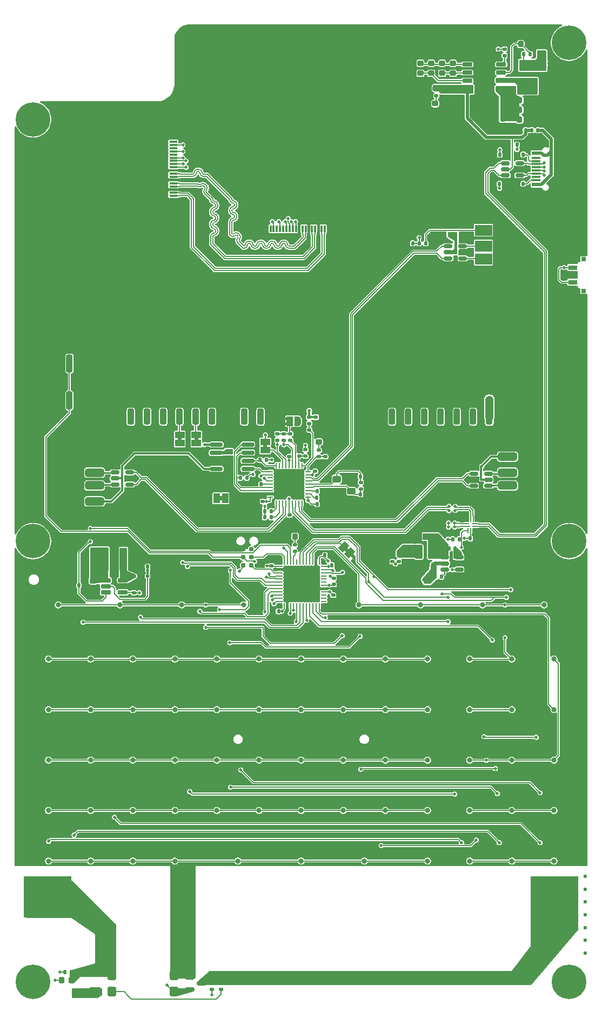
<source format=gbr>
%TF.GenerationSoftware,KiCad,Pcbnew,9.0.4*%
%TF.CreationDate,2025-09-18T14:59:58+02:00*%
%TF.ProjectId,blackpants,626c6163-6b70-4616-9e74-732e6b696361,V2.5*%
%TF.SameCoordinates,Original*%
%TF.FileFunction,Copper,L4,Bot*%
%TF.FilePolarity,Positive*%
%FSLAX46Y46*%
G04 Gerber Fmt 4.6, Leading zero omitted, Abs format (unit mm)*
G04 Created by KiCad (PCBNEW 9.0.4) date 2025-09-18 14:59:58*
%MOMM*%
%LPD*%
G01*
G04 APERTURE LIST*
G04 Aperture macros list*
%AMRoundRect*
0 Rectangle with rounded corners*
0 $1 Rounding radius*
0 $2 $3 $4 $5 $6 $7 $8 $9 X,Y pos of 4 corners*
0 Add a 4 corners polygon primitive as box body*
4,1,4,$2,$3,$4,$5,$6,$7,$8,$9,$2,$3,0*
0 Add four circle primitives for the rounded corners*
1,1,$1+$1,$2,$3*
1,1,$1+$1,$4,$5*
1,1,$1+$1,$6,$7*
1,1,$1+$1,$8,$9*
0 Add four rect primitives between the rounded corners*
20,1,$1+$1,$2,$3,$4,$5,0*
20,1,$1+$1,$4,$5,$6,$7,0*
20,1,$1+$1,$6,$7,$8,$9,0*
20,1,$1+$1,$8,$9,$2,$3,0*%
%AMRotRect*
0 Rectangle, with rotation*
0 The origin of the aperture is its center*
0 $1 length*
0 $2 width*
0 $3 Rotation angle, in degrees counterclockwise*
0 Add horizontal line*
21,1,$1,$2,0,0,$3*%
%AMFreePoly0*
4,1,23,0.550000,-0.750000,0.000000,-0.750000,0.000000,-0.745722,-0.065263,-0.745722,-0.191342,-0.711940,-0.304381,-0.646677,-0.396677,-0.554381,-0.461940,-0.441342,-0.495722,-0.315263,-0.495722,-0.250000,-0.500000,-0.250000,-0.500000,0.250000,-0.495722,0.250000,-0.495722,0.315263,-0.461940,0.441342,-0.396677,0.554381,-0.304381,0.646677,-0.191342,0.711940,-0.065263,0.745722,0.000000,0.745722,
0.000000,0.750000,0.550000,0.750000,0.550000,-0.750000,0.550000,-0.750000,$1*%
%AMFreePoly1*
4,1,23,0.000000,0.745722,0.065263,0.745722,0.191342,0.711940,0.304381,0.646677,0.396677,0.554381,0.461940,0.441342,0.495722,0.315263,0.495722,0.250000,0.500000,0.250000,0.500000,-0.250000,0.495722,-0.250000,0.495722,-0.315263,0.461940,-0.441342,0.396677,-0.554381,0.304381,-0.646677,0.191342,-0.711940,0.065263,-0.745722,0.000000,-0.745722,0.000000,-0.750000,-0.550000,-0.750000,
-0.550000,0.750000,0.000000,0.750000,0.000000,0.745722,0.000000,0.745722,$1*%
%AMFreePoly2*
4,1,7,1.050000,-0.975000,-1.050000,-0.975000,-1.050000,0.625000,-0.250000,0.625000,-0.250000,0.975000,1.050000,0.975000,1.050000,-0.975000,1.050000,-0.975000,$1*%
%AMFreePoly3*
4,1,7,0.250000,0.625000,1.050000,0.625000,1.050000,-0.975000,-1.050000,-0.975000,-1.050000,0.975000,0.250000,0.975000,0.250000,0.625000,0.250000,0.625000,$1*%
G04 Aperture macros list end*
%TA.AperFunction,EtchedComponent*%
%ADD10C,0.000000*%
%TD*%
%TA.AperFunction,SMDPad,CuDef*%
%ADD11RoundRect,0.135000X0.135000X0.185000X-0.135000X0.185000X-0.135000X-0.185000X0.135000X-0.185000X0*%
%TD*%
%TA.AperFunction,ComponentPad*%
%ADD12C,5.400000*%
%TD*%
%TA.AperFunction,ComponentPad*%
%ADD13C,0.800000*%
%TD*%
%TA.AperFunction,SMDPad,CuDef*%
%ADD14RoundRect,0.140000X-0.140000X-0.170000X0.140000X-0.170000X0.140000X0.170000X-0.140000X0.170000X0*%
%TD*%
%TA.AperFunction,SMDPad,CuDef*%
%ADD15RoundRect,0.225000X0.225000X0.250000X-0.225000X0.250000X-0.225000X-0.250000X0.225000X-0.250000X0*%
%TD*%
%TA.AperFunction,SMDPad,CuDef*%
%ADD16RoundRect,0.225000X-0.250000X0.225000X-0.250000X-0.225000X0.250000X-0.225000X0.250000X0.225000X0*%
%TD*%
%TA.AperFunction,SMDPad,CuDef*%
%ADD17RoundRect,0.140000X0.170000X-0.140000X0.170000X0.140000X-0.170000X0.140000X-0.170000X-0.140000X0*%
%TD*%
%TA.AperFunction,SMDPad,CuDef*%
%ADD18R,2.700000X1.700000*%
%TD*%
%TA.AperFunction,SMDPad,CuDef*%
%ADD19R,1.450000X0.600000*%
%TD*%
%TA.AperFunction,SMDPad,CuDef*%
%ADD20R,1.450000X0.300000*%
%TD*%
%TA.AperFunction,HeatsinkPad*%
%ADD21O,1.600000X1.000000*%
%TD*%
%TA.AperFunction,HeatsinkPad*%
%ADD22O,2.100000X1.000000*%
%TD*%
%TA.AperFunction,SMDPad,CuDef*%
%ADD23RoundRect,0.150000X-0.512500X-0.150000X0.512500X-0.150000X0.512500X0.150000X-0.512500X0.150000X0*%
%TD*%
%TA.AperFunction,SMDPad,CuDef*%
%ADD24RoundRect,0.250000X0.625000X-0.375000X0.625000X0.375000X-0.625000X0.375000X-0.625000X-0.375000X0*%
%TD*%
%TA.AperFunction,SMDPad,CuDef*%
%ADD25RoundRect,0.150000X-0.587500X-0.150000X0.587500X-0.150000X0.587500X0.150000X-0.587500X0.150000X0*%
%TD*%
%TA.AperFunction,SMDPad,CuDef*%
%ADD26RoundRect,0.250000X-0.400000X-0.300000X0.400000X-0.300000X0.400000X0.300000X-0.400000X0.300000X0*%
%TD*%
%TA.AperFunction,SMDPad,CuDef*%
%ADD27RoundRect,0.140000X-0.170000X0.140000X-0.170000X-0.140000X0.170000X-0.140000X0.170000X0.140000X0*%
%TD*%
%TA.AperFunction,SMDPad,CuDef*%
%ADD28RotRect,1.000000X1.500000X315.000000*%
%TD*%
%TA.AperFunction,SMDPad,CuDef*%
%ADD29RoundRect,0.062500X0.375000X0.062500X-0.375000X0.062500X-0.375000X-0.062500X0.375000X-0.062500X0*%
%TD*%
%TA.AperFunction,SMDPad,CuDef*%
%ADD30RoundRect,0.062500X0.062500X0.375000X-0.062500X0.375000X-0.062500X-0.375000X0.062500X-0.375000X0*%
%TD*%
%TA.AperFunction,HeatsinkPad*%
%ADD31R,5.600000X5.600000*%
%TD*%
%TA.AperFunction,SMDPad,CuDef*%
%ADD32RoundRect,0.150000X-0.650000X-0.150000X0.650000X-0.150000X0.650000X0.150000X-0.650000X0.150000X0*%
%TD*%
%TA.AperFunction,HeatsinkPad*%
%ADD33C,0.500000*%
%TD*%
%TA.AperFunction,HeatsinkPad*%
%ADD34R,2.410000X3.100000*%
%TD*%
%TA.AperFunction,SMDPad,CuDef*%
%ADD35RoundRect,0.225000X-0.225000X-0.250000X0.225000X-0.250000X0.225000X0.250000X-0.225000X0.250000X0*%
%TD*%
%TA.AperFunction,SMDPad,CuDef*%
%ADD36RoundRect,0.135000X-0.135000X-0.185000X0.135000X-0.185000X0.135000X0.185000X-0.135000X0.185000X0*%
%TD*%
%TA.AperFunction,SMDPad,CuDef*%
%ADD37RoundRect,0.135000X0.185000X-0.135000X0.185000X0.135000X-0.185000X0.135000X-0.185000X-0.135000X0*%
%TD*%
%TA.AperFunction,SMDPad,CuDef*%
%ADD38RoundRect,0.050000X-0.437500X-0.050000X0.437500X-0.050000X0.437500X0.050000X-0.437500X0.050000X0*%
%TD*%
%TA.AperFunction,SMDPad,CuDef*%
%ADD39RoundRect,0.050000X-0.337500X-0.050000X0.337500X-0.050000X0.337500X0.050000X-0.337500X0.050000X0*%
%TD*%
%TA.AperFunction,SMDPad,CuDef*%
%ADD40RoundRect,0.050000X-0.050000X-0.337500X0.050000X-0.337500X0.050000X0.337500X-0.050000X0.337500X0*%
%TD*%
%TA.AperFunction,SMDPad,CuDef*%
%ADD41RoundRect,0.162500X0.617500X0.162500X-0.617500X0.162500X-0.617500X-0.162500X0.617500X-0.162500X0*%
%TD*%
%TA.AperFunction,SMDPad,CuDef*%
%ADD42RoundRect,0.150000X0.825000X0.150000X-0.825000X0.150000X-0.825000X-0.150000X0.825000X-0.150000X0*%
%TD*%
%TA.AperFunction,SMDPad,CuDef*%
%ADD43R,7.460000X6.470000*%
%TD*%
%TA.AperFunction,SMDPad,CuDef*%
%ADD44R,1.500000X1.000000*%
%TD*%
%TA.AperFunction,SMDPad,CuDef*%
%ADD45RoundRect,0.140000X0.140000X0.170000X-0.140000X0.170000X-0.140000X-0.170000X0.140000X-0.170000X0*%
%TD*%
%TA.AperFunction,SMDPad,CuDef*%
%ADD46RoundRect,0.218750X0.218750X0.256250X-0.218750X0.256250X-0.218750X-0.256250X0.218750X-0.256250X0*%
%TD*%
%TA.AperFunction,SMDPad,CuDef*%
%ADD47RoundRect,0.225000X0.250000X-0.225000X0.250000X0.225000X-0.250000X0.225000X-0.250000X-0.225000X0*%
%TD*%
%TA.AperFunction,SMDPad,CuDef*%
%ADD48RoundRect,0.176250X-0.528750X-0.558750X0.528750X-0.558750X0.528750X0.558750X-0.528750X0.558750X0*%
%TD*%
%TA.AperFunction,SMDPad,CuDef*%
%ADD49RoundRect,0.250001X0.999999X-0.499999X0.999999X0.499999X-0.999999X0.499999X-0.999999X-0.499999X0*%
%TD*%
%TA.AperFunction,SMDPad,CuDef*%
%ADD50RoundRect,0.135000X-0.185000X0.135000X-0.185000X-0.135000X0.185000X-0.135000X0.185000X0.135000X0*%
%TD*%
%TA.AperFunction,SMDPad,CuDef*%
%ADD51RoundRect,0.150000X0.512500X0.150000X-0.512500X0.150000X-0.512500X-0.150000X0.512500X-0.150000X0*%
%TD*%
%TA.AperFunction,SMDPad,CuDef*%
%ADD52RoundRect,0.218750X0.256250X-0.218750X0.256250X0.218750X-0.256250X0.218750X-0.256250X-0.218750X0*%
%TD*%
%TA.AperFunction,SMDPad,CuDef*%
%ADD53RoundRect,0.218750X-0.218750X-0.256250X0.218750X-0.256250X0.218750X0.256250X-0.218750X0.256250X0*%
%TD*%
%TA.AperFunction,SMDPad,CuDef*%
%ADD54RoundRect,0.218750X-0.256250X0.218750X-0.256250X-0.218750X0.256250X-0.218750X0.256250X0.218750X0*%
%TD*%
%TA.AperFunction,SMDPad,CuDef*%
%ADD55R,1.400000X0.800000*%
%TD*%
%TA.AperFunction,SMDPad,CuDef*%
%ADD56R,0.800000X0.650000*%
%TD*%
%TA.AperFunction,SMDPad,CuDef*%
%ADD57RoundRect,0.325000X-1.175000X0.325000X-1.175000X-0.325000X1.175000X-0.325000X1.175000X0.325000X0*%
%TD*%
%TA.AperFunction,HeatsinkPad*%
%ADD58O,2.900000X1.200000*%
%TD*%
%TA.AperFunction,SMDPad,CuDef*%
%ADD59RoundRect,0.250000X-0.250000X1.150000X-0.250000X-1.150000X0.250000X-1.150000X0.250000X1.150000X0*%
%TD*%
%TA.AperFunction,SMDPad,CuDef*%
%ADD60RoundRect,0.250000X0.250000X-1.000000X0.250000X1.000000X-0.250000X1.000000X-0.250000X-1.000000X0*%
%TD*%
%TA.AperFunction,SMDPad,CuDef*%
%ADD61FreePoly0,0.000000*%
%TD*%
%TA.AperFunction,SMDPad,CuDef*%
%ADD62R,1.000000X1.500000*%
%TD*%
%TA.AperFunction,SMDPad,CuDef*%
%ADD63FreePoly1,0.000000*%
%TD*%
%TA.AperFunction,SMDPad,CuDef*%
%ADD64RoundRect,0.250000X0.375000X0.850000X-0.375000X0.850000X-0.375000X-0.850000X0.375000X-0.850000X0*%
%TD*%
%TA.AperFunction,SMDPad,CuDef*%
%ADD65RoundRect,0.112500X0.187500X0.112500X-0.187500X0.112500X-0.187500X-0.112500X0.187500X-0.112500X0*%
%TD*%
%TA.AperFunction,SMDPad,CuDef*%
%ADD66RoundRect,0.147500X0.147500X0.172500X-0.147500X0.172500X-0.147500X-0.172500X0.147500X-0.172500X0*%
%TD*%
%TA.AperFunction,SMDPad,CuDef*%
%ADD67R,2.000000X1.100000*%
%TD*%
%TA.AperFunction,SMDPad,CuDef*%
%ADD68R,0.800000X0.800000*%
%TD*%
%TA.AperFunction,SMDPad,CuDef*%
%ADD69RoundRect,0.062500X0.062500X-0.350000X0.062500X0.350000X-0.062500X0.350000X-0.062500X-0.350000X0*%
%TD*%
%TA.AperFunction,SMDPad,CuDef*%
%ADD70RoundRect,0.062500X0.350000X-0.062500X0.350000X0.062500X-0.350000X0.062500X-0.350000X-0.062500X0*%
%TD*%
%TA.AperFunction,HeatsinkPad*%
%ADD71R,3.700000X3.700000*%
%TD*%
%TA.AperFunction,ConnectorPad*%
%ADD72C,0.787400*%
%TD*%
%TA.AperFunction,SMDPad,CuDef*%
%ADD73RoundRect,0.325000X1.175000X-0.325000X1.175000X0.325000X-1.175000X0.325000X-1.175000X-0.325000X0*%
%TD*%
%TA.AperFunction,SMDPad,CuDef*%
%ADD74R,1.150000X3.600000*%
%TD*%
%TA.AperFunction,SMDPad,CuDef*%
%ADD75R,1.300000X0.300000*%
%TD*%
%TA.AperFunction,SMDPad,CuDef*%
%ADD76R,2.200000X1.800000*%
%TD*%
%TA.AperFunction,SMDPad,CuDef*%
%ADD77RoundRect,0.075000X-0.075000X-0.475000X0.075000X-0.475000X0.075000X0.475000X-0.075000X0.475000X0*%
%TD*%
%TA.AperFunction,SMDPad,CuDef*%
%ADD78FreePoly2,0.000000*%
%TD*%
%TA.AperFunction,SMDPad,CuDef*%
%ADD79FreePoly3,0.000000*%
%TD*%
%TA.AperFunction,ViaPad*%
%ADD80C,0.500000*%
%TD*%
%TA.AperFunction,ViaPad*%
%ADD81C,0.600000*%
%TD*%
%TA.AperFunction,Conductor*%
%ADD82C,0.150000*%
%TD*%
%TA.AperFunction,Conductor*%
%ADD83C,0.200000*%
%TD*%
%TA.AperFunction,Conductor*%
%ADD84C,0.500000*%
%TD*%
%TA.AperFunction,Conductor*%
%ADD85C,0.140200*%
%TD*%
%TA.AperFunction,Conductor*%
%ADD86C,0.300000*%
%TD*%
%TA.AperFunction,Conductor*%
%ADD87C,1.250000*%
%TD*%
%TA.AperFunction,Conductor*%
%ADD88C,0.175000*%
%TD*%
%TA.AperFunction,Conductor*%
%ADD89C,0.230000*%
%TD*%
%TA.AperFunction,Conductor*%
%ADD90C,0.140000*%
%TD*%
%TA.AperFunction,Conductor*%
%ADD91C,0.179578*%
%TD*%
G04 APERTURE END LIST*
D10*
%TA.AperFunction,EtchedComponent*%
%TO.C,JP1*%
G36*
X82548528Y-109324264D02*
G01*
X82124264Y-109748528D01*
X81770710Y-109394974D01*
X82194974Y-108970710D01*
X82548528Y-109324264D01*
G37*
%TD.AperFunction*%
%TA.AperFunction,EtchedComponent*%
%TO.C,JP2*%
G36*
X58900000Y-92300000D02*
G01*
X58300000Y-92300000D01*
X58300000Y-91800000D01*
X58900000Y-91800000D01*
X58900000Y-92300000D01*
G37*
%TD.AperFunction*%
%TA.AperFunction,EtchedComponent*%
%TO.C,JP3*%
G36*
X56300000Y-92300000D02*
G01*
X55700000Y-92300000D01*
X55700000Y-91800000D01*
X56300000Y-91800000D01*
X56300000Y-92300000D01*
G37*
%TD.AperFunction*%
%TA.AperFunction,EtchedComponent*%
%TO.C,JP5*%
G36*
X72800000Y-89042500D02*
G01*
X72300000Y-89042500D01*
X72300000Y-88642500D01*
X72800000Y-88642500D01*
X72800000Y-89042500D01*
G37*
%TD.AperFunction*%
%TA.AperFunction,EtchedComponent*%
G36*
X72800000Y-89842500D02*
G01*
X72300000Y-89842500D01*
X72300000Y-89442500D01*
X72800000Y-89442500D01*
X72800000Y-89842500D01*
G37*
%TD.AperFunction*%
%TA.AperFunction,EtchedComponent*%
%TO.C,JP6*%
G36*
X69700000Y-93350000D02*
G01*
X69100000Y-93350000D01*
X69100000Y-92850000D01*
X69700000Y-92850000D01*
X69700000Y-93350000D01*
G37*
%TD.AperFunction*%
%TA.AperFunction,EtchedComponent*%
%TO.C,JP4*%
G36*
X62700000Y-101600000D02*
G01*
X62200000Y-101600000D01*
X62200000Y-101000000D01*
X62700000Y-101000000D01*
X62700000Y-101600000D01*
G37*
%TD.AperFunction*%
%TD*%
D11*
%TO.P,R28,1*%
%TO.N,+3V3*%
X69600000Y-95300000D03*
%TO.P,R28,2*%
%TO.N,Net-(U3-OCS_N3)*%
X68580000Y-95300000D03*
%TD*%
%TO.P,R27,1*%
%TO.N,+3V3*%
X66500000Y-98100000D03*
%TO.P,R27,2*%
%TO.N,Net-(U3-OCS_N1)*%
X65480000Y-98100000D03*
%TD*%
D12*
%TO.P,H2,1*%
%TO.N,N/C*%
X117000000Y-30000000D03*
%TD*%
%TO.P,H1,1*%
%TO.N,N/C*%
X33000000Y-42000000D03*
%TD*%
%TO.P,H7,1*%
%TO.N,N/C*%
X117000000Y-108000000D03*
%TD*%
%TO.P,H6,1*%
%TO.N,N/C*%
X33000000Y-108000000D03*
%TD*%
D13*
%TO.P,U14,2*%
%TO.N,/Keyboard/ROW_0*%
X36965000Y-117987278D03*
%TO.P,U14,4*%
X46640000Y-117987278D03*
%TO.P,U14,6*%
X56315000Y-117987278D03*
%TO.P,U14,8*%
X65990000Y-117987278D03*
%TO.P,U14,10*%
X84065000Y-117987278D03*
%TO.P,U14,12*%
X93740000Y-117987278D03*
%TO.P,U14,14*%
X103415000Y-117987278D03*
%TO.P,U14,16*%
X113090000Y-117987278D03*
%TO.P,U14,18*%
%TO.N,/Keyboard/ROW_1*%
X35425000Y-126477278D03*
%TO.P,U14,20*%
X42025000Y-126477278D03*
%TO.P,U14,22*%
X48625000Y-126477278D03*
%TO.P,U14,24*%
X55225000Y-126477278D03*
%TO.P,U14,26*%
X61825000Y-126477278D03*
%TO.P,U14,28*%
X68425000Y-126477278D03*
%TO.P,U14,30*%
X75025000Y-126477278D03*
%TO.P,U14,32*%
X81625000Y-126477278D03*
%TO.P,U14,34*%
X88225000Y-126477278D03*
%TO.P,U14,36*%
X94825000Y-126477278D03*
%TO.P,U14,38*%
%TO.N,/Keyboard/ROW_0*%
X101425000Y-126477278D03*
%TO.P,U14,40*%
X108025000Y-126477278D03*
%TO.P,U14,42*%
%TO.N,/Keyboard/ROW_6*%
X114625000Y-126477278D03*
%TO.P,U14,44*%
%TO.N,/Keyboard/ROW_2*%
X35425000Y-134377278D03*
%TO.P,U14,46*%
X42025000Y-134377278D03*
%TO.P,U14,48*%
X48625000Y-134377278D03*
%TO.P,U14,50*%
X55225000Y-134377278D03*
%TO.P,U14,52*%
X61825000Y-134377278D03*
%TO.P,U14,54*%
X68425000Y-134377278D03*
%TO.P,U14,56*%
X75025000Y-134377278D03*
%TO.P,U14,58*%
X81625000Y-134377278D03*
%TO.P,U14,60*%
X88225000Y-134377278D03*
%TO.P,U14,62*%
X94825000Y-134377278D03*
%TO.P,U14,64*%
%TO.N,/Keyboard/ROW_5*%
X101425000Y-134377278D03*
%TO.P,U14,66*%
X108025000Y-134377278D03*
%TO.P,U14,68*%
%TO.N,/Keyboard/ROW_7*%
X114625000Y-134377278D03*
%TO.P,U14,70*%
%TO.N,/Keyboard/ROW_3*%
X35425000Y-142277278D03*
%TO.P,U14,72*%
X42025000Y-142277278D03*
%TO.P,U14,74*%
X48625000Y-142277278D03*
%TO.P,U14,76*%
X55225000Y-142277278D03*
%TO.P,U14,78*%
X61825000Y-142277278D03*
%TO.P,U14,80*%
X68425000Y-142277278D03*
%TO.P,U14,82*%
X75025000Y-142277278D03*
%TO.P,U14,84*%
X81625000Y-142277278D03*
%TO.P,U14,86*%
X88225000Y-142277278D03*
%TO.P,U14,88*%
X94825000Y-142277278D03*
%TO.P,U14,90*%
%TO.N,/Keyboard/ROW_6*%
X101425000Y-142277278D03*
%TO.P,U14,92*%
X108025000Y-142277278D03*
%TO.P,U14,94*%
X114625000Y-142277278D03*
%TO.P,U14,96*%
%TO.N,/Keyboard/ROW_4*%
X35425000Y-150177278D03*
%TO.P,U14,98*%
X42025000Y-150177278D03*
%TO.P,U14,100*%
X48625000Y-150177278D03*
%TO.P,U14,102*%
X55225000Y-150177278D03*
%TO.P,U14,104*%
X61825000Y-150177278D03*
%TO.P,U14,106*%
X68425000Y-150177278D03*
%TO.P,U14,108*%
X75025000Y-150177278D03*
%TO.P,U14,110*%
X81625000Y-150177278D03*
%TO.P,U14,112*%
X88225000Y-150177278D03*
%TO.P,U14,114*%
X94825000Y-150177278D03*
%TO.P,U14,116*%
%TO.N,/Keyboard/ROW_6*%
X101425000Y-150177278D03*
%TO.P,U14,118*%
X108025000Y-150177278D03*
%TO.P,U14,120*%
X114625000Y-150177278D03*
%TO.P,U14,122*%
%TO.N,/Keyboard/ROW_5*%
X35425000Y-158077278D03*
%TO.P,U14,124*%
X42025000Y-158077278D03*
%TO.P,U14,126*%
X48625000Y-158077278D03*
%TO.P,U14,128*%
X55225000Y-158077278D03*
%TO.P,U14,130*%
X65125000Y-158077278D03*
%TO.P,U14,132*%
X75025000Y-158077278D03*
%TO.P,U14,134*%
X84925000Y-158077278D03*
%TO.P,U14,136*%
X94825000Y-158077278D03*
%TO.P,U14,138*%
%TO.N,/Keyboard/ROW_6*%
X101425000Y-158077278D03*
%TO.P,U14,140*%
X108025000Y-158077278D03*
%TO.P,U14,142*%
X114625000Y-158077278D03*
%TD*%
D12*
%TO.P,H4,1*%
%TO.N,N/C*%
X33000000Y-177000000D03*
%TD*%
%TO.P,H3,1*%
%TO.N,N/C*%
X117000000Y-177000000D03*
%TD*%
D14*
%TO.P,C47,1*%
%TO.N,+3V3*%
X108830000Y-45960000D03*
%TO.P,C47,2*%
%TO.N,GND*%
X109790000Y-45960000D03*
%TD*%
D15*
%TO.P,C19,1*%
%TO.N,+5V*%
X106675000Y-41900000D03*
%TO.P,C19,2*%
%TO.N,GND*%
X105125000Y-41900000D03*
%TD*%
D16*
%TO.P,C17,1*%
%TO.N,Net-(C17-Pad1)*%
X96000000Y-39525000D03*
%TO.P,C17,2*%
%TO.N,GND*%
X96000000Y-41075000D03*
%TD*%
D17*
%TO.P,C7,1*%
%TO.N,+3V3*%
X70350000Y-111860000D03*
%TO.P,C7,2*%
%TO.N,GND*%
X70350000Y-110900000D03*
%TD*%
D18*
%TO.P,J9,1,Pin_1*%
%TO.N,/USB/D+*%
X103570000Y-63850000D03*
%TD*%
D19*
%TO.P,J8,A1,GND*%
%TO.N,GND*%
X111865000Y-46510000D03*
%TO.P,J8,A4,VBUS*%
%TO.N,/Power & USB/UF*%
X111865000Y-47310000D03*
D20*
%TO.P,J8,A5,CC1*%
%TO.N,Net-(J8-CC1)*%
X111865000Y-48510000D03*
%TO.P,J8,A6,D+*%
%TO.N,/Power & USB/D+*%
X111865000Y-49510000D03*
%TO.P,J8,A7,D-*%
%TO.N,/Power & USB/D-*%
X111865000Y-50010000D03*
%TO.P,J8,A8,SBU1*%
%TO.N,unconnected-(J8-SBU1-PadA8)*%
X111865000Y-51010000D03*
D19*
%TO.P,J8,A9,VBUS*%
%TO.N,/Power & USB/UF*%
X111865000Y-52210000D03*
%TO.P,J8,A12,GND*%
%TO.N,GND*%
X111865000Y-53010000D03*
%TO.P,J8,B1,GND*%
X111865000Y-53010000D03*
%TO.P,J8,B4,VBUS*%
%TO.N,/Power & USB/UF*%
X111865000Y-52210000D03*
D20*
%TO.P,J8,B5,CC2*%
%TO.N,Net-(J8-CC2)*%
X111865000Y-51510000D03*
%TO.P,J8,B6,D+*%
%TO.N,/Power & USB/D+*%
X111865000Y-50510000D03*
%TO.P,J8,B7,D-*%
%TO.N,/Power & USB/D-*%
X111865000Y-49010000D03*
%TO.P,J8,B8,SBU2*%
%TO.N,unconnected-(J8-SBU2-PadB8)*%
X111865000Y-48010000D03*
D19*
%TO.P,J8,B9,VBUS*%
%TO.N,/Power & USB/UF*%
X111865000Y-47310000D03*
%TO.P,J8,B12,GND*%
%TO.N,GND*%
X111865000Y-46510000D03*
D21*
%TO.P,J8,S1,SHIELD*%
X116960000Y-45440000D03*
D22*
X112780000Y-45440000D03*
D21*
X116960000Y-54080000D03*
D22*
X112780000Y-54080000D03*
%TD*%
D18*
%TO.P,J10,1,Pin_1*%
%TO.N,GND*%
X103570000Y-66350000D03*
%TD*%
D17*
%TO.P,C30,1*%
%TO.N,GND*%
X77300000Y-89580000D03*
%TO.P,C30,2*%
%TO.N,+5V*%
X77300000Y-88620000D03*
%TD*%
D23*
%TO.P,U6,1,I/O1*%
%TO.N,/USB/USB1.D+*%
X102062500Y-99350000D03*
%TO.P,U6,2,GND*%
%TO.N,GND*%
X102062500Y-98400000D03*
%TO.P,U6,3,I/O2*%
%TO.N,/USB/USB1.D-*%
X102062500Y-97450000D03*
%TO.P,U6,4,I/O2*%
%TO.N,Net-(J4-D-)*%
X104337500Y-97450000D03*
%TO.P,U6,5,VBUS*%
%TO.N,Net-(J4-VBUS)*%
X104337500Y-98400000D03*
%TO.P,U6,6,I/O1*%
%TO.N,Net-(J4-D+)*%
X104337500Y-99350000D03*
%TD*%
D14*
%TO.P,C13,1*%
%TO.N,+3V3*%
X77510000Y-102200000D03*
%TO.P,C13,2*%
%TO.N,GND*%
X78470000Y-102200000D03*
%TD*%
D24*
%TO.P,F1,1*%
%TO.N,+BATT*%
X42700000Y-178400000D03*
%TO.P,F1,2*%
%TO.N,Net-(BT1-+)*%
X42700000Y-175600000D03*
%TD*%
D25*
%TO.P,Q1,1,G*%
%TO.N,Net-(Q1-G)*%
X57562500Y-178200000D03*
%TO.P,Q1,2,S*%
%TO.N,GND*%
X57562500Y-176300000D03*
%TO.P,Q1,3,D*%
%TO.N,Net-(BT1--)*%
X59437500Y-177250000D03*
%TD*%
D26*
%TO.P,Y1,1,1*%
%TO.N,Net-(U3-XTALOUT)*%
X80590000Y-98300000D03*
%TO.P,Y1,2,2*%
%TO.N,GND*%
X82890000Y-98300000D03*
%TO.P,Y1,3,3*%
%TO.N,Net-(U3-XTALIN{slash}CLKIN)*%
X82890000Y-100200000D03*
%TO.P,Y1,4,4*%
%TO.N,GND*%
X80590000Y-100200000D03*
%TD*%
D27*
%TO.P,C9,1*%
%TO.N,+3V3*%
X80050000Y-116470000D03*
%TO.P,C9,2*%
%TO.N,GND*%
X80050000Y-117430000D03*
%TD*%
D28*
%TO.P,JP1,1,A*%
%TO.N,/BOOT0*%
X81700000Y-108900000D03*
%TO.P,JP1,2,B*%
%TO.N,GND*%
X82619238Y-109819238D03*
%TD*%
D29*
%TO.P,U1,1,VBAT*%
%TO.N,+3V3*%
X78537500Y-111950000D03*
%TO.P,U1,2,PC13*%
%TO.N,/USB_DET*%
X78537500Y-112450000D03*
%TO.P,U1,3,PC14*%
%TO.N,/USB_CS*%
X78537500Y-112950001D03*
%TO.P,U1,4,PC15*%
%TO.N,unconnected-(U1-PC15-Pad4)*%
X78537500Y-113450000D03*
%TO.P,U1,5,PF0*%
%TO.N,unconnected-(U1-PF0-Pad5)*%
X78537500Y-113949999D03*
%TO.P,U1,6,PF1*%
%TO.N,unconnected-(U1-PF1-Pad6)*%
X78537500Y-114450000D03*
%TO.P,U1,7,NRST*%
%TO.N,/nRST*%
X78537500Y-114950000D03*
%TO.P,U1,8,VSSA*%
%TO.N,GND*%
X78537500Y-115450001D03*
%TO.P,U1,9,VDDA*%
%TO.N,+3V3*%
X78537500Y-115950000D03*
%TO.P,U1,10,PA0*%
%TO.N,unconnected-(U1-PA0-Pad10)*%
X78537500Y-116449999D03*
%TO.P,U1,11,PA1*%
%TO.N,unconnected-(U1-PA1-Pad11)*%
X78537500Y-116950000D03*
%TO.P,U1,12,PA2*%
%TO.N,unconnected-(U1-PA2-Pad12)*%
X78537500Y-117450000D03*
D30*
%TO.P,U1,13,PA3*%
%TO.N,/Keyboard/ROW_7*%
X77850000Y-118137500D03*
%TO.P,U1,14,PA4*%
%TO.N,/Keyboard/ROW_4*%
X77350000Y-118137500D03*
%TO.P,U1,15,PA5*%
%TO.N,/Keyboard/ROW_5*%
X76849999Y-118137500D03*
%TO.P,U1,16,PA6*%
%TO.N,/Keyboard/ROW_6*%
X76350000Y-118137500D03*
%TO.P,U1,17,PA7*%
%TO.N,/Keyboard/ROW_3*%
X75850001Y-118137500D03*
%TO.P,U1,18,PB0*%
%TO.N,/Keyboard/COL_0*%
X75350000Y-118137500D03*
%TO.P,U1,19,PB1*%
%TO.N,/Keyboard/COL_1*%
X74850000Y-118137500D03*
%TO.P,U1,20,PB2*%
%TO.N,/Keyboard/COL_6*%
X74349999Y-118137500D03*
%TO.P,U1,21,PB10*%
%TO.N,/USB/I2C.SCL*%
X73850000Y-118137500D03*
%TO.P,U1,22,PB11*%
%TO.N,/USB/I2C.SDA*%
X73350001Y-118137500D03*
%TO.P,U1,23,VSS*%
%TO.N,GND*%
X72850000Y-118137500D03*
%TO.P,U1,24,VDD*%
%TO.N,+3V3*%
X72350000Y-118137500D03*
D29*
%TO.P,U1,25,PB12*%
%TO.N,/Keyboard/ROW_2*%
X71662500Y-117450000D03*
%TO.P,U1,26,PB13*%
%TO.N,/Keyboard/ROW_1*%
X71662500Y-116950000D03*
%TO.P,U1,27,PB14*%
%TO.N,/Keyboard/COL_5*%
X71662500Y-116449999D03*
%TO.P,U1,28,PB15*%
%TO.N,/Keyboard/COL_2*%
X71662500Y-115950000D03*
%TO.P,U1,29,PA8*%
%TO.N,/Keyboard/COL_3*%
X71662500Y-115450001D03*
%TO.P,U1,30,PA9*%
%TO.N,/USART_TX*%
X71662500Y-114950000D03*
%TO.P,U1,31,PA10*%
%TO.N,/USART_RX*%
X71662500Y-114450000D03*
%TO.P,U1,32,PA11*%
%TO.N,/USBSTM.D-*%
X71662500Y-113949999D03*
%TO.P,U1,33,PA12*%
%TO.N,/USBSTM.D+*%
X71662500Y-113450000D03*
%TO.P,U1,34,PA13*%
%TO.N,/SWDIO*%
X71662500Y-112950001D03*
%TO.P,U1,35,VSS*%
%TO.N,GND*%
X71662500Y-112450000D03*
%TO.P,U1,36,VDDIO2*%
%TO.N,+3V3*%
X71662500Y-111950000D03*
D30*
%TO.P,U1,37,PA14*%
%TO.N,/SWCLK*%
X72350000Y-111262500D03*
%TO.P,U1,38,PA15*%
%TO.N,/Keyboard/COL_4*%
X72850000Y-111262500D03*
%TO.P,U1,39,PB3*%
%TO.N,/DSI Bridge and Backlight/BL_PWM*%
X73350001Y-111262500D03*
%TO.P,U1,40,PB4*%
%TO.N,Net-(U1-PB4)*%
X73850000Y-111262500D03*
%TO.P,U1,41,PB5*%
%TO.N,unconnected-(U1-PB5-Pad41)*%
X74349999Y-111262500D03*
%TO.P,U1,42,PB6*%
%TO.N,/Keyboard/COL_7*%
X74850000Y-111262500D03*
%TO.P,U1,43,PB7*%
%TO.N,/Keyboard/COL_8*%
X75350000Y-111262500D03*
%TO.P,U1,44,PF11*%
%TO.N,/BOOT0*%
X75850001Y-111262500D03*
%TO.P,U1,45,PB8*%
%TO.N,/Keyboard/COL_9*%
X76350000Y-111262500D03*
%TO.P,U1,46,PB9*%
%TO.N,/Keyboard/ROW_0*%
X76849999Y-111262500D03*
%TO.P,U1,47,VSS*%
%TO.N,GND*%
X77350000Y-111262500D03*
%TO.P,U1,48,VDD*%
%TO.N,+3V3*%
X77850000Y-111262500D03*
D31*
%TO.P,U1,49,VSS*%
%TO.N,GND*%
X75100000Y-114700000D03*
%TD*%
D32*
%TO.P,U2,1,VIN*%
%TO.N,VBUS*%
X101050000Y-37205000D03*
%TO.P,U2,2,LED1*%
%TO.N,Net-(D2-A)*%
X101050000Y-35935000D03*
%TO.P,U2,3,LED2*%
%TO.N,Net-(D4-A)*%
X101050000Y-34665000D03*
%TO.P,U2,4,LED3*%
%TO.N,Net-(D2-K)*%
X101050000Y-33395000D03*
%TO.P,U2,5,KEY*%
%TO.N,Net-(U2-KEY)*%
X106350000Y-33395000D03*
%TO.P,U2,6,BAT*%
%TO.N,Net-(U2-BAT)*%
X106350000Y-34665000D03*
%TO.P,U2,7,SW*%
%TO.N,Net-(U2-SW)*%
X106350000Y-35935000D03*
%TO.P,U2,8,VOUT*%
%TO.N,+5V*%
X106350000Y-37205000D03*
D33*
%TO.P,U2,9,EP*%
%TO.N,GND*%
X102745000Y-34000000D03*
X102745000Y-35300000D03*
X102745000Y-36600000D03*
D34*
X103700000Y-35300000D03*
D33*
X104655000Y-34000000D03*
X104655000Y-35300000D03*
X104655000Y-36600000D03*
%TD*%
D14*
%TO.P,C23,1*%
%TO.N,Net-(U3-PLLFILT)*%
X77510000Y-100200000D03*
%TO.P,C23,2*%
%TO.N,GND*%
X78470000Y-100200000D03*
%TD*%
D35*
%TO.P,C25,1*%
%TO.N,+5V*%
X109225000Y-39000000D03*
%TO.P,C25,2*%
%TO.N,GND*%
X110775000Y-39000000D03*
%TD*%
D36*
%TO.P,R16,1*%
%TO.N,+5V*%
X95990000Y-113600000D03*
%TO.P,R16,2*%
%TO.N,Net-(U7-EN)*%
X97010000Y-113600000D03*
%TD*%
D37*
%TO.P,R38,1*%
%TO.N,Net-(R38-Pad1)*%
X62500000Y-178210000D03*
%TO.P,R38,2*%
%TO.N,Net-(BT1--)*%
X62500000Y-177190000D03*
%TD*%
D38*
%TO.P,U11,1,D+*%
%TO.N,/USBSTM.D+*%
X101000000Y-105700000D03*
D39*
%TO.P,U11,2,D-*%
%TO.N,/USBSTM.D-*%
X100900000Y-105300000D03*
D40*
%TO.P,U11,3,GND*%
%TO.N,GND*%
X101162500Y-104637500D03*
%TO.P,U11,4,HSD1-*%
%TO.N,/USB/USB3.D-*%
X101562500Y-104637500D03*
%TO.P,U11,5,HSD1+*%
%TO.N,/USB/USB3.D+*%
X101962500Y-104637500D03*
D39*
%TO.P,U11,6,HSD2-*%
%TO.N,/Power & USB/USB.D-*%
X102225000Y-105300000D03*
%TO.P,U11,7,HSD2+*%
%TO.N,/Power & USB/USB.D+*%
X102225000Y-105700000D03*
D40*
%TO.P,U11,8,~{OE}*%
%TO.N,GND*%
X101962500Y-106362500D03*
%TO.P,U11,9,VCC*%
%TO.N,+3V3*%
X101562500Y-106362500D03*
%TO.P,U11,10,SEL*%
%TO.N,/USB_CS*%
X101162500Y-106362500D03*
%TD*%
D11*
%TO.P,R21,1*%
%TO.N,Net-(U3-USBDP_DN4{slash}PRT_DIS_P4)*%
X70320000Y-103300000D03*
%TO.P,R21,2*%
%TO.N,+3V3*%
X69300000Y-103300000D03*
%TD*%
D36*
%TO.P,R17,1*%
%TO.N,+BATT*%
X109890000Y-31800000D03*
%TO.P,R17,2*%
%TO.N,Net-(U2-BAT)*%
X110910000Y-31800000D03*
%TD*%
D41*
%TO.P,U15,1,SW*%
%TO.N,Net-(D13-A)*%
X47090000Y-114125000D03*
%TO.P,U15,2,GND*%
%TO.N,GND*%
X47090000Y-115075000D03*
%TO.P,U15,3,FB*%
%TO.N,/DSI Bridge and Backlight/FB*%
X47090000Y-116025000D03*
%TO.P,U15,4,CTRL*%
%TO.N,/DSI Bridge and Backlight/BL_PWM*%
X44390000Y-116025000D03*
%TO.P,U15,5,OV*%
%TO.N,+13v*%
X44390000Y-115075000D03*
%TO.P,U15,6,VIN*%
%TO.N,+5V*%
X44390000Y-114125000D03*
%TD*%
D42*
%TO.P,U4,1,ENA*%
%TO.N,Net-(U3-PRTPWR1{slash}BC_EN1)*%
X66675000Y-92895000D03*
%TO.P,U4,2,FLGA*%
%TO.N,Net-(U3-OCS_N1)*%
X66675000Y-94165000D03*
%TO.P,U4,3,FLGB*%
%TO.N,Net-(U3-OCS_N3)*%
X66675000Y-95435000D03*
%TO.P,U4,4,ENB*%
%TO.N,Net-(U3-PRTPWR3{slash}BC_EN3)*%
X66675000Y-96705000D03*
%TO.P,U4,5,OUTB*%
%TO.N,Net-(J5-VBUS)*%
X61725000Y-96705000D03*
%TO.P,U4,6,GND*%
%TO.N,GND*%
X61725000Y-95435000D03*
%TO.P,U4,7,IN*%
%TO.N,+5V*%
X61725000Y-94165000D03*
%TO.P,U4,8,OUTA*%
%TO.N,Net-(J4-VBUS)*%
X61725000Y-92895000D03*
%TD*%
D43*
%TO.P,BT1,1,+*%
%TO.N,Net-(BT1-+)*%
X35325000Y-163700000D03*
%TO.P,BT1,2,-*%
%TO.N,Net-(BT1--)*%
X114665000Y-163700000D03*
%TD*%
D16*
%TO.P,C32,1*%
%TO.N,+5V*%
X42400000Y-114215000D03*
%TO.P,C32,2*%
%TO.N,GND*%
X42400000Y-115765000D03*
%TD*%
D35*
%TO.P,C26,1*%
%TO.N,+5V*%
X109225000Y-42000000D03*
%TO.P,C26,2*%
%TO.N,GND*%
X110775000Y-42000000D03*
%TD*%
D18*
%TO.P,J7,1,Pin_1*%
%TO.N,/USB/D-*%
X103570000Y-61850000D03*
%TD*%
D17*
%TO.P,C15,1*%
%TO.N,+3V3*%
X68990000Y-101800000D03*
%TO.P,C15,2*%
%TO.N,GND*%
X68990000Y-100840000D03*
%TD*%
D44*
%TO.P,JP2,1,A*%
%TO.N,Net-(J2-Pin_5)*%
X58600000Y-91400000D03*
%TO.P,JP2,2,B*%
%TO.N,/USART_TX*%
X58600000Y-92700000D03*
%TD*%
D45*
%TO.P,C29,1*%
%TO.N,GND*%
X85270000Y-97900000D03*
%TO.P,C29,2*%
%TO.N,Net-(U3-XTALOUT)*%
X84310000Y-97900000D03*
%TD*%
D46*
%TO.P,D7,1,K*%
%TO.N,Net-(BT1-+)*%
X39037500Y-176750000D03*
%TO.P,D7,2,A*%
%TO.N,Net-(D7-A)*%
X37462500Y-176750000D03*
%TD*%
D47*
%TO.P,C21,1*%
%TO.N,+BATT*%
X112500000Y-31775000D03*
%TO.P,C21,2*%
%TO.N,GND*%
X112500000Y-30225000D03*
%TD*%
D48*
%TO.P,U10,1*%
%TO.N,Net-(R38-Pad1)*%
X45400000Y-178520000D03*
%TO.P,U10,2*%
%TO.N,Net-(BT1-+)*%
X45400000Y-175980000D03*
%TO.P,U10,3*%
%TO.N,GND*%
X55100000Y-175980000D03*
%TO.P,U10,4*%
%TO.N,Net-(Q1-G)*%
X55100000Y-178520000D03*
%TD*%
D14*
%TO.P,C8,1*%
%TO.N,+3V3*%
X78740000Y-110200000D03*
%TO.P,C8,2*%
%TO.N,GND*%
X79700000Y-110200000D03*
%TD*%
D45*
%TO.P,C10,1*%
%TO.N,+3V3*%
X71480000Y-119000000D03*
%TO.P,C10,2*%
%TO.N,GND*%
X70520000Y-119000000D03*
%TD*%
D49*
%TO.P,L1,1,1*%
%TO.N,Net-(U2-SW)*%
X110700000Y-37250000D03*
%TO.P,L1,2,2*%
%TO.N,+BATT*%
X110700000Y-33550000D03*
%TD*%
D50*
%TO.P,R7,1*%
%TO.N,Net-(U3-VBUS_DET)*%
X76300000Y-90590000D03*
%TO.P,R7,2*%
%TO.N,GND*%
X76300000Y-91610000D03*
%TD*%
D36*
%TO.P,R26,1*%
%TO.N,+3V3*%
X98780000Y-107700000D03*
%TO.P,R26,2*%
%TO.N,/USB_CS*%
X99800000Y-107700000D03*
%TD*%
D51*
%TO.P,U8,1,I/O1*%
%TO.N,/USB/D-*%
X100337500Y-61850000D03*
%TO.P,U8,2,GND*%
%TO.N,GND*%
X100337500Y-62800000D03*
%TO.P,U8,3,I/O2*%
%TO.N,/USB/D+*%
X100337500Y-63750000D03*
%TO.P,U8,4,I/O2*%
%TO.N,/USB/USBUP.D+*%
X98062500Y-63750000D03*
%TO.P,U8,5,VBUS*%
%TO.N,+5V*%
X98062500Y-62800000D03*
%TO.P,U8,6,I/O1*%
%TO.N,/USB/USBUP.D-*%
X98062500Y-61850000D03*
%TD*%
D52*
%TO.P,D3,1,K*%
%TO.N,Net-(D2-A)*%
X95400000Y-34787500D03*
%TO.P,D3,2,A*%
%TO.N,Net-(D2-K)*%
X95400000Y-33212500D03*
%TD*%
D53*
%TO.P,D6,1,K*%
%TO.N,GND*%
X72500000Y-107300000D03*
%TO.P,D6,2,A*%
%TO.N,Net-(D6-A)*%
X74075000Y-107300000D03*
%TD*%
D44*
%TO.P,JP3,1,A*%
%TO.N,Net-(J2-Pin_6)*%
X56000000Y-91400000D03*
%TO.P,JP3,2,B*%
%TO.N,/USART_RX*%
X56000000Y-92700000D03*
%TD*%
D27*
%TO.P,C31,1*%
%TO.N,GND*%
X74700000Y-93720000D03*
%TO.P,C31,2*%
%TO.N,/USB/~{RESET}*%
X74700000Y-94680000D03*
%TD*%
D45*
%TO.P,C28,1*%
%TO.N,GND*%
X85270000Y-100700000D03*
%TO.P,C28,2*%
%TO.N,Net-(U3-XTALIN{slash}CLKIN)*%
X84310000Y-100700000D03*
%TD*%
D11*
%TO.P,R11,1*%
%TO.N,Net-(J8-CC2)*%
X109790000Y-52090000D03*
%TO.P,R11,2*%
%TO.N,GND*%
X108770000Y-52090000D03*
%TD*%
D54*
%TO.P,D2,1,K*%
%TO.N,Net-(D2-K)*%
X93700000Y-33212500D03*
%TO.P,D2,2,A*%
%TO.N,Net-(D2-A)*%
X93700000Y-34787500D03*
%TD*%
D37*
%TO.P,R23,1*%
%TO.N,/DSI Bridge and Backlight/FB*%
X48800000Y-116100000D03*
%TO.P,R23,2*%
%TO.N,GND*%
X48800000Y-115080000D03*
%TD*%
D14*
%TO.P,C49,1*%
%TO.N,+3V3*%
X106100000Y-52080000D03*
%TO.P,C49,2*%
%TO.N,GND*%
X107060000Y-52080000D03*
%TD*%
D27*
%TO.P,C6,1*%
%TO.N,+3V3*%
X80150000Y-113820000D03*
%TO.P,C6,2*%
%TO.N,/nRST*%
X80150000Y-114780000D03*
%TD*%
D55*
%TO.P,PWR_BUTTON1,1*%
%TO.N,Net-(PWR_BUTTON1-Pad1)*%
X117544543Y-65209611D03*
%TO.P,PWR_BUTTON1,2*%
%TO.N,GND*%
X117544543Y-66359611D03*
%TO.P,PWR_BUTTON1,3*%
%TO.N,Net-(PWR_BUTTON1-Pad1)*%
X117544543Y-67509611D03*
D56*
%TO.P,PWR_BUTTON1,S1,SHIELD*%
%TO.N,unconnected-(PWR_BUTTON1-SHIELD-PadS1)_1*%
X119296571Y-63884611D03*
%TO.P,PWR_BUTTON1,S2,SHIELD*%
%TO.N,unconnected-(PWR_BUTTON1-SHIELD-PadS1)*%
X119296571Y-68834611D03*
%TD*%
D45*
%TO.P,C45,1*%
%TO.N,VBUS*%
X110175000Y-43700000D03*
%TO.P,C45,2*%
%TO.N,GND*%
X109215000Y-43700000D03*
%TD*%
D37*
%TO.P,R2,1*%
%TO.N,Net-(U1-PB4)*%
X74050000Y-109620000D03*
%TO.P,R2,2*%
%TO.N,Net-(D6-A)*%
X74050000Y-108600000D03*
%TD*%
D57*
%TO.P,J4,1,VBUS*%
%TO.N,Net-(J4-VBUS)*%
X107350000Y-94800000D03*
%TO.P,J4,2,D-*%
%TO.N,Net-(J4-D-)*%
X107350000Y-97300000D03*
%TO.P,J4,3,D+*%
%TO.N,Net-(J4-D+)*%
X107350000Y-99300000D03*
%TO.P,J4,4,GND*%
%TO.N,GND*%
X107350000Y-101800000D03*
D58*
%TO.P,J4,5,Shield*%
X111050000Y-91900000D03*
X111050000Y-104700000D03*
%TD*%
D16*
%TO.P,C3,1*%
%TO.N,VBUS*%
X99010000Y-37525000D03*
%TO.P,C3,2*%
%TO.N,GND*%
X99010000Y-39075000D03*
%TD*%
D50*
%TO.P,R10,1*%
%TO.N,Net-(JP5-C)*%
X73300000Y-91190000D03*
%TO.P,R10,2*%
%TO.N,/USB/HS_IND*%
X73300000Y-92210000D03*
%TD*%
D59*
%TO.P,SW1,1,1*%
%TO.N,GND*%
X34700000Y-80200000D03*
X34700000Y-86000000D03*
%TO.P,SW1,2,2*%
%TO.N,/nRST*%
X38700000Y-80200000D03*
X38700000Y-86000000D03*
%TD*%
D37*
%TO.P,R15,1*%
%TO.N,Net-(U2-KEY)*%
X106900000Y-32010000D03*
%TO.P,R15,2*%
%TO.N,Net-(PWR_BUTTON1-Pad1)*%
X106900000Y-30990000D03*
%TD*%
D11*
%TO.P,R12,1*%
%TO.N,Net-(J8-CC1)*%
X109800000Y-47500000D03*
%TO.P,R12,2*%
%TO.N,GND*%
X108780000Y-47500000D03*
%TD*%
D17*
%TO.P,C12,1*%
%TO.N,+3V3*%
X73090000Y-94800000D03*
%TO.P,C12,2*%
%TO.N,GND*%
X73090000Y-93840000D03*
%TD*%
D60*
%TO.P,J1,1,Pin_1*%
%TO.N,+5V*%
X104485000Y-88525000D03*
%TO.P,J1,2,Pin_2*%
%TO.N,unconnected-(J1-Pin_2-Pad2)*%
X101945000Y-88525000D03*
%TO.P,J1,3,Pin_3*%
%TO.N,unconnected-(J1-Pin_3-Pad3)*%
X99405000Y-88525000D03*
%TO.P,J1,4,Pin_4*%
%TO.N,unconnected-(J1-Pin_4-Pad4)*%
X96865000Y-88525000D03*
%TO.P,J1,5,Pin_5*%
%TO.N,unconnected-(J1-Pin_5-Pad5)*%
X94325000Y-88525000D03*
%TO.P,J1,6,Pin_6*%
%TO.N,unconnected-(J1-Pin_6-Pad6)*%
X91785000Y-88525000D03*
%TO.P,J1,7,Pin_7*%
%TO.N,unconnected-(J1-Pin_7-Pad7)*%
X89245000Y-88525000D03*
%TO.P,J1,8,Pin_8*%
%TO.N,GND*%
X86705000Y-88525000D03*
%TD*%
D61*
%TO.P,JP5,1,A*%
%TO.N,GND*%
X71900000Y-89242500D03*
D62*
%TO.P,JP5,2,C*%
%TO.N,Net-(JP5-C)*%
X73200000Y-89242500D03*
D63*
%TO.P,JP5,3,B*%
%TO.N,+3V3*%
X74500000Y-89242500D03*
%TD*%
D60*
%TO.P,J2,1,Pin_1*%
%TO.N,unconnected-(J2-Pin_1-Pad1)*%
X68655000Y-88525000D03*
%TO.P,J2,2,Pin_2*%
%TO.N,unconnected-(J2-Pin_2-Pad2)*%
X66115000Y-88525000D03*
%TO.P,J2,3,Pin_3*%
%TO.N,GND*%
X63575000Y-88525000D03*
%TO.P,J2,4,Pin_4*%
%TO.N,unconnected-(J2-Pin_4-Pad4)*%
X61035000Y-88525000D03*
%TO.P,J2,5,Pin_5*%
%TO.N,Net-(J2-Pin_5)*%
X58495000Y-88525000D03*
%TO.P,J2,6,Pin_6*%
%TO.N,Net-(J2-Pin_6)*%
X55955000Y-88525000D03*
%TO.P,J2,7,Pin_7*%
%TO.N,unconnected-(J2-Pin_7-Pad7)*%
X53415000Y-88525000D03*
%TO.P,J2,8,Pin_8*%
%TO.N,unconnected-(J2-Pin_8-Pad8)*%
X50875000Y-88525000D03*
%TO.P,J2,9,Pin_9*%
%TO.N,unconnected-(J2-Pin_9-Pad9)*%
X48335000Y-88525000D03*
%TO.P,J2,10,Pin_10*%
%TO.N,GND*%
X45795000Y-88525000D03*
%TD*%
D50*
%TO.P,R4,1*%
%TO.N,Net-(JP5-C)*%
X71300000Y-91190000D03*
%TO.P,R4,2*%
%TO.N,/USB/I2C.SDA*%
X71300000Y-92210000D03*
%TD*%
D27*
%TO.P,C16,1*%
%TO.N,+3V3*%
X73200000Y-103920000D03*
%TO.P,C16,2*%
%TO.N,GND*%
X73200000Y-104880000D03*
%TD*%
D52*
%TO.P,D5,1,K*%
%TO.N,Net-(D4-A)*%
X98800000Y-34787500D03*
%TO.P,D5,2,A*%
%TO.N,Net-(D2-K)*%
X98800000Y-33212500D03*
%TD*%
D14*
%TO.P,C11,1*%
%TO.N,+3V3*%
X79850000Y-111762500D03*
%TO.P,C11,2*%
%TO.N,GND*%
X80810000Y-111762500D03*
%TD*%
D45*
%TO.P,C1,1*%
%TO.N,Net-(U7-BST)*%
X99117500Y-109200000D03*
%TO.P,C1,2*%
%TO.N,Net-(D1-K)*%
X98157500Y-109200000D03*
%TD*%
%TO.P,C27,1*%
%TO.N,Net-(U3-CRFILT)*%
X68770000Y-99100000D03*
%TO.P,C27,2*%
%TO.N,GND*%
X67810000Y-99100000D03*
%TD*%
D18*
%TO.P,J6,1,Pin_1*%
%TO.N,Net-(J6-Pin_1)*%
X103570000Y-59350000D03*
%TD*%
D64*
%TO.P,L2,1*%
%TO.N,Net-(D1-K)*%
X95587500Y-109700000D03*
%TO.P,L2,2*%
%TO.N,+3V3*%
X93437500Y-109700000D03*
%TD*%
D50*
%TO.P,R19,1*%
%TO.N,Net-(D8-A)*%
X77800000Y-93790000D03*
%TO.P,R19,2*%
%TO.N,/USB/SUSP_IND*%
X77800000Y-94810000D03*
%TD*%
D11*
%TO.P,R24,1*%
%TO.N,Net-(J6-Pin_1)*%
X94520000Y-61400000D03*
%TO.P,R24,2*%
%TO.N,/USB_DET*%
X93500000Y-61400000D03*
%TD*%
D50*
%TO.P,R9,1*%
%TO.N,+3V3*%
X75700000Y-93690000D03*
%TO.P,R9,2*%
%TO.N,/USB/~{RESET}*%
X75700000Y-94710000D03*
%TD*%
D65*
%TO.P,D13,1,K*%
%TO.N,+13v*%
X50950000Y-113490000D03*
%TO.P,D13,2,A*%
%TO.N,Net-(D13-A)*%
X48850000Y-113490000D03*
%TD*%
D11*
%TO.P,R20,1*%
%TO.N,Net-(U3-USBDM_DN4{slash}PRT_DIS_M4)*%
X70320000Y-104300000D03*
%TO.P,R20,2*%
%TO.N,+3V3*%
X69300000Y-104300000D03*
%TD*%
D37*
%TO.P,R1,1*%
%TO.N,Net-(U7-FB)*%
X90312500Y-111210000D03*
%TO.P,R1,2*%
%TO.N,+3V3*%
X90312500Y-110190000D03*
%TD*%
D51*
%TO.P,U7,1,BST*%
%TO.N,Net-(U7-BST)*%
X99775000Y-110550000D03*
%TO.P,U7,2,GND*%
%TO.N,GND*%
X99775000Y-111500000D03*
%TO.P,U7,3,FB*%
%TO.N,Net-(U7-FB)*%
X99775000Y-112450000D03*
%TO.P,U7,4,EN*%
%TO.N,Net-(U7-EN)*%
X97500000Y-112450000D03*
%TO.P,U7,5,VIN*%
%TO.N,+5V*%
X97500000Y-111500000D03*
%TO.P,U7,6,LX*%
%TO.N,Net-(D1-K)*%
X97500000Y-110550000D03*
%TD*%
D11*
%TO.P,R22,1*%
%TO.N,/DSI Bridge and Backlight/BL_PWM*%
X40200000Y-114900000D03*
%TO.P,R22,2*%
%TO.N,GND*%
X39180000Y-114900000D03*
%TD*%
D44*
%TO.P,JP6,1,A*%
%TO.N,Net-(JP6-A)*%
X69400000Y-93750000D03*
%TO.P,JP6,2,B*%
%TO.N,+3V3*%
X69400000Y-92450000D03*
%TD*%
D16*
%TO.P,C2,1*%
%TO.N,VBUS*%
X97500000Y-37525000D03*
%TO.P,C2,2*%
%TO.N,GND*%
X97500000Y-39075000D03*
%TD*%
D17*
%TO.P,C14,1*%
%TO.N,+3V3*%
X77200000Y-97080000D03*
%TO.P,C14,2*%
%TO.N,GND*%
X77200000Y-96120000D03*
%TD*%
D37*
%TO.P,R5,1*%
%TO.N,Net-(U3-XTALIN{slash}CLKIN)*%
X84370000Y-99820000D03*
%TO.P,R5,2*%
%TO.N,Net-(U3-XTALOUT)*%
X84370000Y-98800000D03*
%TD*%
D35*
%TO.P,C24,1*%
%TO.N,+5V*%
X109225000Y-40500000D03*
%TO.P,C24,2*%
%TO.N,GND*%
X110775000Y-40500000D03*
%TD*%
D14*
%TO.P,C50,1*%
%TO.N,+3V3*%
X106140000Y-47520000D03*
%TO.P,C50,2*%
%TO.N,GND*%
X107100000Y-47520000D03*
%TD*%
D45*
%TO.P,C44,1*%
%TO.N,+13v*%
X50960000Y-112000000D03*
%TO.P,C44,2*%
%TO.N,GND*%
X50000000Y-112000000D03*
%TD*%
D37*
%TO.P,R13,1*%
%TO.N,/USB/SUSP_IND*%
X78800000Y-94800000D03*
%TO.P,R13,2*%
%TO.N,GND*%
X78800000Y-93780000D03*
%TD*%
D66*
%TO.P,FB2,1*%
%TO.N,/Power & USB/UF*%
X112100000Y-43700000D03*
%TO.P,FB2,2*%
%TO.N,VBUS*%
X111130000Y-43700000D03*
%TD*%
D54*
%TO.P,D8,1,K*%
%TO.N,GND*%
X77800000Y-90912500D03*
%TO.P,D8,2,A*%
%TO.N,Net-(D8-A)*%
X77800000Y-92487500D03*
%TD*%
D67*
%TO.P,D1,1,K*%
%TO.N,Net-(D1-K)*%
X95092500Y-107300000D03*
D68*
%TO.P,D1,2,A*%
%TO.N,GND*%
X93192500Y-107300000D03*
%TD*%
D69*
%TO.P,U3,1,USBDM_DN1/PRT_DIS_M1*%
%TO.N,/USB/USB1.D-*%
X75127500Y-102057500D03*
%TO.P,U3,2,USBDP_DN1/PRT_DIS_P1*%
%TO.N,/USB/USB1.D+*%
X74627500Y-102057500D03*
%TO.P,U3,3,USBDM_DN2/PRT_DIS_M2*%
%TO.N,/USB/USB3.D-*%
X74127500Y-102057500D03*
%TO.P,U3,4,USBDP_DN2/PRT_DIS_P2*%
%TO.N,/USB/USB3.D+*%
X73627500Y-102057500D03*
%TO.P,U3,5,VDDA33*%
%TO.N,+3V3*%
X73127500Y-102057500D03*
%TO.P,U3,6,USBDM_DN3/PRT_DIS_M3*%
%TO.N,/USB/USB2.D-*%
X72627500Y-102057500D03*
%TO.P,U3,7,USBDP_DN3/PRT_DIS_P3*%
%TO.N,/USB/USB2.D+*%
X72127500Y-102057500D03*
%TO.P,U3,8,USBDM_DN4/PRT_DIS_M4*%
%TO.N,Net-(U3-USBDM_DN4{slash}PRT_DIS_M4)*%
X71627500Y-102057500D03*
%TO.P,U3,9,USBDP_DN4/PRT_DIS_P4*%
%TO.N,Net-(U3-USBDP_DN4{slash}PRT_DIS_P4)*%
X71127500Y-102057500D03*
D70*
%TO.P,U3,10,VDDA33*%
%TO.N,+3V3*%
X70190000Y-101120000D03*
%TO.P,U3,11,TEST*%
%TO.N,GND*%
X70190000Y-100620000D03*
%TO.P,U3,12,PRTPWR1/BC_EN1*%
%TO.N,Net-(U3-PRTPWR1{slash}BC_EN1)*%
X70190000Y-100120000D03*
%TO.P,U3,13,OCS_N1*%
%TO.N,Net-(U3-OCS_N1)*%
X70190000Y-99620000D03*
%TO.P,U3,14,CRFILT*%
%TO.N,Net-(U3-CRFILT)*%
X70190000Y-99120000D03*
%TO.P,U3,15,VDD33*%
%TO.N,+3V3*%
X70190000Y-98620000D03*
%TO.P,U3,16,PRTPWR2/BC_EN2*%
%TO.N,unconnected-(U3-PRTPWR2{slash}BC_EN2-Pad16)*%
X70190000Y-98120000D03*
%TO.P,U3,17,OCS_N2*%
%TO.N,Net-(JP4-A)*%
X70190000Y-97620000D03*
%TO.P,U3,18,PRTPWR3/BC_EN3*%
%TO.N,Net-(U3-PRTPWR3{slash}BC_EN3)*%
X70190000Y-97120000D03*
D69*
%TO.P,U3,19,OCS_N3*%
%TO.N,Net-(U3-OCS_N3)*%
X71127500Y-96182500D03*
%TO.P,U3,20,PRTPWR4/BC_EN4*%
%TO.N,unconnected-(U3-PRTPWR4{slash}BC_EN4-Pad20)*%
X71627500Y-96182500D03*
%TO.P,U3,21,OCS_N4*%
%TO.N,Net-(JP6-A)*%
X72127500Y-96182500D03*
%TO.P,U3,22,SDA/SMBDATA/NON_REM1*%
%TO.N,/USB/I2C.SDA*%
X72627500Y-96182500D03*
%TO.P,U3,23,VDD33*%
%TO.N,+3V3*%
X73127500Y-96182500D03*
%TO.P,U3,24,SCL/SMBCLK/CFG_SEL0*%
%TO.N,/USB/I2C.SCL*%
X73627500Y-96182500D03*
%TO.P,U3,25,HS_IND/CFG_SEL1*%
%TO.N,/USB/HS_IND*%
X74127500Y-96182500D03*
%TO.P,U3,26,RESET_N*%
%TO.N,/USB/~{RESET}*%
X74627500Y-96182500D03*
%TO.P,U3,27,VBUS_DET*%
%TO.N,Net-(U3-VBUS_DET)*%
X75127500Y-96182500D03*
D70*
%TO.P,U3,28,SUSP_IND/LOCAL_PWR/NON_REM0*%
%TO.N,/USB/SUSP_IND*%
X76065000Y-97120000D03*
%TO.P,U3,29,VDDA33*%
%TO.N,+3V3*%
X76065000Y-97620000D03*
%TO.P,U3,30,USBDM_UP*%
%TO.N,/USB/USBUP.D-*%
X76065000Y-98120000D03*
%TO.P,U3,31,USBDP_UP*%
%TO.N,/USB/USBUP.D+*%
X76065000Y-98620000D03*
%TO.P,U3,32,XTALOUT*%
%TO.N,Net-(U3-XTALOUT)*%
X76065000Y-99120000D03*
%TO.P,U3,33,XTALIN/CLKIN*%
%TO.N,Net-(U3-XTALIN{slash}CLKIN)*%
X76065000Y-99620000D03*
%TO.P,U3,34,PLLFILT*%
%TO.N,Net-(U3-PLLFILT)*%
X76065000Y-100120000D03*
%TO.P,U3,35,RBIAS*%
%TO.N,Net-(U3-RBIAS)*%
X76065000Y-100620000D03*
%TO.P,U3,36,VDDA33*%
%TO.N,+3V3*%
X76065000Y-101120000D03*
D71*
%TO.P,U3,37,VSS*%
%TO.N,GND*%
X73127500Y-99120000D03*
%TD*%
D50*
%TO.P,R14,1*%
%TO.N,VBUS*%
X96200000Y-37290000D03*
%TO.P,R14,2*%
%TO.N,Net-(C17-Pad1)*%
X96200000Y-38310000D03*
%TD*%
D62*
%TO.P,JP4,1,A*%
%TO.N,Net-(JP4-A)*%
X63100000Y-101300000D03*
%TO.P,JP4,2,B*%
%TO.N,+3V3*%
X61800000Y-101300000D03*
%TD*%
D72*
%TO.P,J3,1,VCC*%
%TO.N,+3V3*%
X65930000Y-111800000D03*
%TO.P,J3,2,SWDIO*%
%TO.N,/SWDIO*%
X67200000Y-111800000D03*
%TO.P,J3,3,~{RESET}*%
%TO.N,/nRST*%
X65930000Y-110530000D03*
%TO.P,J3,4,SWCLK*%
%TO.N,/SWCLK*%
X67200000Y-110530000D03*
%TO.P,J3,5,GND*%
%TO.N,GND*%
X65930000Y-109260000D03*
%TO.P,J3,6,SWO*%
%TO.N,unconnected-(J3-SWO-Pad6)*%
X67200000Y-109260000D03*
%TD*%
D15*
%TO.P,C18,1*%
%TO.N,+5V*%
X106675000Y-40400000D03*
%TO.P,C18,2*%
%TO.N,GND*%
X105125000Y-40400000D03*
%TD*%
D73*
%TO.P,J5,1,VBUS*%
%TO.N,Net-(J5-VBUS)*%
X42650000Y-101800000D03*
%TO.P,J5,2,D-*%
%TO.N,Net-(J5-D-)*%
X42650000Y-99300000D03*
%TO.P,J5,3,D+*%
%TO.N,Net-(J5-D+)*%
X42650000Y-97300000D03*
%TO.P,J5,4,GND*%
%TO.N,GND*%
X42650000Y-94800000D03*
D58*
%TO.P,J5,5,Shield*%
X38950000Y-104700000D03*
X38950000Y-91900000D03*
%TD*%
D36*
%TO.P,R8,1*%
%TO.N,Net-(U3-RBIAS)*%
X77480000Y-101200000D03*
%TO.P,R8,2*%
%TO.N,GND*%
X78500000Y-101200000D03*
%TD*%
D50*
%TO.P,R18,1*%
%TO.N,GND*%
X89312500Y-110190000D03*
%TO.P,R18,2*%
%TO.N,Net-(U7-FB)*%
X89312500Y-111210000D03*
%TD*%
D74*
%TO.P,L3,1,1*%
%TO.N,+5V*%
X44225000Y-110890000D03*
%TO.P,L3,2,2*%
%TO.N,Net-(D13-A)*%
X47175000Y-110890000D03*
%TD*%
D15*
%TO.P,C20,1*%
%TO.N,+5V*%
X106675000Y-38900000D03*
%TO.P,C20,2*%
%TO.N,GND*%
X105125000Y-38900000D03*
%TD*%
D35*
%TO.P,C22,1*%
%TO.N,Net-(U2-BAT)*%
X109425000Y-30200000D03*
%TO.P,C22,2*%
%TO.N,GND*%
X110975000Y-30200000D03*
%TD*%
D47*
%TO.P,C5,1*%
%TO.N,GND*%
X91662500Y-111675000D03*
%TO.P,C5,2*%
%TO.N,+3V3*%
X91662500Y-110125000D03*
%TD*%
D35*
%TO.P,C4,1*%
%TO.N,GND*%
X94237500Y-111900000D03*
%TO.P,C4,2*%
%TO.N,+5V*%
X95787500Y-111900000D03*
%TD*%
D36*
%TO.P,R43,1*%
%TO.N,Net-(Q1-G)*%
X37990000Y-175500000D03*
%TO.P,R43,2*%
%TO.N,Net-(BT1-+)*%
X39010000Y-175500000D03*
%TD*%
D54*
%TO.P,D4,1,K*%
%TO.N,Net-(D2-K)*%
X97100000Y-33212500D03*
%TO.P,D4,2,A*%
%TO.N,Net-(D4-A)*%
X97100000Y-34787500D03*
%TD*%
D75*
%TO.P,J12,1,Pin_1*%
%TO.N,GND*%
X55000000Y-55000000D03*
%TO.P,J12,2,Pin_2*%
X55000000Y-54500000D03*
%TO.P,J12,3,Pin_3*%
%TO.N,/DSI Bridge and Backlight/D0-*%
X55000000Y-54000000D03*
%TO.P,J12,4,Pin_4*%
%TO.N,/DSI Bridge and Backlight/D0+*%
X55000000Y-53500000D03*
%TO.P,J12,5,Pin_5*%
%TO.N,GND*%
X55000000Y-53000000D03*
%TO.P,J12,6,Pin_6*%
%TO.N,/DSI Bridge and Backlight/CLK-*%
X55000000Y-52500000D03*
%TO.P,J12,7,Pin_7*%
%TO.N,/DSI Bridge and Backlight/CLK+*%
X55000000Y-52000000D03*
%TO.P,J12,8,Pin_8*%
%TO.N,GND*%
X55000000Y-51500000D03*
%TO.P,J12,9,Pin_9*%
%TO.N,/DSI Bridge and Backlight/D1-*%
X55000000Y-51000000D03*
%TO.P,J12,10,Pin_10*%
%TO.N,/DSI Bridge and Backlight/D1+*%
X55000000Y-50500000D03*
%TO.P,J12,11,Pin_11*%
%TO.N,GND*%
X55000000Y-50000000D03*
%TO.P,J12,12,Pin_12*%
%TO.N,Net-(J11-Pin_9)*%
X55000000Y-49500000D03*
%TO.P,J12,13,Pin_13*%
%TO.N,Net-(J11-Pin_8)*%
X55000000Y-49000000D03*
%TO.P,J12,14,Pin_14*%
%TO.N,Net-(J11-Pin_7)*%
X55000000Y-48500000D03*
%TO.P,J12,15,Pin_15*%
%TO.N,Net-(J11-Pin_6)*%
X55000000Y-48000000D03*
%TO.P,J12,16,Pin_16*%
%TO.N,unconnected-(J12-Pin_16-Pad16)*%
X55000000Y-47500000D03*
%TO.P,J12,17,Pin_17*%
%TO.N,Net-(J11-Pin_4)*%
X55000000Y-47000000D03*
%TO.P,J12,18,Pin_18*%
%TO.N,unconnected-(J12-Pin_18-Pad18)*%
X55000000Y-46500000D03*
%TO.P,J12,19,Pin_19*%
%TO.N,Net-(J11-Pin_2)*%
X55000000Y-46000000D03*
%TO.P,J12,20,Pin_20*%
%TO.N,unconnected-(J12-Pin_20-Pad20)*%
X55000000Y-45500000D03*
D76*
%TO.P,J12,MP,MountPin*%
%TO.N,GND*%
X51750000Y-56900000D03*
X51750000Y-43600000D03*
%TD*%
D14*
%TO.P,C33,1*%
%TO.N,+3V3*%
X101500000Y-107600000D03*
%TO.P,C33,2*%
%TO.N,GND*%
X102460000Y-107600000D03*
%TD*%
D37*
%TO.P,R50,1*%
%TO.N,Net-(D7-A)*%
X61000000Y-178210000D03*
%TO.P,R50,2*%
%TO.N,Net-(BT1--)*%
X61000000Y-177190000D03*
%TD*%
D77*
%TO.P,J11,1,Pin_1*%
%TO.N,unconnected-(J11-Pin_1-Pad1)*%
X70215000Y-59125000D03*
%TO.P,J11,2,Pin_2*%
%TO.N,Net-(J11-Pin_2)*%
X70715000Y-59125000D03*
%TO.P,J11,3,Pin_3*%
%TO.N,unconnected-(J11-Pin_3-Pad3)*%
X71215000Y-59125000D03*
%TO.P,J11,4,Pin_4*%
%TO.N,Net-(J11-Pin_4)*%
X71715000Y-59125000D03*
%TO.P,J11,5,Pin_5*%
%TO.N,unconnected-(J11-Pin_5-Pad5)*%
X72215000Y-59125000D03*
%TO.P,J11,6,Pin_6*%
%TO.N,Net-(J11-Pin_6)*%
X72715000Y-59125000D03*
%TO.P,J11,7,Pin_7*%
%TO.N,Net-(J11-Pin_7)*%
X73215000Y-59125000D03*
%TO.P,J11,8,Pin_8*%
%TO.N,Net-(J11-Pin_8)*%
X73715000Y-59125000D03*
%TO.P,J11,9,Pin_9*%
%TO.N,Net-(J11-Pin_9)*%
X74215000Y-59125000D03*
%TO.P,J11,10,Pin_10*%
%TO.N,GND*%
X74715000Y-59125000D03*
%TO.P,J11,11,Pin_11*%
%TO.N,/DSI Bridge and Backlight/D1+*%
X75215000Y-59125000D03*
%TO.P,J11,12,Pin_12*%
%TO.N,/DSI Bridge and Backlight/D1-*%
X75715000Y-59125000D03*
%TO.P,J11,13,Pin_13*%
%TO.N,GND*%
X76215000Y-59125000D03*
%TO.P,J11,14,Pin_14*%
%TO.N,/DSI Bridge and Backlight/CLK+*%
X76715000Y-59125000D03*
%TO.P,J11,15,Pin_15*%
%TO.N,/DSI Bridge and Backlight/CLK-*%
X77215000Y-59125000D03*
%TO.P,J11,16,Pin_16*%
%TO.N,GND*%
X77715000Y-59125000D03*
%TO.P,J11,17,Pin_17*%
%TO.N,/DSI Bridge and Backlight/D0+*%
X78215000Y-59125000D03*
%TO.P,J11,18,Pin_18*%
%TO.N,/DSI Bridge and Backlight/D0-*%
X78715000Y-59125000D03*
%TO.P,J11,19,Pin_19*%
%TO.N,GND*%
X79215000Y-59125000D03*
%TO.P,J11,20,Pin_20*%
X79715000Y-59125000D03*
D78*
%TO.P,J11,MP,MountPin*%
X67965000Y-58000000D03*
D79*
X81965000Y-58000000D03*
%TD*%
D50*
%TO.P,R3,1*%
%TO.N,Net-(JP5-C)*%
X72300000Y-91190000D03*
%TO.P,R3,2*%
%TO.N,/USB/I2C.SCL*%
X72300000Y-92210000D03*
%TD*%
%TO.P,R6,1*%
%TO.N,+5V*%
X76300000Y-88590000D03*
%TO.P,R6,2*%
%TO.N,Net-(U3-VBUS_DET)*%
X76300000Y-89610000D03*
%TD*%
D51*
%TO.P,U5,1,I/O1*%
%TO.N,/USB/USB2.D+*%
X48137500Y-97250000D03*
%TO.P,U5,2,GND*%
%TO.N,GND*%
X48137500Y-98200000D03*
%TO.P,U5,3,I/O2*%
%TO.N,/USB/USB2.D-*%
X48137500Y-99150000D03*
%TO.P,U5,4,I/O2*%
%TO.N,Net-(J5-D-)*%
X45862500Y-99150000D03*
%TO.P,U5,5,VBUS*%
%TO.N,Net-(J5-VBUS)*%
X45862500Y-98200000D03*
%TO.P,U5,6,I/O1*%
%TO.N,Net-(J5-D+)*%
X45862500Y-97250000D03*
%TD*%
D11*
%TO.P,R25,1*%
%TO.N,/USB_DET*%
X92500000Y-61400000D03*
%TO.P,R25,2*%
%TO.N,GND*%
X91480000Y-61400000D03*
%TD*%
D51*
%TO.P,U12,1,I/O1*%
%TO.N,/Power & USB/D-*%
X109275000Y-48850000D03*
%TO.P,U12,2,GND*%
%TO.N,GND*%
X109275000Y-49800000D03*
%TO.P,U12,3,I/O2*%
%TO.N,/Power & USB/D+*%
X109275000Y-50750000D03*
%TO.P,U12,4,I/O2*%
%TO.N,/Power & USB/USB.D+*%
X107000000Y-50750000D03*
%TO.P,U12,5,VBUS*%
%TO.N,VBUS*%
X107000000Y-49800000D03*
%TO.P,U12,6,I/O1*%
%TO.N,/Power & USB/USB.D-*%
X107000000Y-48850000D03*
%TD*%
D80*
%TO.N,Net-(JP4-A)*%
X63100000Y-101300000D03*
%TO.N,+3V3*%
X67500000Y-97600000D03*
X70400000Y-95300000D03*
%TO.N,/USART_TX*%
X57200000Y-112000000D03*
%TO.N,/USART_RX*%
X56452550Y-111347450D03*
%TO.N,+BATT*%
X113200000Y-32900000D03*
X40900000Y-179000000D03*
X39500000Y-178500000D03*
X40500000Y-178500000D03*
X112500000Y-32700000D03*
X112600000Y-33300000D03*
X113200000Y-33500000D03*
X41400000Y-178500000D03*
X40000000Y-179000000D03*
D81*
%TO.N,GND*%
X48000000Y-40000000D03*
D80*
X113200000Y-42600000D03*
X49400000Y-96800000D03*
D81*
X119500000Y-134500000D03*
D80*
X103100000Y-29800000D03*
D81*
X30500000Y-80500000D03*
D80*
X103100000Y-39800000D03*
X103100000Y-30800000D03*
D81*
X119500000Y-58500000D03*
X101500000Y-27500000D03*
X30500000Y-82500000D03*
X119500000Y-56500000D03*
D80*
X79850000Y-118250000D03*
D81*
X119500000Y-88500000D03*
X36000000Y-40000000D03*
D80*
X71800000Y-93600000D03*
D81*
X77500000Y-27500000D03*
X83500000Y-27500000D03*
X30500000Y-134500000D03*
D80*
X71800000Y-105400000D03*
X96600000Y-42800000D03*
D81*
X119500000Y-164500000D03*
X119500000Y-90500000D03*
D80*
X56500000Y-50000000D03*
D81*
X119500000Y-60500000D03*
D80*
X59000000Y-158600000D03*
D81*
X109100000Y-28575000D03*
D80*
X103100000Y-31800000D03*
X101550000Y-62800000D03*
X111900000Y-39000000D03*
D81*
X30500000Y-92400000D03*
X30500000Y-144500000D03*
X55800000Y-29000000D03*
X65500000Y-27500000D03*
X30500000Y-52700000D03*
X99500000Y-27500000D03*
D80*
X57250000Y-175000000D03*
D81*
X30500000Y-96500000D03*
X30500000Y-74500000D03*
X30500000Y-50700000D03*
X30500000Y-84500000D03*
X119500000Y-168500000D03*
D80*
X74590000Y-60500000D03*
X74700000Y-92900000D03*
X77300000Y-103900000D03*
D81*
X30500000Y-142500000D03*
D80*
X83700000Y-99300000D03*
D81*
X63500000Y-27500000D03*
X57500000Y-27500000D03*
X119500000Y-122500000D03*
D80*
X93200000Y-112100000D03*
D81*
X119500000Y-120500000D03*
X119500000Y-142500000D03*
X119500000Y-160500000D03*
X30500000Y-44500000D03*
X119500000Y-74500000D03*
D80*
X79300000Y-107200000D03*
X78600000Y-111150000D03*
X100700000Y-97100000D03*
D81*
X30500000Y-88400000D03*
D80*
X111900000Y-39800000D03*
X80600000Y-122750000D03*
X56500000Y-51500000D03*
X92600000Y-103700000D03*
D81*
X119500000Y-148500000D03*
X67500000Y-27500000D03*
D80*
X57750000Y-174500000D03*
X69310000Y-111120000D03*
X83300000Y-105600000D03*
X56000000Y-174250000D03*
X79000000Y-98000000D03*
X104100000Y-39300000D03*
D81*
X81500000Y-27500000D03*
D80*
X57500000Y-172750000D03*
X41100000Y-112900000D03*
X94500000Y-109100000D03*
D81*
X103500000Y-27500000D03*
X119500000Y-80500000D03*
D80*
X57000000Y-174250000D03*
X69800000Y-105100000D03*
X75100000Y-114700000D03*
X91900000Y-113700000D03*
D81*
X42000000Y-40000000D03*
X30500000Y-66600000D03*
X30500000Y-128500000D03*
D80*
X79300000Y-103900000D03*
X78200000Y-96700000D03*
X81300000Y-103900000D03*
D81*
X105500000Y-27500000D03*
D80*
X79200000Y-118850000D03*
D81*
X30500000Y-158500000D03*
D80*
X56600000Y-113400000D03*
D81*
X119500000Y-100500000D03*
X46000000Y-40000000D03*
D80*
X103100000Y-41800000D03*
D81*
X119500000Y-78500000D03*
D80*
X56500000Y-174750000D03*
D81*
X119500000Y-154500000D03*
D80*
X56500000Y-173750000D03*
X81300000Y-105600000D03*
D81*
X119500000Y-136500000D03*
X30500000Y-136500000D03*
X55800000Y-37000000D03*
X30500000Y-118500000D03*
X30500000Y-64600000D03*
D80*
X76265000Y-60500000D03*
X107100000Y-46750000D03*
X91300000Y-105000000D03*
X58250000Y-174000000D03*
D81*
X109500000Y-27500000D03*
X119500000Y-158500000D03*
D80*
X73000000Y-105900000D03*
X79265000Y-60500000D03*
D81*
X119500000Y-94500000D03*
D80*
X57500000Y-173750000D03*
X77765000Y-60500000D03*
D81*
X119500000Y-114500000D03*
D80*
X89300000Y-105600000D03*
D81*
X119500000Y-84500000D03*
D80*
X104100000Y-40300000D03*
D81*
X105100000Y-28575000D03*
D80*
X71550000Y-120650000D03*
D81*
X119500000Y-140500000D03*
X30500000Y-94400000D03*
X30500000Y-138500000D03*
D80*
X92100000Y-108000000D03*
D81*
X85500000Y-27500000D03*
X44000000Y-40000000D03*
X119500000Y-118500000D03*
D80*
X85300000Y-103900000D03*
D81*
X119500000Y-130500000D03*
X30500000Y-58600000D03*
D80*
X107060000Y-52800000D03*
X83300000Y-107200000D03*
X98000000Y-64600000D03*
D81*
X30500000Y-90400000D03*
X89500000Y-27500000D03*
X30500000Y-124500000D03*
X30500000Y-98500000D03*
X87500000Y-27500000D03*
D80*
X56500000Y-54500000D03*
X85300000Y-107200000D03*
X104100000Y-31300000D03*
D81*
X119500000Y-146500000D03*
D80*
X60200000Y-158600000D03*
X49100000Y-98200000D03*
D81*
X54000000Y-40000000D03*
D80*
X82619238Y-109819238D03*
D81*
X119500000Y-126500000D03*
D80*
X104100000Y-38300000D03*
D81*
X119500000Y-35900000D03*
X30500000Y-114500000D03*
D80*
X81700000Y-113800000D03*
X99600000Y-40800000D03*
X89300000Y-103900000D03*
X87300000Y-107200000D03*
D81*
X30500000Y-68600000D03*
D80*
X59600000Y-158600000D03*
D81*
X30500000Y-86400000D03*
D80*
X80500000Y-110500000D03*
D81*
X30500000Y-130500000D03*
D80*
X92100000Y-107400000D03*
D81*
X119500000Y-70500000D03*
X30500000Y-112500000D03*
X119500000Y-43900000D03*
X119500000Y-37900000D03*
X119500000Y-152500000D03*
D80*
X85300000Y-105600000D03*
D81*
X119500000Y-150500000D03*
X30500000Y-152500000D03*
X119500000Y-128500000D03*
X119500000Y-76500000D03*
D80*
X77300000Y-107200000D03*
D81*
X119500000Y-112500000D03*
D80*
X93800000Y-102400000D03*
D81*
X119500000Y-110500000D03*
X119500000Y-170500000D03*
X119500000Y-82500000D03*
X55800000Y-39000000D03*
D80*
X104100000Y-30300000D03*
X104100000Y-32300000D03*
D81*
X119500000Y-138500000D03*
D80*
X87300000Y-105600000D03*
D81*
X52000000Y-40000000D03*
D80*
X98000000Y-61000000D03*
D81*
X97500000Y-27500000D03*
X119500000Y-132500000D03*
X119500000Y-72500000D03*
D80*
X67300000Y-98300000D03*
D81*
X30500000Y-148500000D03*
X119500000Y-96500000D03*
D80*
X109800000Y-46700000D03*
D81*
X30500000Y-150500000D03*
X119500000Y-166500000D03*
D80*
X71550000Y-122100000D03*
D81*
X30500000Y-126500000D03*
X119500000Y-39900000D03*
D80*
X56500000Y-53000000D03*
X99600000Y-42800000D03*
D81*
X93500000Y-27500000D03*
X30500000Y-132500000D03*
X119500000Y-172500000D03*
X59500000Y-27500000D03*
X30500000Y-56700000D03*
X30500000Y-102500000D03*
D80*
X94500000Y-110400000D03*
X77300000Y-105600000D03*
D81*
X55800000Y-31000000D03*
X119500000Y-156500000D03*
D80*
X103100000Y-40800000D03*
D81*
X113500000Y-27500000D03*
X30500000Y-104500000D03*
D80*
X68400000Y-116100000D03*
D81*
X30500000Y-146500000D03*
D80*
X75900000Y-103000000D03*
D81*
X30500000Y-140500000D03*
D80*
X79000000Y-92900000D03*
D81*
X30500000Y-110500000D03*
D80*
X92100000Y-106800000D03*
D81*
X75500000Y-27500000D03*
D80*
X49400000Y-99600000D03*
X93200000Y-111500000D03*
D81*
X30500000Y-70600000D03*
D80*
X103100000Y-37800000D03*
X104100000Y-29300000D03*
D81*
X61500000Y-27500000D03*
X30500000Y-46500000D03*
X119500000Y-41900000D03*
X73500000Y-27500000D03*
X71500000Y-27500000D03*
X119500000Y-92500000D03*
X30500000Y-154500000D03*
D80*
X49900000Y-114900000D03*
X100700000Y-99700000D03*
D81*
X119500000Y-144500000D03*
X30500000Y-60600000D03*
X30500000Y-62600000D03*
X119500000Y-62500000D03*
X119500000Y-124500000D03*
D80*
X104100000Y-41300000D03*
X89300000Y-107200000D03*
X103100000Y-28800000D03*
D81*
X119500000Y-102500000D03*
D80*
X107980000Y-52090000D03*
X52500000Y-158600000D03*
D81*
X69500000Y-27500000D03*
X111500000Y-27500000D03*
D80*
X98100000Y-41800000D03*
D81*
X119500000Y-104500000D03*
X30500000Y-54700000D03*
X30500000Y-48700000D03*
D80*
X116100000Y-66300000D03*
D81*
X30500000Y-116500000D03*
D80*
X83300000Y-103900000D03*
X103100000Y-32800000D03*
D81*
X30500000Y-78500000D03*
X30500000Y-72500000D03*
X119500000Y-33900000D03*
D80*
X98700000Y-111600000D03*
D81*
X30500000Y-122500000D03*
D80*
X97600000Y-40800000D03*
D81*
X107500000Y-27500000D03*
X95500000Y-27500000D03*
X30500000Y-76500000D03*
D80*
X98600000Y-42800000D03*
D81*
X119500000Y-98500000D03*
X55800000Y-33000000D03*
X79500000Y-27500000D03*
D80*
X97100000Y-41800000D03*
D81*
X38000000Y-40000000D03*
X119500000Y-116500000D03*
X55800000Y-35000000D03*
D80*
X103100000Y-38800000D03*
D81*
X30500000Y-120500000D03*
X119500000Y-86500000D03*
X40000000Y-40000000D03*
X30500000Y-100500000D03*
D80*
X87300000Y-103900000D03*
X58000000Y-173250000D03*
X98600000Y-40800000D03*
X99100000Y-41800000D03*
X53000000Y-113400000D03*
D81*
X91500000Y-27500000D03*
X30500000Y-156500000D03*
D80*
X57000000Y-173250000D03*
D81*
X107100000Y-28575000D03*
X119500000Y-162500000D03*
D80*
X79300000Y-105600000D03*
D81*
X50000000Y-40000000D03*
D80*
X97600000Y-42800000D03*
%TO.N,+3V3*%
X75700000Y-93010000D03*
X69310000Y-102600000D03*
X106105000Y-52800000D03*
X100600000Y-107600000D03*
X69590000Y-101800000D03*
X76790000Y-97620000D03*
X69400000Y-91400000D03*
X69200000Y-98200000D03*
X79600000Y-113500000D03*
X73100000Y-101360002D03*
X73127500Y-95400000D03*
X79300000Y-111950000D03*
X108850000Y-46700000D03*
X79500000Y-115950000D03*
X65300000Y-112700000D03*
X91500000Y-109000000D03*
X98000000Y-107700000D03*
X72000000Y-119000000D03*
X76065000Y-101675000D03*
X106150000Y-46750000D03*
X74600000Y-89300000D03*
X90800000Y-109000000D03*
X69700000Y-111891000D03*
X79236953Y-111087629D03*
X61800000Y-101300000D03*
X92200000Y-109000000D03*
%TO.N,/nRST*%
X79400000Y-114900000D03*
X67701714Y-111197943D03*
%TO.N,Net-(PWR_BUTTON1-Pad1)*%
X116200000Y-65200000D03*
X105900000Y-31000000D03*
%TO.N,/Keyboard/COL_0*%
X40850000Y-120710000D03*
X100150000Y-155210000D03*
X35450000Y-155010000D03*
%TO.N,/Keyboard/COL_1*%
X106050000Y-155210000D03*
X39450000Y-154010000D03*
X49850000Y-119910000D03*
%TO.N,/Keyboard/COL_2*%
X59150000Y-119010000D03*
X112450000Y-155210000D03*
X45750000Y-151210000D03*
%TO.N,/Keyboard/COL_3*%
X99050000Y-147610000D03*
X57550000Y-147210000D03*
X69350000Y-119110000D03*
%TO.N,/Keyboard/COL_4*%
X105750000Y-147510000D03*
X72300000Y-109100000D03*
X63950000Y-146510000D03*
X62250000Y-118710000D03*
X63923350Y-112599730D03*
X84250000Y-122910000D03*
X63850000Y-123910000D03*
%TO.N,/Keyboard/COL_5*%
X112450000Y-147410000D03*
X70387090Y-116594738D03*
X65550000Y-143810000D03*
%TO.N,/Keyboard/COL_6*%
X87550000Y-155650000D03*
X102450000Y-154800000D03*
X74252297Y-120590093D03*
%TO.N,/Keyboard/COL_7*%
X84350000Y-143710000D03*
X107850000Y-115610000D03*
X105450000Y-143610000D03*
X86411195Y-113588805D03*
%TO.N,/Keyboard/COL_8*%
X85600000Y-114345000D03*
X111850000Y-138710000D03*
X98050000Y-116800000D03*
X103650000Y-138610000D03*
%TO.N,/Keyboard/ROW_3*%
X75900000Y-120400000D03*
%TO.N,/Keyboard/ROW_2*%
X70756000Y-117800000D03*
%TO.N,/Keyboard/ROW_4*%
X78800000Y-120000000D03*
%TO.N,/Keyboard/ROW_6*%
X104950000Y-123510000D03*
X104050000Y-142310000D03*
%TO.N,/Keyboard/COL_9*%
X107150000Y-116810000D03*
X97050000Y-116300000D03*
%TO.N,/Keyboard/ROW_0*%
X106950000Y-118010000D03*
X81450000Y-122810000D03*
X106950000Y-123110000D03*
X60050000Y-121510000D03*
X60050000Y-118000400D03*
%TO.N,/Keyboard/ROW_5*%
X98050000Y-120610000D03*
%TO.N,/Keyboard/ROW_1*%
X70465000Y-117229981D03*
%TO.N,+5V*%
X107700000Y-39300000D03*
X63700000Y-94100000D03*
X95400000Y-113100000D03*
X107700000Y-40300000D03*
X98300000Y-59900000D03*
X42900000Y-111700000D03*
X94400000Y-114100000D03*
X42900000Y-110300000D03*
X107700000Y-38300000D03*
X42900000Y-111000000D03*
X42900000Y-112400000D03*
X94900000Y-113600000D03*
X107700000Y-41200000D03*
X76300000Y-87600000D03*
X104500000Y-86000000D03*
%TO.N,/Power & USB/D+*%
X113100000Y-50710000D03*
X113100000Y-49440000D03*
%TO.N,/Power & USB/D-*%
X113100000Y-48790000D03*
X113110000Y-50070000D03*
%TO.N,Net-(D7-A)*%
X61000000Y-179000000D03*
X36500000Y-176750000D03*
%TO.N,Net-(Q1-G)*%
X54000000Y-177500000D03*
X37250000Y-175500000D03*
%TO.N,Net-(U7-FB)*%
X89800000Y-111600000D03*
X98700000Y-112500000D03*
%TO.N,Net-(J4-VBUS)*%
X59900000Y-92900000D03*
X103300000Y-96300000D03*
%TO.N,/USB/I2C.SCL*%
X72300000Y-92900000D03*
X73840709Y-118863325D03*
%TO.N,/USB/I2C.SDA*%
X73300000Y-119300000D03*
X71300000Y-92900000D03*
%TO.N,Net-(J11-Pin_8)*%
X56500000Y-49000000D03*
X73500000Y-58000000D03*
%TO.N,Net-(J11-Pin_2)*%
X56500000Y-46000000D03*
X70500000Y-58000000D03*
%TO.N,Net-(J11-Pin_6)*%
X56500000Y-48000000D03*
X72500000Y-58000000D03*
%TO.N,Net-(J11-Pin_9)*%
X74140003Y-58000000D03*
X57000000Y-49500000D03*
%TO.N,Net-(J11-Pin_7)*%
X73000000Y-57500000D03*
X57000000Y-48500000D03*
%TO.N,Net-(J11-Pin_4)*%
X71500000Y-58000000D03*
X56500000Y-47000000D03*
%TO.N,/USB/USB3.D-*%
X98180000Y-102575000D03*
X99160000Y-103220000D03*
%TO.N,/USB/USB3.D+*%
X98180000Y-103225000D03*
X99160000Y-102570000D03*
%TO.N,Net-(JP4-A)*%
X68700000Y-97800000D03*
%TO.N,/USART_RX*%
X56000000Y-92750000D03*
%TO.N,/USART_TX*%
X58500000Y-92750000D03*
%TO.N,+13v*%
X50960000Y-112600000D03*
%TO.N,/DSI Bridge and Backlight/FB*%
X49700000Y-116100000D03*
%TO.N,/DSI Bridge and Backlight/BL_PWM*%
X42000000Y-108100000D03*
X42000000Y-106000000D03*
%TO.N,/USBSTM.D-*%
X98100000Y-105825000D03*
X99080000Y-105170000D03*
X69570190Y-113629810D03*
%TO.N,/USBSTM.D+*%
X99080000Y-105820000D03*
X70029810Y-113170190D03*
X98100000Y-105175000D03*
%TO.N,/USB_DET*%
X93500000Y-60500000D03*
X80000000Y-112600000D03*
%TO.N,/USB_CS*%
X100100000Y-108999000D03*
X81500000Y-112900000D03*
%TD*%
D82*
%TO.N,Net-(U3-OCS_N1)*%
X64891000Y-98979464D02*
X64891000Y-98100000D01*
X65480000Y-98100000D02*
X64891000Y-98100000D01*
X64891000Y-98100000D02*
X64891000Y-94774000D01*
X70190000Y-99620000D02*
X70184000Y-99626000D01*
X65500000Y-94165000D02*
X66675000Y-94165000D01*
X70184000Y-99626000D02*
X65537536Y-99626000D01*
X65537536Y-99626000D02*
X64891000Y-98979464D01*
X64891000Y-94774000D02*
X65500000Y-94165000D01*
%TO.N,Net-(U3-PRTPWR1{slash}BC_EN1)*%
X66675000Y-92895000D02*
X65700001Y-92895000D01*
X65700001Y-92895000D02*
X64600000Y-93995002D01*
X64600000Y-93995002D02*
X64600000Y-99100000D01*
X65620000Y-100120000D02*
X70190000Y-100120000D01*
X64600000Y-99100000D02*
X65620000Y-100120000D01*
%TO.N,+3V3*%
X67000000Y-97600000D02*
X67500000Y-97600000D01*
X66500000Y-98100000D02*
X67000000Y-97600000D01*
X69600000Y-95300000D02*
X70400000Y-95300000D01*
%TO.N,/USART_TX*%
X58600000Y-111721700D02*
X57478300Y-111721700D01*
X57478300Y-111721700D02*
X57200000Y-112000000D01*
%TO.N,/USART_RX*%
X56535800Y-111430700D02*
X56452550Y-111347450D01*
X58000000Y-111430700D02*
X56535800Y-111430700D01*
%TO.N,Net-(J2-Pin_6)*%
X55955000Y-88525000D02*
X55955000Y-91355000D01*
X55955000Y-91355000D02*
X56000000Y-91400000D01*
%TO.N,Net-(J2-Pin_5)*%
X58495000Y-88525000D02*
X58495000Y-91295000D01*
X58495000Y-91295000D02*
X58600000Y-91400000D01*
D83*
%TO.N,+BATT*%
X109890000Y-32740000D02*
X110700000Y-33550000D01*
X109890000Y-31800000D02*
X109890000Y-32740000D01*
D82*
%TO.N,GND*%
X108770001Y-52090000D02*
X107980000Y-52090000D01*
D83*
X107060000Y-52800000D02*
X107060000Y-52080000D01*
D84*
X111865000Y-53165000D02*
X112780000Y-54080000D01*
D83*
X111865000Y-46510000D02*
X110860000Y-46510000D01*
X107100000Y-46800000D02*
X107020000Y-46720000D01*
X107100000Y-47520000D02*
X107100000Y-46800000D01*
X110310000Y-45960000D02*
X109790000Y-45960000D01*
D84*
X111865000Y-46510000D02*
X111865000Y-46355000D01*
D82*
X117460000Y-66350000D02*
X116150000Y-66350000D01*
D84*
X111865000Y-53010000D02*
X111865000Y-53165000D01*
X111865000Y-46355000D02*
X112780000Y-45440000D01*
D82*
X116150000Y-66350000D02*
X116100000Y-66300000D01*
D83*
X110860000Y-46510000D02*
X110310000Y-45960000D01*
D82*
%TO.N,+3V3*%
X68990000Y-101800000D02*
X69590000Y-101800000D01*
X73127500Y-101387502D02*
X73100000Y-101360002D01*
X79662500Y-111950000D02*
X79850000Y-111762500D01*
D85*
X69731000Y-111860000D02*
X69700000Y-111891000D01*
D82*
X78670000Y-110450000D02*
X78050000Y-110450000D01*
X75700000Y-93690000D02*
X75700000Y-93010000D01*
X76790000Y-97490000D02*
X77200000Y-97080000D01*
X77850000Y-110650000D02*
X77850000Y-111262500D01*
D83*
X106140000Y-46840000D02*
X106020000Y-46720000D01*
D82*
X73127500Y-102057500D02*
X73127500Y-101387502D01*
X69300000Y-104300000D02*
X69300000Y-103300000D01*
X79500000Y-115950000D02*
X79557500Y-115950000D01*
X79557500Y-115950000D02*
X79850000Y-116242500D01*
D85*
X80150000Y-113820000D02*
X79920000Y-113820000D01*
D82*
X69400000Y-92450000D02*
X69400000Y-91400000D01*
D85*
X70350000Y-111860000D02*
X69731000Y-111860000D01*
D82*
X76590000Y-102200000D02*
X77510000Y-102200000D01*
D83*
X106100000Y-52875000D02*
X106100000Y-52080000D01*
D82*
X71662500Y-111950000D02*
X70517500Y-111950000D01*
D83*
X106140000Y-47520000D02*
X106140000Y-46840000D01*
D82*
X76065000Y-97620000D02*
X76790000Y-97620000D01*
D85*
X78740000Y-110590676D02*
X79236953Y-111087629D01*
D82*
X74500000Y-89242500D02*
X74542500Y-89242500D01*
X76065000Y-101120000D02*
X76065000Y-101675000D01*
X73197660Y-103920000D02*
X73200000Y-103920000D01*
D85*
X101500000Y-107600000D02*
X100600000Y-107600000D01*
D82*
X73127500Y-94837500D02*
X73090000Y-94800000D01*
X78537500Y-115950000D02*
X79500000Y-115950000D01*
X73127500Y-96182500D02*
X73127500Y-94837500D01*
X78050000Y-110450000D02*
X77850000Y-110650000D01*
X70190000Y-98620000D02*
X69620000Y-98620000D01*
D85*
X108830000Y-45960000D02*
X108830000Y-46670000D01*
D82*
X74542500Y-89242500D02*
X74600000Y-89300000D01*
D85*
X65930000Y-111800000D02*
X65930000Y-112070000D01*
X98780000Y-107700000D02*
X98000000Y-107700000D01*
D83*
X106105000Y-52880000D02*
X106100000Y-52875000D01*
D82*
X69620000Y-98620000D02*
X69200000Y-98200000D01*
X71480000Y-119000000D02*
X72000000Y-119000000D01*
X76065000Y-101675000D02*
X76590000Y-102200000D01*
X70190000Y-101800000D02*
X69590000Y-101800000D01*
X73127500Y-103849840D02*
X73197660Y-103920000D01*
X72350000Y-118137500D02*
X72350000Y-118650000D01*
D85*
X79920000Y-113820000D02*
X79600000Y-113500000D01*
D82*
X69300000Y-103300000D02*
X69300000Y-102610000D01*
D85*
X101562500Y-106362500D02*
X101562500Y-107537500D01*
X78740000Y-110200000D02*
X78740000Y-110590676D01*
X65930000Y-112070000D02*
X65300000Y-112700000D01*
D82*
X69300000Y-102610000D02*
X69310000Y-102600000D01*
X73127500Y-102057500D02*
X73127500Y-103849840D01*
D85*
X101562500Y-107537500D02*
X101500000Y-107600000D01*
D82*
X72350000Y-118650000D02*
X72000000Y-119000000D01*
X79300000Y-111950000D02*
X79662500Y-111950000D01*
X70190000Y-101120000D02*
X70190000Y-101800000D01*
X78537500Y-111950000D02*
X79300000Y-111950000D01*
D85*
X108830000Y-46670000D02*
X108800000Y-46700000D01*
D82*
X76790000Y-97620000D02*
X76790000Y-97490000D01*
D83*
%TO.N,Net-(BT1--)*%
X115025000Y-161400000D02*
X115400000Y-161400000D01*
X115400000Y-161400000D02*
X115550000Y-161250000D01*
X115087500Y-161462500D02*
X115025000Y-161400000D01*
X115187500Y-161612500D02*
X115337500Y-161462500D01*
X115337500Y-161462500D02*
X115087500Y-161462500D01*
X115550000Y-161250000D02*
X115187500Y-161612500D01*
X115187500Y-161612500D02*
X112700000Y-164100000D01*
D82*
%TO.N,/nRST*%
X38700000Y-88000000D02*
X38700000Y-80200000D01*
X47900000Y-106500000D02*
X37400000Y-106500000D01*
X35000000Y-104100000D02*
X35000000Y-91700000D01*
X60500000Y-109869700D02*
X61160301Y-110530000D01*
X79400000Y-114950000D02*
X80070000Y-114950000D01*
X51269700Y-109869700D02*
X47900000Y-106500000D01*
D85*
X66534800Y-111134800D02*
X65930000Y-110530000D01*
D82*
X35000000Y-91700000D02*
X38700000Y-88000000D01*
X60500000Y-109869700D02*
X51269700Y-109869700D01*
X61160301Y-110530000D02*
X65930000Y-110530000D01*
X80070000Y-114950000D02*
X80100000Y-114980000D01*
D85*
X67701714Y-111197943D02*
X67638571Y-111134800D01*
X67638571Y-111134800D02*
X66534800Y-111134800D01*
D82*
X78537500Y-114950000D02*
X79400000Y-114950000D01*
X37400000Y-106500000D02*
X35000000Y-104100000D01*
%TO.N,Net-(PWR_BUTTON1-Pad1)*%
X106900000Y-30990000D02*
X105910000Y-30990000D01*
X117460000Y-65200000D02*
X116200000Y-65200000D01*
X115400000Y-65400000D02*
X115400000Y-67100000D01*
X115600000Y-65200000D02*
X115400000Y-65400000D01*
X115400000Y-67100000D02*
X115800000Y-67500000D01*
X105910000Y-30990000D02*
X105900000Y-31000000D01*
X115800000Y-67500000D02*
X117460000Y-67500000D01*
X116200000Y-65200000D02*
X115600000Y-65200000D01*
%TO.N,/Keyboard/COL_0*%
X75350000Y-118137500D02*
X75350000Y-120750000D01*
X99650000Y-154710000D02*
X100150000Y-155210000D01*
X35750000Y-154710000D02*
X99650000Y-154710000D01*
X74600000Y-121500000D02*
X70090000Y-121500000D01*
X69300000Y-120710000D02*
X40850000Y-120710000D01*
X35450000Y-155010000D02*
X35750000Y-154710000D01*
X75350000Y-120750000D02*
X74600000Y-121500000D01*
X70090000Y-121500000D02*
X69300000Y-120710000D01*
%TO.N,/Keyboard/ROW_7*%
X113789800Y-133556400D02*
X113789800Y-120000000D01*
X77850000Y-119050000D02*
X78200000Y-119400000D01*
X113000000Y-119400000D02*
X113189800Y-119400000D01*
X77850000Y-118137500D02*
X77850000Y-119050000D01*
X113189800Y-119400000D02*
X113789800Y-120000000D01*
X78200000Y-119400000D02*
X113000000Y-119400000D01*
X114623800Y-134390400D02*
X113789800Y-133556400D01*
X113000000Y-119400000D02*
X113200000Y-119400000D01*
%TO.N,/Keyboard/COL_1*%
X106050000Y-155210000D02*
X104250000Y-153410000D01*
X69300000Y-120200000D02*
X70309000Y-121209000D01*
X74291000Y-121209000D02*
X74850000Y-120650000D01*
X40050000Y-153410000D02*
X39450000Y-154010000D01*
X74850000Y-120650000D02*
X74850000Y-118137500D01*
X50140000Y-120200000D02*
X69300000Y-120200000D01*
X70309000Y-121209000D02*
X74291000Y-121209000D01*
X49850000Y-119910000D02*
X50140000Y-120200000D01*
X40050000Y-153410000D02*
X104250000Y-153410000D01*
%TO.N,/Keyboard/COL_2*%
X46750000Y-152210000D02*
X45750000Y-151210000D01*
X66150000Y-119310000D02*
X66640000Y-119800000D01*
X71662500Y-115950000D02*
X70291000Y-115950000D01*
X112450000Y-155210000D02*
X109450000Y-152210000D01*
X46750000Y-152210000D02*
X109450000Y-152210000D01*
X59150000Y-119010000D02*
X59450000Y-119310000D01*
X69319024Y-119800000D02*
X69816000Y-119303024D01*
X69816000Y-119303024D02*
X69816000Y-116600000D01*
X66640000Y-119800000D02*
X69319024Y-119800000D01*
X59450000Y-119310000D02*
X66150000Y-119310000D01*
X70291000Y-115950000D02*
X69816000Y-116425000D01*
X69816000Y-116425000D02*
X69816000Y-116600000D01*
%TO.N,/Keyboard/COL_3*%
X69350000Y-116000000D02*
X69350000Y-119110000D01*
X71662500Y-115450001D02*
X69899999Y-115450001D01*
X69899999Y-115450001D02*
X69350000Y-116000000D01*
X99050000Y-147610000D02*
X57950000Y-147610000D01*
X57950000Y-147610000D02*
X57550000Y-147210000D01*
%TO.N,/Keyboard/COL_4*%
X72850000Y-109650000D02*
X72300000Y-109100000D01*
X69450000Y-124610000D02*
X82550000Y-124610000D01*
X63923350Y-112599730D02*
X63923350Y-114523350D01*
X66750000Y-117350000D02*
X64500000Y-115100000D01*
X104750000Y-146510000D02*
X63950000Y-146510000D01*
X68750000Y-123910000D02*
X69450000Y-124610000D01*
X82550000Y-124610000D02*
X84250000Y-122910000D01*
X72850000Y-111262500D02*
X72850000Y-109650000D01*
X63850000Y-123910000D02*
X68750000Y-123910000D01*
X63923350Y-114523350D02*
X64500000Y-115100000D01*
X66300000Y-118710000D02*
X62250000Y-118710000D01*
X66750000Y-117350000D02*
X66750000Y-118260000D01*
X105750000Y-147510000D02*
X104750000Y-146510000D01*
X66750000Y-118260000D02*
X66300000Y-118710000D01*
%TO.N,/Keyboard/COL_5*%
X71662500Y-116449999D02*
X70531829Y-116449999D01*
X70531829Y-116449999D02*
X70387090Y-116594738D01*
X67550000Y-145810000D02*
X110850000Y-145810000D01*
X67550000Y-145810000D02*
X65550000Y-143810000D01*
X112450000Y-147410000D02*
X110850000Y-145810000D01*
%TO.N,/Keyboard/COL_6*%
X74349999Y-120492391D02*
X74252297Y-120590093D01*
X74349999Y-118700000D02*
X74349999Y-120492391D01*
X87576000Y-155676000D02*
X101574000Y-155676000D01*
X87550000Y-155750000D02*
X87550000Y-155650000D01*
X74349999Y-118137500D02*
X74349999Y-118700000D01*
X87550000Y-155650000D02*
X87576000Y-155676000D01*
X101574000Y-155676000D02*
X102450000Y-154800000D01*
%TO.N,/Keyboard/COL_7*%
X82600000Y-107400000D02*
X84100000Y-108900000D01*
X74850000Y-111262500D02*
X74850000Y-109888464D01*
X81309000Y-107400000D02*
X82600000Y-107400000D01*
X84100000Y-108900000D02*
X84100000Y-111100000D01*
X74850000Y-109888464D02*
X76908928Y-107829536D01*
X84100000Y-111100000D02*
X88610000Y-115610000D01*
X76908928Y-107829536D02*
X80879464Y-107829536D01*
X105450000Y-143610000D02*
X84450000Y-143610000D01*
X80879464Y-107829536D02*
X81309000Y-107400000D01*
X84450000Y-143610000D02*
X84350000Y-143710000D01*
X88610000Y-115610000D02*
X107850000Y-115610000D01*
%TO.N,/Keyboard/COL_8*%
X85977500Y-114722500D02*
X88055000Y-116800000D01*
X83809000Y-109020536D02*
X82479464Y-107691000D01*
X85977500Y-114722500D02*
X85589000Y-114334000D01*
X81000000Y-108120536D02*
X77029464Y-108120536D01*
X82479464Y-107691000D02*
X81429536Y-107691000D01*
X85600000Y-114345000D02*
X85977500Y-114722500D01*
X83809000Y-111309000D02*
X83809000Y-109020536D01*
X103750000Y-138710000D02*
X103650000Y-138610000D01*
X85589000Y-113089000D02*
X83809000Y-111309000D01*
X88055000Y-116800000D02*
X98050000Y-116800000D01*
X75350000Y-109800000D02*
X75350000Y-111262500D01*
X81429536Y-107691000D02*
X81000000Y-108120536D01*
X111850000Y-138710000D02*
X103750000Y-138710000D01*
X85589000Y-114334000D02*
X85589000Y-113089000D01*
X77029464Y-108120536D02*
X75350000Y-109800000D01*
%TO.N,/Keyboard/ROW_3*%
X75850001Y-119719146D02*
X75850001Y-120350001D01*
X75850001Y-118137500D02*
X75850001Y-119719146D01*
X75850001Y-120350001D02*
X75900000Y-120400000D01*
X94823800Y-142290400D02*
X35423800Y-142290400D01*
%TO.N,/Keyboard/ROW_2*%
X35423800Y-134390400D02*
X94823800Y-134390400D01*
X71106000Y-117450000D02*
X70756000Y-117800000D01*
X71662500Y-117450000D02*
X71106000Y-117450000D01*
%TO.N,/Keyboard/ROW_4*%
X77350000Y-118961536D02*
X78388464Y-120000000D01*
X77350000Y-118137500D02*
X77350000Y-118961536D01*
X78388464Y-120000000D02*
X78800000Y-120000000D01*
X35423800Y-150190400D02*
X94823800Y-150190400D01*
%TO.N,/Keyboard/ROW_6*%
X115324800Y-127191400D02*
X115324800Y-141589400D01*
X101423800Y-150190400D02*
X114623800Y-150190400D01*
X77910000Y-121310000D02*
X102750000Y-121310000D01*
X101423800Y-142290400D02*
X114623800Y-142290400D01*
X76350000Y-118137500D02*
X76350000Y-119750000D01*
X76350000Y-119750000D02*
X77910000Y-121310000D01*
X102750000Y-121310000D02*
X104950000Y-123510000D01*
X101423800Y-158090400D02*
X114623800Y-158090400D01*
X114623800Y-126490400D02*
X115324800Y-127191400D01*
X115324800Y-141589400D02*
X114623800Y-142290400D01*
%TO.N,/Keyboard/COL_9*%
X105290000Y-116810000D02*
X107150000Y-116810000D01*
X85134000Y-113822464D02*
X85134000Y-114538024D01*
X98540000Y-116300000D02*
X99050000Y-116810000D01*
X87900000Y-117300000D02*
X104800000Y-117300000D01*
X77379464Y-108909000D02*
X80220536Y-108909000D01*
X80220536Y-108909000D02*
X85134000Y-113822464D01*
X99050000Y-116810000D02*
X107150000Y-116810000D01*
X85134000Y-114538024D02*
X85745976Y-115150000D01*
X85745976Y-115150000D02*
X85750000Y-115150000D01*
X76350000Y-111262500D02*
X76350000Y-109938464D01*
X104800000Y-117300000D02*
X105290000Y-116810000D01*
X85750000Y-115150000D02*
X87900000Y-117300000D01*
X76350000Y-109938464D02*
X77379464Y-108909000D01*
X97050000Y-116300000D02*
X98540000Y-116300000D01*
%TO.N,/Keyboard/ROW_0*%
X106950000Y-125416600D02*
X106950000Y-123110000D01*
X84065000Y-113165000D02*
X84065000Y-117987278D01*
X76849999Y-109850001D02*
X77500000Y-109200000D01*
X69050000Y-121510000D02*
X60050000Y-121510000D01*
X69050000Y-122910000D02*
X70150000Y-124010000D01*
X80100000Y-109200000D02*
X84065000Y-113165000D01*
X108023800Y-126490400D02*
X106950000Y-125416600D01*
X69050000Y-121510000D02*
X69050000Y-122910000D01*
X80250000Y-124010000D02*
X81450000Y-122810000D01*
X36963800Y-118000400D02*
X60050000Y-118000400D01*
X70150000Y-124010000D02*
X80250000Y-124010000D01*
X77500000Y-109200000D02*
X80100000Y-109200000D01*
X76849999Y-111262500D02*
X76849999Y-109850001D01*
X103413800Y-118000400D02*
X113088800Y-118000400D01*
X103413800Y-118000400D02*
X84063800Y-118000400D01*
X60050000Y-118000400D02*
X65988800Y-118000400D01*
X101423800Y-126490400D02*
X108330400Y-126490400D01*
%TO.N,/Keyboard/ROW_5*%
X65123800Y-158090400D02*
X55223800Y-158090400D01*
X76849999Y-119259999D02*
X76849999Y-118137500D01*
X98050000Y-120610000D02*
X78200000Y-120610000D01*
X94823800Y-158090400D02*
X75023800Y-158090400D01*
X78200000Y-120610000D02*
X76849999Y-119259999D01*
X65123800Y-158090400D02*
X75023800Y-158090400D01*
X108023800Y-134390400D02*
X101423800Y-134390400D01*
X55223800Y-158090400D02*
X35423800Y-158090400D01*
%TO.N,/Keyboard/ROW_1*%
X70744981Y-116950000D02*
X70465000Y-117229981D01*
X94823800Y-126490400D02*
X35423800Y-126490400D01*
X71662500Y-116950000D02*
X70744981Y-116950000D01*
D84*
%TO.N,VBUS*%
X110175000Y-43700000D02*
X111130000Y-43700000D01*
X101050000Y-41800000D02*
X101050000Y-37205000D01*
D85*
X107000000Y-49800000D02*
X107800000Y-49800000D01*
D84*
X108100000Y-44800000D02*
X104050000Y-44800000D01*
X104050000Y-44800000D02*
X101050000Y-41800000D01*
X110175000Y-43700000D02*
X110175000Y-44277828D01*
D85*
X108100000Y-49500000D02*
X108100000Y-44800000D01*
D84*
X101000000Y-37255000D02*
X101050000Y-37205000D01*
D85*
X107800000Y-49800000D02*
X108100000Y-49500000D01*
D84*
X110175000Y-44277828D02*
X109652828Y-44800000D01*
X109652828Y-44800000D02*
X108100000Y-44800000D01*
D82*
%TO.N,+5V*%
X95787500Y-111900000D02*
X95787500Y-112500000D01*
D86*
X76330000Y-88620000D02*
X76300000Y-88590000D01*
D82*
X95990000Y-113600000D02*
X95990000Y-112702500D01*
X95990000Y-112702500D02*
X95787500Y-112500000D01*
D86*
X77300000Y-88620000D02*
X76330000Y-88620000D01*
D87*
X104485000Y-88525000D02*
X104485000Y-85885000D01*
D86*
X76300000Y-88590000D02*
X76300000Y-87600000D01*
D88*
%TO.N,/Power & USB/USB.D+*%
X105932690Y-107262500D02*
X111767310Y-107262500D01*
X102843751Y-105662500D02*
X104332690Y-105662500D01*
X111767310Y-107262500D02*
X113462500Y-105567310D01*
X104332690Y-105662500D02*
X105932690Y-107262500D01*
X105218749Y-49962500D02*
X106006249Y-50750000D01*
X102225000Y-105700000D02*
X102806251Y-105700000D01*
X104262500Y-50467310D02*
X104767310Y-49962500D01*
X106006249Y-50750000D02*
X107000000Y-50750000D01*
X113462500Y-62632690D02*
X104262500Y-53432690D01*
X113462500Y-105567310D02*
X113462500Y-62632690D01*
X102806251Y-105700000D02*
X102843751Y-105662500D01*
X104262500Y-53432690D02*
X104262500Y-50467310D01*
X104767310Y-49962500D02*
X105218749Y-49962500D01*
%TO.N,/Power & USB/USB.D-*%
X113137500Y-62767310D02*
X103937500Y-53567310D01*
X106067310Y-106937500D02*
X111632690Y-106937500D01*
X105218749Y-49637500D02*
X106006249Y-48850000D01*
X104632690Y-49637500D02*
X105218749Y-49637500D01*
X102843751Y-105337500D02*
X104467310Y-105337500D01*
X103937500Y-53567310D02*
X103937500Y-50332690D01*
X111632690Y-106937500D02*
X113137500Y-105432690D01*
X102806251Y-105300000D02*
X102843751Y-105337500D01*
X104467310Y-105337500D02*
X106067310Y-106937500D01*
X106006249Y-48850000D02*
X107000000Y-48850000D01*
X113137500Y-105432690D02*
X113137500Y-62767310D01*
X103937500Y-50332690D02*
X104632690Y-49637500D01*
X102225000Y-105300000D02*
X102806251Y-105300000D01*
D84*
%TO.N,/Power & USB/UF*%
X114221000Y-47056430D02*
X114221000Y-50641570D01*
X112652570Y-47310000D02*
X112988570Y-47646000D01*
X112652570Y-52210000D02*
X111865000Y-52210000D01*
X112988570Y-47646000D02*
X113631430Y-47646000D01*
X113631430Y-47646000D02*
X114221000Y-47056430D01*
X114221000Y-45070936D02*
X112850064Y-43700000D01*
X112850064Y-43700000D02*
X112100000Y-43700000D01*
X114221000Y-47056430D02*
X114221000Y-45070936D01*
X114221000Y-50641570D02*
X112652570Y-52210000D01*
X111865000Y-47310000D02*
X112652570Y-47310000D01*
D88*
%TO.N,/Power & USB/D+*%
X112910000Y-50510000D02*
X111865000Y-50510000D01*
X113100000Y-50700000D02*
X112910000Y-50510000D01*
X110350000Y-50750000D02*
X110590000Y-50510000D01*
X111865000Y-49510000D02*
X113139997Y-49510000D01*
X109275000Y-50750000D02*
X110350000Y-50750000D01*
X110590000Y-50510000D02*
X111865000Y-50510000D01*
%TO.N,/Power & USB/D-*%
X110610000Y-49010000D02*
X111865000Y-49010000D01*
X112890000Y-49010000D02*
X111865000Y-49010000D01*
X113100000Y-48800000D02*
X112890000Y-49010000D01*
X110450000Y-48850000D02*
X110610000Y-49010000D01*
X109275000Y-48850000D02*
X110450000Y-48850000D01*
X111865000Y-50010000D02*
X113110000Y-50010000D01*
D82*
%TO.N,Net-(D7-A)*%
X61000000Y-179000000D02*
X61000000Y-178260000D01*
X36500000Y-176750000D02*
X37462500Y-176750000D01*
%TO.N,Net-(Q1-G)*%
X37990000Y-175500000D02*
X37250000Y-175500000D01*
X54000000Y-177500000D02*
X55020000Y-178520000D01*
X55020000Y-178520000D02*
X55100000Y-178520000D01*
%TO.N,Net-(R38-Pad1)*%
X48450000Y-179700000D02*
X61700000Y-179700000D01*
X47270000Y-178520000D02*
X47825000Y-179075000D01*
X47825000Y-179075000D02*
X48450000Y-179700000D01*
X62500000Y-178310000D02*
X62500000Y-178900000D01*
X45400000Y-178520000D02*
X47270000Y-178520000D01*
X61700000Y-179700000D02*
X62500000Y-178900000D01*
D83*
%TO.N,Net-(U2-KEY)*%
X106350000Y-33395000D02*
X106900000Y-32845000D01*
X106900000Y-32845000D02*
X106900000Y-32010000D01*
D82*
%TO.N,Net-(J8-CC2)*%
X110410000Y-52090000D02*
X109790000Y-52090000D01*
D83*
X109789999Y-52090000D02*
X109899999Y-52200000D01*
D82*
X110990000Y-51510000D02*
X110410000Y-52090000D01*
X111865000Y-51510000D02*
X110990000Y-51510000D01*
X109900000Y-52200000D02*
X109790000Y-52090000D01*
%TO.N,Net-(J8-CC1)*%
X110600000Y-48300000D02*
X110810000Y-48510000D01*
X110810000Y-48510000D02*
X111865000Y-48510000D01*
X110600000Y-47800000D02*
X110600000Y-48300000D01*
X109800000Y-47500000D02*
X110300000Y-47500000D01*
X110300000Y-47500000D02*
X110600000Y-47800000D01*
D83*
%TO.N,Net-(D4-A)*%
X100927500Y-34787500D02*
X101050000Y-34665000D01*
X97100000Y-34787500D02*
X100927500Y-34787500D01*
%TO.N,Net-(D2-A)*%
X95400000Y-34787500D02*
X95400000Y-34800000D01*
X93700000Y-34787500D02*
X95400000Y-34787500D01*
X96535000Y-35935000D02*
X101050000Y-35935000D01*
X95400000Y-34800000D02*
X96535000Y-35935000D01*
%TO.N,Net-(D2-K)*%
X101050000Y-33395000D02*
X93882500Y-33395000D01*
X93882500Y-33395000D02*
X93700000Y-33212500D01*
D82*
%TO.N,Net-(U2-BAT)*%
X108000000Y-30600000D02*
X108000000Y-34300000D01*
X109425000Y-30200000D02*
X108400000Y-30200000D01*
X107635000Y-34665000D02*
X106350000Y-34665000D01*
X110910000Y-31685000D02*
X109425000Y-30200000D01*
X110910000Y-31800000D02*
X110910000Y-31685000D01*
X108000000Y-34300000D02*
X107635000Y-34665000D01*
X108400000Y-30200000D02*
X108000000Y-30600000D01*
D83*
%TO.N,Net-(C17-Pad1)*%
X96200000Y-38309999D02*
X96200000Y-39325000D01*
X96200000Y-39325000D02*
X96000000Y-39525000D01*
D85*
%TO.N,/SWCLK*%
X69600000Y-110000000D02*
X71950000Y-110000000D01*
X67200000Y-110530000D02*
X69070000Y-110530000D01*
X69070000Y-110530000D02*
X69600000Y-110000000D01*
X71950000Y-110000000D02*
X72350000Y-110400000D01*
D82*
X72350000Y-111262500D02*
X72350000Y-110400000D01*
D85*
%TO.N,/SWDIO*%
X70244000Y-112400000D02*
X70422000Y-112578000D01*
X67800000Y-112400000D02*
X70244000Y-112400000D01*
X67200000Y-111800000D02*
X67800000Y-112400000D01*
D82*
X70794001Y-112950001D02*
X70422000Y-112578000D01*
X71662500Y-112950001D02*
X70794001Y-112950001D01*
%TO.N,Net-(U7-FB)*%
X89410000Y-111210000D02*
X89800000Y-111600000D01*
X99775000Y-112450000D02*
X98750000Y-112450000D01*
X89312500Y-111210000D02*
X89410000Y-111210000D01*
X90190000Y-111210000D02*
X89800000Y-111600000D01*
X98750000Y-112450000D02*
X98700000Y-112500000D01*
X90312500Y-111210000D02*
X90190000Y-111210000D01*
%TO.N,Net-(U7-EN)*%
X97500000Y-112450000D02*
X97500000Y-113110000D01*
X97500000Y-113110000D02*
X97010000Y-113600000D01*
%TO.N,/BOOT0*%
X77338465Y-108411536D02*
X81211536Y-108411536D01*
X75850001Y-109900000D02*
X77338465Y-108411536D01*
X81211536Y-108411536D02*
X81700000Y-108900000D01*
X75850001Y-111262500D02*
X75850001Y-109900000D01*
%TO.N,Net-(U3-PLLFILT)*%
X76065000Y-100120000D02*
X76710000Y-100120000D01*
X76790000Y-100200000D02*
X76710000Y-100120000D01*
X77510000Y-100200000D02*
X76790000Y-100200000D01*
%TO.N,Net-(J2-Pin_6)*%
X56000000Y-88570000D02*
X55955000Y-88525000D01*
D85*
%TO.N,Net-(D6-A)*%
X74075000Y-108575000D02*
X74050000Y-108600000D01*
X74075000Y-107300000D02*
X74075000Y-108575000D01*
D82*
%TO.N,Net-(U3-CRFILT)*%
X70170000Y-99100000D02*
X70190000Y-99120000D01*
X68770000Y-99100000D02*
X70170000Y-99100000D01*
%TO.N,Net-(U3-XTALIN{slash}CLKIN)*%
X82124000Y-99434000D02*
X77076000Y-99434000D01*
X76890000Y-99620000D02*
X76065000Y-99620000D01*
X83000000Y-100200000D02*
X83500000Y-100700000D01*
X82890000Y-100200000D02*
X82124000Y-99434000D01*
X77076000Y-99434000D02*
X76890000Y-99620000D01*
X84310000Y-100700000D02*
X84310000Y-99880000D01*
X83500000Y-100700000D02*
X84310000Y-100700000D01*
X82890000Y-100200000D02*
X83000000Y-100200000D01*
X84310000Y-99880000D02*
X84370000Y-99820000D01*
%TO.N,Net-(U3-XTALOUT)*%
X84310000Y-97410000D02*
X84310000Y-97900000D01*
X81000000Y-97100000D02*
X84000000Y-97100000D01*
X79770000Y-99120000D02*
X80590000Y-98300000D01*
X80590000Y-98300000D02*
X80590000Y-97510000D01*
X84000000Y-97100000D02*
X84310000Y-97410000D01*
X80590000Y-97510000D02*
X81000000Y-97100000D01*
X76065000Y-99120000D02*
X79770000Y-99120000D01*
X84310000Y-98740000D02*
X84370000Y-98800000D01*
X84310000Y-97900000D02*
X84310000Y-98740000D01*
%TO.N,/USB/~{RESET}*%
X74627500Y-96182500D02*
X74627500Y-95872500D01*
X74627500Y-94752500D02*
X74700000Y-94680000D01*
X74730000Y-94710000D02*
X74700000Y-94680000D01*
X74627500Y-96182500D02*
X74627500Y-94752500D01*
X75700000Y-94710000D02*
X74730000Y-94710000D01*
%TO.N,Net-(D8-A)*%
X77800000Y-93790000D02*
X77800000Y-92487500D01*
D86*
%TO.N,Net-(J4-VBUS)*%
X103200000Y-96400000D02*
X103300000Y-96300000D01*
X103200000Y-98400000D02*
X103200000Y-96400000D01*
X104337500Y-98400000D02*
X103200000Y-98400000D01*
X103300000Y-96300000D02*
X104800000Y-94800000D01*
X104800000Y-94800000D02*
X107350000Y-94800000D01*
X61720000Y-92900000D02*
X61725000Y-92895000D01*
X59900000Y-92900000D02*
X61720000Y-92900000D01*
D89*
%TO.N,Net-(J4-D-)*%
X104337500Y-97450000D02*
X107200000Y-97450000D01*
D82*
X107200000Y-97450000D02*
X107350000Y-97300000D01*
D89*
%TO.N,Net-(J4-D+)*%
X107350000Y-99300000D02*
X104387500Y-99300000D01*
D82*
X104387500Y-99300000D02*
X104337500Y-99350000D01*
%TO.N,Net-(J5-D-)*%
X42800000Y-99150000D02*
X42650000Y-99300000D01*
D89*
X45862500Y-99150000D02*
X42800000Y-99150000D01*
%TO.N,Net-(J5-D+)*%
X42650000Y-97300000D02*
X45812500Y-97300000D01*
D82*
X45812500Y-97300000D02*
X45862500Y-97250000D01*
D86*
%TO.N,Net-(J5-VBUS)*%
X61725000Y-96705000D02*
X59805000Y-96705000D01*
X45862500Y-98200000D02*
X47000000Y-98200000D01*
X47000000Y-98200000D02*
X47000000Y-100100000D01*
X48900000Y-94300000D02*
X57400000Y-94300000D01*
X47000000Y-96200000D02*
X48900000Y-94300000D01*
X47000000Y-100100000D02*
X45300000Y-101800000D01*
X59805000Y-96705000D02*
X57400000Y-94300000D01*
X47000000Y-98200000D02*
X47000000Y-96200000D01*
X45300000Y-101800000D02*
X42650000Y-101800000D01*
D88*
%TO.N,/USB/D-*%
X100337500Y-61850000D02*
X103570000Y-61850000D01*
%TO.N,/USB/D+*%
X100337500Y-63750000D02*
X103470000Y-63750000D01*
D82*
X103470000Y-63750000D02*
X103570000Y-63850000D01*
%TO.N,/USB/I2C.SCL*%
X73627500Y-93560160D02*
X72967340Y-92900000D01*
X73627500Y-96182500D02*
X73627500Y-93560160D01*
X72967340Y-92900000D02*
X72300000Y-92900000D01*
X73850000Y-118854034D02*
X73840709Y-118863325D01*
X72300000Y-92210000D02*
X72300000Y-92900000D01*
X73850000Y-118137500D02*
X73850000Y-118854034D01*
%TO.N,Net-(JP5-C)*%
X73200000Y-91090000D02*
X73300000Y-91190000D01*
X71300000Y-91190000D02*
X72710000Y-91190000D01*
X73200000Y-89242500D02*
X73200000Y-91090000D01*
X73200000Y-90200000D02*
X73200000Y-89242500D01*
X73200000Y-90700000D02*
X73200000Y-90200000D01*
X72300000Y-91190000D02*
X73300000Y-91190000D01*
%TO.N,/USB/I2C.SDA*%
X73350001Y-119249999D02*
X73300000Y-119300000D01*
X73350001Y-118137500D02*
X73350001Y-119249999D01*
X71300000Y-94000000D02*
X71300000Y-92900000D01*
X72627500Y-96182500D02*
X72627500Y-95327500D01*
X71300000Y-92900000D02*
X71300000Y-92210000D01*
X72627500Y-95327500D02*
X71300000Y-94000000D01*
%TO.N,Net-(J11-Pin_8)*%
X56500000Y-49000000D02*
X55000000Y-49000000D01*
X73450000Y-58050000D02*
X73500000Y-58000000D01*
X73715000Y-58215000D02*
X73500000Y-58000000D01*
X73715000Y-59125000D02*
X73715000Y-58215000D01*
%TO.N,Net-(J11-Pin_2)*%
X70500000Y-58000000D02*
X70715000Y-58215000D01*
X56500000Y-46000000D02*
X55000000Y-46000000D01*
X70450000Y-58050000D02*
X70500000Y-58000000D01*
X70715000Y-58215000D02*
X70715000Y-59125000D01*
%TO.N,Net-(J11-Pin_6)*%
X72715000Y-59125000D02*
X72715000Y-58215000D01*
X72715000Y-58215000D02*
X72500000Y-58000000D01*
X72450000Y-58050000D02*
X72500000Y-58000000D01*
X56500000Y-48000000D02*
X55000000Y-48000000D01*
%TO.N,Net-(J11-Pin_9)*%
X74215000Y-59125000D02*
X74215000Y-58074997D01*
X57000000Y-49500000D02*
X55000000Y-49500000D01*
X74215000Y-58074997D02*
X74140003Y-58000000D01*
%TO.N,Net-(J11-Pin_7)*%
X73000000Y-58159024D02*
X73000000Y-57500000D01*
X73215000Y-59125000D02*
X73215000Y-58374024D01*
X73215000Y-58374024D02*
X73000000Y-58159024D01*
X57000000Y-48500000D02*
X55000000Y-48500000D01*
%TO.N,Net-(J11-Pin_4)*%
X56500000Y-47000000D02*
X55000000Y-47000000D01*
X71715000Y-58215000D02*
X71500000Y-58000000D01*
X71450000Y-58050000D02*
X71500000Y-58000000D01*
X71715000Y-59125000D02*
X71715000Y-58215000D01*
%TO.N,Net-(U3-VBUS_DET)*%
X76300000Y-89610000D02*
X76300000Y-90590000D01*
X75637630Y-96182500D02*
X75127500Y-96182500D01*
X76836000Y-94984130D02*
X75637630Y-96182500D01*
X76836000Y-91126000D02*
X76836000Y-94984130D01*
X76300000Y-90590000D02*
X76836000Y-91126000D01*
%TO.N,Net-(U3-RBIAS)*%
X76477499Y-100620000D02*
X77057499Y-101200000D01*
X76065000Y-100620000D02*
X76477499Y-100620000D01*
X77057499Y-101200000D02*
X77480000Y-101200000D01*
%TO.N,/USB/HS_IND*%
X74127500Y-96182500D02*
X74127500Y-93037500D01*
X74127500Y-93037500D02*
X73300000Y-92210000D01*
%TO.N,/USB/SUSP_IND*%
X77800000Y-94810000D02*
X77480001Y-94810000D01*
X77480001Y-94810000D02*
X76065000Y-96225001D01*
X76065000Y-96225001D02*
X76065000Y-97120000D01*
X77810000Y-94800000D02*
X77800000Y-94810000D01*
X78800000Y-94800000D02*
X77810000Y-94800000D01*
%TO.N,Net-(U3-USBDM_DN4{slash}PRT_DIS_M4)*%
X70900000Y-104300000D02*
X70320000Y-104300000D01*
X71627500Y-102057500D02*
X71627500Y-103572500D01*
X70357500Y-104337500D02*
X70320000Y-104300000D01*
X71627500Y-103572500D02*
X70900000Y-104300000D01*
%TO.N,Net-(U3-USBDP_DN4{slash}PRT_DIS_P4)*%
X71127500Y-102872500D02*
X70700000Y-103300000D01*
X70700000Y-103300000D02*
X70320000Y-103300000D01*
X71127500Y-102057500D02*
X71127500Y-102872500D01*
D88*
%TO.N,/USB/USB3.D-*%
X101347690Y-103057500D02*
X101600000Y-103309810D01*
X74040000Y-102763751D02*
X74040000Y-103410190D01*
X94832690Y-102737500D02*
X98017500Y-102737500D01*
X99322500Y-103057500D02*
X101347690Y-103057500D01*
X76934643Y-106304833D02*
X91265357Y-106304833D01*
X98017500Y-102737500D02*
X98180000Y-102575000D01*
X74127500Y-102057500D02*
X74127500Y-102676251D01*
X101562500Y-104056249D02*
X101562500Y-104637500D01*
X101600000Y-104018749D02*
X101562500Y-104056249D01*
X91265357Y-106304833D02*
X94832690Y-102737500D01*
X99160000Y-103220000D02*
X99322500Y-103057500D01*
X74040000Y-103410190D02*
X76934643Y-106304833D01*
X101600000Y-103309810D02*
X101600000Y-104018749D01*
X74127500Y-102676251D02*
X74040000Y-102763751D01*
%TO.N,/USB/USB3.D+*%
X101925000Y-104018749D02*
X101962500Y-104056249D01*
X101962500Y-104056249D02*
X101962500Y-104637500D01*
X101482310Y-102732500D02*
X101925000Y-103175190D01*
X73715000Y-102763751D02*
X73715000Y-103544810D01*
X99322500Y-102732500D02*
X101482310Y-102732500D01*
X76800023Y-106629833D02*
X91399977Y-106629833D01*
X91399977Y-106629833D02*
X94967310Y-103062500D01*
X73627500Y-102676251D02*
X73715000Y-102763751D01*
X94967310Y-103062500D02*
X98017500Y-103062500D01*
X73715000Y-103544810D02*
X76800023Y-106629833D01*
X99160000Y-102570000D02*
X99322500Y-102732500D01*
X101925000Y-103175190D02*
X101925000Y-104018749D01*
X73627500Y-102057500D02*
X73627500Y-102676251D01*
X98017500Y-103062500D02*
X98180000Y-103225000D01*
%TO.N,/USB/USB2.D+*%
X49131251Y-97250000D02*
X48137500Y-97250000D01*
X50767310Y-98037500D02*
X49918751Y-98037500D01*
X72127500Y-102676251D02*
X72215000Y-102763751D01*
X72215000Y-103755190D02*
X69865357Y-106104833D01*
X72215000Y-102763751D02*
X72215000Y-103755190D01*
X69865357Y-106104833D02*
X58834643Y-106104833D01*
X72127500Y-102057500D02*
X72127500Y-102676251D01*
X49918751Y-98037500D02*
X49131251Y-97250000D01*
X58834643Y-106104833D02*
X50767310Y-98037500D01*
%TO.N,/USB/USB1.D-*%
X75127500Y-102676251D02*
X75040000Y-102763751D01*
X89932690Y-104637500D02*
X96332690Y-98237500D01*
X96332690Y-98237500D02*
X100281249Y-98237500D01*
X75040000Y-102763751D02*
X75040000Y-103210190D01*
X100281249Y-98237500D02*
X101068749Y-97450000D01*
X75040000Y-103210190D02*
X76467310Y-104637500D01*
X76467310Y-104637500D02*
X89932690Y-104637500D01*
X75127500Y-102057500D02*
X75127500Y-102676251D01*
X101068749Y-97450000D02*
X102062500Y-97450000D01*
%TO.N,/USB/USB2.D-*%
X58700023Y-106429833D02*
X50632690Y-98362500D01*
X72627500Y-102676251D02*
X72540000Y-102763751D01*
X72540000Y-103889810D02*
X69999977Y-106429833D01*
X72627500Y-102057500D02*
X72627500Y-102676251D01*
X49131251Y-99150000D02*
X48137500Y-99150000D01*
X69999977Y-106429833D02*
X58700023Y-106429833D01*
X50632690Y-98362500D02*
X49918751Y-98362500D01*
X72540000Y-102763751D02*
X72540000Y-103889810D01*
X49918751Y-98362500D02*
X49131251Y-99150000D01*
%TO.N,/USB/USB1.D+*%
X74627500Y-102057500D02*
X74627500Y-102676251D01*
X90067310Y-104962500D02*
X96467310Y-98562500D01*
X74627500Y-102676251D02*
X74715000Y-102763751D01*
X100281249Y-98562500D02*
X101068749Y-99350000D01*
X74715000Y-102763751D02*
X74715000Y-103344810D01*
X101068749Y-99350000D02*
X102062500Y-99350000D01*
X96467310Y-98562500D02*
X100281249Y-98562500D01*
X74715000Y-103344810D02*
X76332690Y-104962500D01*
X76332690Y-104962500D02*
X90067310Y-104962500D01*
D82*
%TO.N,Net-(JP6-A)*%
X72127500Y-96182500D02*
X72127500Y-95239036D01*
X70638464Y-93750000D02*
X69400000Y-93750000D01*
X72127500Y-95239036D02*
X70638464Y-93750000D01*
%TO.N,Net-(JP4-A)*%
X68880000Y-97620000D02*
X68700000Y-97800000D01*
X70190000Y-97620000D02*
X68880000Y-97620000D01*
D88*
%TO.N,/USB/USBUP.D-*%
X76065000Y-98120000D02*
X76683751Y-98120000D01*
X82747500Y-93032690D02*
X82747500Y-72442690D01*
X76683751Y-98120000D02*
X76771251Y-98207500D01*
X77572690Y-98207500D02*
X82747500Y-93032690D01*
X97068749Y-61850000D02*
X98062500Y-61850000D01*
X82747500Y-72442690D02*
X92552690Y-62637500D01*
X76771251Y-98207500D02*
X77572690Y-98207500D01*
X96281249Y-62637500D02*
X97068749Y-61850000D01*
X92552690Y-62637500D02*
X96281249Y-62637500D01*
%TO.N,/USB/USBUP.D+*%
X92687310Y-62962500D02*
X96281249Y-62962500D01*
X97068749Y-63750000D02*
X98062500Y-63750000D01*
X76683751Y-98620000D02*
X76771251Y-98532500D01*
X96281249Y-62962500D02*
X97068749Y-63750000D01*
X83072500Y-72577310D02*
X92687310Y-62962500D01*
X76771251Y-98532500D02*
X77707310Y-98532500D01*
X77707310Y-98532500D02*
X83072500Y-93167310D01*
X83072500Y-93167310D02*
X83072500Y-72577310D01*
X76065000Y-98620000D02*
X76683751Y-98620000D01*
D82*
%TO.N,Net-(U3-PRTPWR3{slash}BC_EN3)*%
X68505000Y-96705000D02*
X68920000Y-97120000D01*
X66675000Y-96705000D02*
X68505000Y-96705000D01*
X68920000Y-97120000D02*
X70190000Y-97120000D01*
%TO.N,Net-(U3-OCS_N3)*%
X69482500Y-96182500D02*
X71127500Y-96182500D01*
X68735000Y-95435000D02*
X69482500Y-96182500D01*
X66675000Y-95435000D02*
X68735000Y-95435000D01*
%TO.N,/USART_TX*%
X64388350Y-113488350D02*
X64388350Y-112200000D01*
X65032300Y-114132300D02*
X64388350Y-113488350D01*
X69417700Y-114950000D02*
X68600000Y-114132300D01*
X63900000Y-111721700D02*
X58600000Y-111721700D01*
X71646500Y-114934000D02*
X71662500Y-114950000D01*
X64388350Y-112200000D02*
X64378300Y-112200000D01*
X64378300Y-112200000D02*
X63900000Y-111721700D01*
X68600000Y-114132300D02*
X65032300Y-114132300D01*
X71662500Y-114950000D02*
X69417700Y-114950000D01*
%TO.N,/USART_RX*%
X69399283Y-114450000D02*
X68790582Y-113841300D01*
X65200000Y-113841300D02*
X64679350Y-113320650D01*
X64679350Y-113320650D02*
X64679350Y-112079350D01*
X64679350Y-112079350D02*
X64030700Y-111430700D01*
X71662500Y-114450000D02*
X69399283Y-114450000D01*
X68790582Y-113841300D02*
X65200000Y-113841300D01*
X64030700Y-111430700D02*
X58000000Y-111430700D01*
%TO.N,Net-(U1-PB4)*%
X73850000Y-111262500D02*
X73850000Y-110400000D01*
D85*
X74050000Y-109620000D02*
X74050000Y-110200000D01*
D82*
X73850000Y-109760000D02*
X73800000Y-109710000D01*
D85*
X74050000Y-110200000D02*
X73850000Y-110400000D01*
D82*
%TO.N,+13v*%
X46600000Y-117100000D02*
X45800000Y-116300000D01*
D86*
X50960000Y-113480000D02*
X50950000Y-113490000D01*
D82*
X50500000Y-117100000D02*
X46600000Y-117100000D01*
X50950000Y-116650000D02*
X50500000Y-117100000D01*
X45800000Y-115400000D02*
X45475000Y-115075000D01*
X45475000Y-115075000D02*
X44390000Y-115075000D01*
X45800000Y-116300000D02*
X45800000Y-115400000D01*
D86*
X50960000Y-112000000D02*
X50960000Y-113480000D01*
D82*
X50950000Y-113490000D02*
X50950000Y-116650000D01*
%TO.N,/DSI Bridge and Backlight/FB*%
X47090000Y-116025000D02*
X48725000Y-116025000D01*
X48725000Y-116025000D02*
X48800000Y-116100000D01*
D90*
X49700000Y-116100000D02*
X48800000Y-116100000D01*
D91*
%TO.N,/DSI Bridge and Backlight/CLK-*%
X60834011Y-60334743D02*
X60834011Y-60568755D01*
X57598931Y-52415989D02*
X58681245Y-52415989D01*
X56059012Y-52415989D02*
X57598931Y-52415989D01*
X77130989Y-60034012D02*
X77130989Y-62103755D01*
X75468755Y-63765989D02*
X63031245Y-63765989D01*
X61599999Y-55334743D02*
X61599999Y-55568755D01*
X61599999Y-57334743D02*
X61599999Y-57568755D01*
X77215000Y-59950001D02*
X77130989Y-60034012D01*
X61599999Y-59334743D02*
X61599999Y-59568755D01*
X60834011Y-60568755D02*
X60834011Y-61568755D01*
X59929987Y-53664730D02*
X60095458Y-53830202D01*
X55000000Y-52500000D02*
X55975001Y-52500000D01*
X77130989Y-62103755D02*
X75468755Y-63765989D01*
X77215000Y-59125000D02*
X77215000Y-59950001D01*
X60834011Y-56334743D02*
X60834011Y-56568755D01*
X60834011Y-61568755D02*
X62232670Y-62967414D01*
X60834011Y-58334743D02*
X60834011Y-58568755D01*
X58681245Y-52415989D02*
X58681244Y-52415987D01*
X60095458Y-53830202D02*
X60834011Y-54568755D01*
X55975001Y-52500000D02*
X56059012Y-52415989D01*
X59764516Y-52415989D02*
X59929987Y-52581460D01*
X63031245Y-63765989D02*
X62232670Y-62967414D01*
X61382994Y-59117738D02*
G75*
G02*
X61599962Y-59334743I6J-216962D01*
G01*
X58681244Y-52415987D02*
G75*
G03*
X59457589Y-52415954I388156J388187D01*
G01*
X60834011Y-58568755D02*
G75*
G03*
X61382994Y-59117789I548989J-45D01*
G01*
X61599999Y-55568755D02*
G75*
G02*
X61382994Y-55785799I-216999J-45D01*
G01*
X60834011Y-54568755D02*
G75*
G03*
X61382994Y-55117789I548989J-45D01*
G01*
X59457624Y-52415988D02*
G75*
G02*
X59764547Y-52415958I153476J-153412D01*
G01*
X61599999Y-57568755D02*
G75*
G02*
X61382994Y-57785799I-216999J-45D01*
G01*
X60834011Y-56568755D02*
G75*
G03*
X61382994Y-57117789I548989J-45D01*
G01*
X61382994Y-55785760D02*
G75*
G03*
X60834060Y-56334743I6J-548940D01*
G01*
X61382994Y-59785760D02*
G75*
G03*
X60834060Y-60334743I6J-548940D01*
G01*
X59929986Y-52888350D02*
G75*
G03*
X59930026Y-53664691I388214J-388150D01*
G01*
X61599999Y-59568755D02*
G75*
G02*
X61382994Y-59785799I-216999J-45D01*
G01*
X61382994Y-57785760D02*
G75*
G03*
X60834060Y-58334743I6J-548940D01*
G01*
X61382994Y-57117738D02*
G75*
G02*
X61599962Y-57334743I6J-216962D01*
G01*
X61382994Y-55117738D02*
G75*
G02*
X61599962Y-55334743I6J-216962D01*
G01*
X59929987Y-52581460D02*
G75*
G02*
X59929982Y-52888346I-153487J-153440D01*
G01*
%TO.N,/DSI Bridge and Backlight/D1-*%
X67868755Y-62165989D02*
X67688755Y-62165989D01*
X64405989Y-56894744D02*
X64360000Y-56894744D01*
X55975001Y-51000000D02*
X55000000Y-51000000D01*
X75630989Y-60034012D02*
X75630989Y-60603755D01*
X74068755Y-62165989D02*
X73268755Y-62165989D01*
X71468755Y-62165989D02*
X71288755Y-62165989D01*
X69668755Y-62165989D02*
X69488755Y-62165989D01*
X66594744Y-61594011D02*
X66594744Y-61640000D01*
X56059012Y-50915989D02*
X55975001Y-51000000D01*
X58962303Y-50150000D02*
X58782303Y-50150000D01*
X58062303Y-50915989D02*
X56059012Y-50915989D01*
X63834011Y-56368755D02*
X63834011Y-56188755D01*
X71994744Y-61594011D02*
X71994744Y-61640000D01*
X64405989Y-55094744D02*
X64360000Y-55094744D01*
X68962766Y-61640000D02*
X68962766Y-61594011D01*
X68768755Y-61400000D02*
X68588755Y-61400000D01*
X65204037Y-61438781D02*
X65076757Y-61311500D01*
X63834011Y-58168755D02*
X63834011Y-57988755D01*
X63834011Y-54568755D02*
X60181245Y-50915989D01*
X66968755Y-61400000D02*
X66788755Y-61400000D01*
X72368755Y-61400000D02*
X72188755Y-61400000D01*
X64600000Y-55468755D02*
X64600000Y-55288755D01*
X60181245Y-50915989D02*
X59862303Y-50915989D01*
X63834011Y-60068755D02*
X63834011Y-58168755D01*
X70194744Y-61594011D02*
X70194744Y-61640000D01*
X75630989Y-60603755D02*
X74068755Y-62165989D01*
X68394744Y-61594011D02*
X68394744Y-61640000D01*
X75715000Y-59125000D02*
X75715000Y-59950001D01*
X70568755Y-61400000D02*
X70388755Y-61400000D01*
X58588292Y-50344011D02*
X58588292Y-50390000D01*
X59156314Y-50390000D02*
X59156314Y-50344011D01*
X64600000Y-57268755D02*
X64600000Y-57088755D01*
X75715000Y-59950001D02*
X75630989Y-60034012D01*
X59862303Y-50915989D02*
X59682303Y-50915989D01*
X66068755Y-62165989D02*
X65931245Y-62165989D01*
X72562766Y-61640000D02*
X72562766Y-61594011D01*
X65076757Y-60567640D02*
X65109276Y-60535120D01*
X73268755Y-62165989D02*
X73088755Y-62165989D01*
X65931245Y-62165989D02*
X65204037Y-61438781D01*
X70762766Y-61640000D02*
X70762766Y-61594011D01*
X64707624Y-60133468D02*
X64675106Y-60165989D01*
X64360000Y-55662766D02*
X64405989Y-55662766D01*
X64360000Y-57462766D02*
X64405989Y-57462766D01*
X65109277Y-60260748D02*
X64981998Y-60133469D01*
X67162766Y-61640000D02*
X67162766Y-61594011D01*
X63931244Y-60165987D02*
X63834011Y-60068755D01*
X68394744Y-61640000D02*
G75*
G02*
X67868755Y-62165944I-525944J0D01*
G01*
X59156314Y-50344011D02*
G75*
G03*
X58962303Y-50149986I-194014J11D01*
G01*
X69488755Y-62165989D02*
G75*
G02*
X68962811Y-61640000I45J525989D01*
G01*
X64600000Y-55288755D02*
G75*
G03*
X64405989Y-55094800I-194000J-45D01*
G01*
X67162766Y-61594011D02*
G75*
G03*
X66968755Y-61400034I-193966J11D01*
G01*
X70762766Y-61594011D02*
G75*
G03*
X70568755Y-61400034I-193966J11D01*
G01*
X59682303Y-50915989D02*
G75*
G02*
X59156311Y-50390000I-3J525989D01*
G01*
X64360000Y-55094744D02*
G75*
G02*
X63834056Y-54568755I0J525944D01*
G01*
X70388755Y-61400000D02*
G75*
G03*
X70194800Y-61594011I45J-194000D01*
G01*
X70194744Y-61640000D02*
G75*
G02*
X69668755Y-62165944I-525944J0D01*
G01*
X68588755Y-61400000D02*
G75*
G03*
X68394800Y-61594011I45J-194000D01*
G01*
X58782303Y-50150000D02*
G75*
G03*
X58588300Y-50344011I-3J-194000D01*
G01*
X65076757Y-61311500D02*
G75*
G02*
X65076787Y-60567670I371943J371900D01*
G01*
X64405989Y-57462766D02*
G75*
G03*
X64599966Y-57268755I11J193966D01*
G01*
X64981998Y-60133469D02*
G75*
G03*
X64707614Y-60133457I-137198J-137231D01*
G01*
X66594744Y-61640000D02*
G75*
G02*
X66068755Y-62165944I-525944J0D01*
G01*
X72188755Y-61400000D02*
G75*
G03*
X71994800Y-61594011I45J-194000D01*
G01*
X64405989Y-55662766D02*
G75*
G03*
X64599966Y-55468755I11J193966D01*
G01*
X63834011Y-57988755D02*
G75*
G02*
X64360000Y-57462811I525989J-45D01*
G01*
X65109276Y-60535120D02*
G75*
G03*
X65109311Y-60260715I-137176J137220D01*
G01*
X64600000Y-57088755D02*
G75*
G03*
X64405989Y-56894800I-194000J-45D01*
G01*
X72562766Y-61594011D02*
G75*
G03*
X72368755Y-61400034I-193966J11D01*
G01*
X66788755Y-61400000D02*
G75*
G03*
X66594800Y-61594011I45J-194000D01*
G01*
X64675106Y-60165989D02*
G75*
G02*
X63931268Y-60165963I-371906J371889D01*
G01*
X58588292Y-50390000D02*
G75*
G02*
X58062303Y-50915992I-525992J0D01*
G01*
X68962766Y-61594011D02*
G75*
G03*
X68768755Y-61400034I-193966J11D01*
G01*
X73088755Y-62165989D02*
G75*
G02*
X72562811Y-61640000I45J525989D01*
G01*
X71994744Y-61640000D02*
G75*
G02*
X71468755Y-62165944I-525944J0D01*
G01*
X64360000Y-56894744D02*
G75*
G02*
X63834056Y-56368755I0J525944D01*
G01*
X71288755Y-62165989D02*
G75*
G02*
X70762811Y-61640000I45J525989D01*
G01*
X67688755Y-62165989D02*
G75*
G02*
X67162811Y-61640000I45J525989D01*
G01*
X63834011Y-56188755D02*
G75*
G02*
X64360000Y-55662811I525989J-45D01*
G01*
%TO.N,/DSI Bridge and Backlight/CLK+*%
X57598931Y-52084011D02*
X58818755Y-52084011D01*
X61165989Y-58334743D02*
X61165989Y-58568755D01*
X55000000Y-52000000D02*
X55975001Y-52000000D01*
X76799011Y-60034012D02*
X76799011Y-61966245D01*
X76715000Y-59125000D02*
X76715000Y-59950001D01*
X76799011Y-61966245D02*
X75331245Y-63434011D01*
X61931977Y-57334743D02*
X61931977Y-57568755D01*
X61165989Y-61431245D02*
X62467414Y-62732670D01*
X56059012Y-52084011D02*
X57598931Y-52084011D01*
X61165989Y-60568755D02*
X61165989Y-61431245D01*
X60164730Y-53429986D02*
X60330202Y-53595458D01*
X61165989Y-56334743D02*
X61165989Y-56568755D01*
X55975001Y-52000000D02*
X56059012Y-52084011D01*
X61165989Y-54431245D02*
X61165989Y-54568755D01*
X61165989Y-60334743D02*
X61165989Y-60568755D01*
X61931977Y-59334743D02*
X61931977Y-59568755D01*
X76715000Y-59950001D02*
X76799011Y-60034012D01*
X75331245Y-63434011D02*
X63168755Y-63434011D01*
X58818755Y-52084011D02*
X58915987Y-52181244D01*
X60330202Y-53595458D02*
X61165989Y-54431245D01*
X63168755Y-63434011D02*
X62467414Y-62732670D01*
X59999259Y-52181245D02*
X60164730Y-52346716D01*
X61931977Y-55334743D02*
X61931977Y-55568755D01*
X58915987Y-52181244D02*
G75*
G03*
X59222846Y-52181211I153413J153444D01*
G01*
X61382994Y-58117738D02*
G75*
G03*
X61166038Y-58334743I6J-216962D01*
G01*
X61931977Y-57568755D02*
G75*
G02*
X61382994Y-58117777I-548977J-45D01*
G01*
X61382994Y-56117738D02*
G75*
G03*
X61166038Y-56334743I6J-216962D01*
G01*
X60164730Y-52346716D02*
G75*
G02*
X60164724Y-53123090I-388230J-388184D01*
G01*
X59222881Y-52181246D02*
G75*
G02*
X59999289Y-52181215I388219J-388154D01*
G01*
X61931977Y-59568755D02*
G75*
G02*
X61382994Y-60117777I-548977J-45D01*
G01*
X61382994Y-54785760D02*
G75*
G02*
X61931940Y-55334743I6J-548940D01*
G01*
X61165989Y-54568755D02*
G75*
G03*
X61382994Y-54785811I217011J-45D01*
G01*
X60164731Y-53123096D02*
G75*
G03*
X60164771Y-53429945I153469J-153404D01*
G01*
X61931977Y-55568755D02*
G75*
G02*
X61382994Y-56117777I-548977J-45D01*
G01*
X61382994Y-56785760D02*
G75*
G02*
X61931940Y-57334743I6J-548940D01*
G01*
X61382994Y-58785760D02*
G75*
G02*
X61931940Y-59334743I6J-548940D01*
G01*
X61165989Y-56568755D02*
G75*
G03*
X61382994Y-56785811I217011J-45D01*
G01*
X61382994Y-60117738D02*
G75*
G03*
X61166038Y-60334743I6J-216962D01*
G01*
X61165989Y-58568755D02*
G75*
G03*
X61382994Y-58785811I217011J-45D01*
G01*
%TO.N,/DSI Bridge and Backlight/D1+*%
X72894744Y-61640000D02*
X72894744Y-61594011D01*
X72368755Y-61068022D02*
X72188755Y-61068022D01*
X59488292Y-50390000D02*
X59488292Y-50344011D01*
X68062766Y-61594011D02*
X68062766Y-61640000D01*
X70568755Y-61068022D02*
X70388755Y-61068022D01*
X75070789Y-60694467D02*
X75070789Y-60699150D01*
X75070789Y-60699150D02*
X74789150Y-60980789D01*
X64472881Y-59898726D02*
X64440361Y-59931245D01*
X71662766Y-61594011D02*
X71662766Y-61640000D01*
X64405989Y-56562766D02*
X64360000Y-56562766D01*
X74789150Y-60980789D02*
X74784467Y-60980789D01*
X67868755Y-61834011D02*
X67688755Y-61834011D01*
X73268755Y-61834011D02*
X73088755Y-61834011D01*
X74784467Y-60980789D02*
X73931245Y-61834011D01*
X65311499Y-60802383D02*
X65344020Y-60769865D01*
X64165989Y-58168755D02*
X64165989Y-57988755D01*
X64360000Y-57794744D02*
X64405989Y-57794744D01*
X64931978Y-57268755D02*
X64931978Y-57088755D01*
X55975001Y-50500000D02*
X55000000Y-50500000D01*
X64931978Y-55468755D02*
X64931978Y-55288755D01*
X65344020Y-60026005D02*
X65216741Y-59898726D01*
X64165989Y-56368755D02*
X64165989Y-56188755D01*
X75215000Y-59950001D02*
X75299011Y-60034012D01*
X58962303Y-49818022D02*
X58782303Y-49818022D01*
X60318755Y-50584011D02*
X59862303Y-50584011D01*
X65438781Y-61204037D02*
X65311500Y-61076757D01*
X58256314Y-50344011D02*
X58256314Y-50390000D01*
X75299011Y-60034012D02*
X75299011Y-60466245D01*
X64165989Y-54568755D02*
X64165989Y-54431245D01*
X69294744Y-61640000D02*
X69294744Y-61594011D01*
X64165989Y-59931245D02*
X64165989Y-58168755D01*
X66068755Y-61834011D02*
X65438781Y-61204037D01*
X67494744Y-61640000D02*
X67494744Y-61594011D01*
X73931245Y-61834011D02*
X73268755Y-61834011D01*
X64405989Y-54762766D02*
X64360000Y-54762766D01*
X71468755Y-61834011D02*
X71288755Y-61834011D01*
X58062303Y-50584011D02*
X56059012Y-50584011D01*
X75215000Y-59125000D02*
X75215000Y-59950001D01*
X56059012Y-50584011D02*
X55975001Y-50500000D01*
X64165989Y-54431245D02*
X60318755Y-50584011D01*
X75299011Y-60466245D02*
X75070789Y-60694467D01*
X71094744Y-61640000D02*
X71094744Y-61594011D01*
X69668755Y-61834011D02*
X69488755Y-61834011D01*
X66968755Y-61068022D02*
X66788755Y-61068022D01*
X68768755Y-61068022D02*
X68588755Y-61068022D01*
X69862766Y-61594011D02*
X69862766Y-61640000D01*
X64360000Y-55994744D02*
X64405989Y-55994744D01*
X64165987Y-59931244D02*
X64165989Y-59931245D01*
X66262766Y-61594011D02*
X66262766Y-61640000D01*
X59862303Y-50584011D02*
X59682303Y-50584011D01*
X69294744Y-61594011D02*
G75*
G03*
X68768755Y-61068056I-525944J11D01*
G01*
X65311500Y-61076757D02*
G75*
G02*
X65311529Y-60802414I137200J137157D01*
G01*
X71662766Y-61640000D02*
G75*
G02*
X71468755Y-61833966I-193966J0D01*
G01*
X70388755Y-61068022D02*
G75*
G03*
X69862822Y-61594011I45J-525978D01*
G01*
X64360000Y-54762766D02*
G75*
G02*
X64166034Y-54568755I0J193966D01*
G01*
X72894744Y-61594011D02*
G75*
G03*
X72368755Y-61068056I-525944J11D01*
G01*
X64405989Y-55994744D02*
G75*
G03*
X64931944Y-55468755I11J525944D01*
G01*
X58256314Y-50390000D02*
G75*
G02*
X58062303Y-50584014I-194014J0D01*
G01*
X59682303Y-50584011D02*
G75*
G02*
X59488289Y-50390000I-3J194011D01*
G01*
X64165989Y-56188755D02*
G75*
G02*
X64360000Y-55994789I194011J-45D01*
G01*
X64440361Y-59931245D02*
G75*
G02*
X64166013Y-59931219I-137161J137145D01*
G01*
X68588755Y-61068022D02*
G75*
G03*
X68062822Y-61594011I45J-525978D01*
G01*
X67688755Y-61834011D02*
G75*
G02*
X67494789Y-61640000I45J194011D01*
G01*
X73088755Y-61834011D02*
G75*
G02*
X72894789Y-61640000I45J194011D01*
G01*
X65344020Y-60769865D02*
G75*
G03*
X65344055Y-60025970I-371920J371965D01*
G01*
X64931978Y-57088755D02*
G75*
G03*
X64405989Y-56562822I-525978J-45D01*
G01*
X67494744Y-61594011D02*
G75*
G03*
X66968755Y-61068056I-525944J11D01*
G01*
X71288755Y-61834011D02*
G75*
G02*
X71094789Y-61640000I45J194011D01*
G01*
X65216741Y-59898726D02*
G75*
G03*
X64472881Y-59898726I-371930J-371932D01*
G01*
X69862766Y-61640000D02*
G75*
G02*
X69668755Y-61833966I-193966J0D01*
G01*
X66788755Y-61068022D02*
G75*
G03*
X66262822Y-61594011I45J-525978D01*
G01*
X72188755Y-61068022D02*
G75*
G03*
X71662822Y-61594011I45J-525978D01*
G01*
X68062766Y-61640000D02*
G75*
G02*
X67868755Y-61833966I-193966J0D01*
G01*
X64931978Y-55288755D02*
G75*
G03*
X64405989Y-54762822I-525978J-45D01*
G01*
X71094744Y-61594011D02*
G75*
G03*
X70568755Y-61068056I-525944J11D01*
G01*
X64165989Y-57988755D02*
G75*
G02*
X64360000Y-57794789I194011J-45D01*
G01*
X58782303Y-49818022D02*
G75*
G03*
X58256322Y-50344011I-3J-525978D01*
G01*
X64360000Y-56562766D02*
G75*
G02*
X64166034Y-56368755I0J193966D01*
G01*
X66262766Y-61640000D02*
G75*
G02*
X66068755Y-61833966I-193966J0D01*
G01*
X69488755Y-61834011D02*
G75*
G02*
X69294789Y-61640000I45J194011D01*
G01*
X59488292Y-50344011D02*
G75*
G03*
X58962303Y-49818008I-525992J11D01*
G01*
X64405989Y-57794744D02*
G75*
G03*
X64931944Y-57268755I11J525944D01*
G01*
%TO.N,/DSI Bridge and Backlight/D0+*%
X57318755Y-53584011D02*
X56059012Y-53584011D01*
X56059012Y-53584011D02*
X55975001Y-53500000D01*
X58165989Y-54431245D02*
X57318755Y-53584011D01*
X55975001Y-53500000D02*
X55000000Y-53500000D01*
X78299011Y-62966245D02*
X75931245Y-65334011D01*
X75931245Y-65334011D02*
X61568755Y-65334011D01*
X61568755Y-65334011D02*
X58165989Y-61931245D01*
X78299011Y-60034012D02*
X78299011Y-62966245D01*
X78215000Y-59125000D02*
X78215000Y-59950001D01*
X78215000Y-59950001D02*
X78299011Y-60034012D01*
X58165989Y-61931245D02*
X58165989Y-54431245D01*
%TO.N,/DSI Bridge and Backlight/D0-*%
X78715000Y-59950001D02*
X78630989Y-60034012D01*
X78715000Y-59125000D02*
X78715000Y-59950001D01*
X57181245Y-53915989D02*
X56059012Y-53915989D01*
X57834011Y-54568755D02*
X57181245Y-53915989D01*
X55975001Y-54000000D02*
X55000000Y-54000000D01*
X78630989Y-60034012D02*
X78630989Y-63103755D01*
X56059012Y-53915989D02*
X55975001Y-54000000D01*
X61431245Y-65665989D02*
X57834011Y-62068755D01*
X57834011Y-62068755D02*
X57834011Y-54568755D01*
X78630989Y-63103755D02*
X76068755Y-65665989D01*
X76068755Y-65665989D02*
X61431245Y-65665989D01*
D85*
%TO.N,/DSI Bridge and Backlight/BL_PWM*%
X72950000Y-108750000D02*
X72838900Y-108638900D01*
X73350001Y-111262500D02*
X73350001Y-110381101D01*
X73350001Y-110381101D02*
X73268900Y-110300000D01*
X73268900Y-110300000D02*
X73268900Y-109068900D01*
D82*
X43800000Y-117400000D02*
X41400000Y-117400000D01*
D85*
X67450517Y-109864800D02*
X60899707Y-109864800D01*
D82*
X44390000Y-116790000D02*
X44400000Y-116800000D01*
X44400000Y-116800000D02*
X43800000Y-117400000D01*
D85*
X51388206Y-109583600D02*
X47804606Y-106000000D01*
X47804606Y-106000000D02*
X42000000Y-106000000D01*
D82*
X41900000Y-108100000D02*
X42000000Y-108100000D01*
D85*
X73268900Y-109068900D02*
X72950000Y-108750000D01*
X72838900Y-108638900D02*
X68676417Y-108638900D01*
X60618507Y-109583600D02*
X51388206Y-109583600D01*
D82*
X44390000Y-116025000D02*
X44390000Y-116790000D01*
D85*
X60899707Y-109864800D02*
X60618507Y-109583600D01*
D82*
X40200000Y-116200000D02*
X40200000Y-109800000D01*
X41400000Y-117400000D02*
X40200000Y-116200000D01*
X40200000Y-109800000D02*
X41900000Y-108100000D01*
D85*
X68676417Y-108638900D02*
X67450517Y-109864800D01*
D88*
%TO.N,/USBSTM.D-*%
X71006249Y-113949999D02*
X70918749Y-113862499D01*
X70032689Y-113862499D02*
X69800000Y-113629810D01*
D85*
X100900000Y-105300000D02*
X99880000Y-105300000D01*
D88*
X69800000Y-113629810D02*
X69570190Y-113629810D01*
D85*
X99080000Y-105170000D02*
X99750000Y-105170000D01*
D88*
X71662500Y-113949999D02*
X71006249Y-113949999D01*
D85*
X99750000Y-105170000D02*
X99880000Y-105300000D01*
D88*
X70918749Y-113862499D02*
X70032689Y-113862499D01*
%TO.N,/USBSTM.D+*%
X70029810Y-113400000D02*
X70029810Y-113170190D01*
X71662500Y-113450000D02*
X71006249Y-113450000D01*
D85*
X99080000Y-105820000D02*
X99800000Y-105820000D01*
X101000000Y-105700000D02*
X99920000Y-105700000D01*
D88*
X71006249Y-113450000D02*
X70918749Y-113537500D01*
D85*
X99800000Y-105820000D02*
X99920000Y-105700000D01*
D88*
X70918749Y-113537500D02*
X70167310Y-113537500D01*
X70167310Y-113537500D02*
X70029810Y-113400000D01*
D85*
%TO.N,Net-(J6-Pin_1)*%
X95150000Y-59350000D02*
X94520000Y-59980000D01*
X94520000Y-59980000D02*
X94520000Y-61400000D01*
X103570000Y-59350000D02*
X95150000Y-59350000D01*
%TO.N,/USB_DET*%
X80000000Y-112600000D02*
X79850000Y-112450000D01*
X92500000Y-61400000D02*
X93500000Y-61400000D01*
X93500000Y-61400000D02*
X93500000Y-60500000D01*
X79850000Y-112450000D02*
X78537500Y-112450000D01*
%TO.N,/USB_CS*%
X81338900Y-113061100D02*
X81500000Y-112900000D01*
X100100000Y-107700000D02*
X100100000Y-108999000D01*
X100437500Y-106362500D02*
X100100000Y-106700000D01*
X99800000Y-107700000D02*
X100100000Y-107700000D01*
X101162500Y-106362500D02*
X100437500Y-106362500D01*
X79809006Y-113061100D02*
X81338900Y-113061100D01*
X78537500Y-112950001D02*
X79697907Y-112950001D01*
X79697907Y-112950001D02*
X79809006Y-113061100D01*
X100100000Y-106700000D02*
X100100000Y-107700000D01*
%TD*%
%TA.AperFunction,Conductor*%
%TO.N,GND*%
G36*
X64354053Y-113773404D02*
G01*
X64360531Y-113779436D01*
X64841129Y-114260034D01*
X64841130Y-114260036D01*
X64904564Y-114323470D01*
X64925592Y-114332180D01*
X64987446Y-114357801D01*
X64987447Y-114357801D01*
X65091589Y-114357801D01*
X65091597Y-114357800D01*
X68455233Y-114357800D01*
X68522272Y-114377485D01*
X68542913Y-114394118D01*
X68888193Y-114739399D01*
X69226529Y-115077735D01*
X69289966Y-115141172D01*
X69354065Y-115167721D01*
X69372845Y-115175500D01*
X69556232Y-115175500D01*
X69623271Y-115195185D01*
X69669026Y-115247989D01*
X69678970Y-115317147D01*
X69649945Y-115380703D01*
X69643913Y-115387181D01*
X69222265Y-115808829D01*
X69222264Y-115808830D01*
X69205283Y-115825811D01*
X69158829Y-115872264D01*
X69151288Y-115890467D01*
X69151289Y-115890468D01*
X69124499Y-115955142D01*
X69124499Y-116059288D01*
X69124500Y-116059297D01*
X69124500Y-118717744D01*
X69104815Y-118784783D01*
X69088182Y-118805425D01*
X69029520Y-118864087D01*
X68976794Y-118955410D01*
X68976793Y-118955413D01*
X68949500Y-119057273D01*
X68949500Y-119162727D01*
X68976793Y-119264587D01*
X69029415Y-119355732D01*
X69029521Y-119355914D01*
X69036426Y-119362819D01*
X69069911Y-119424142D01*
X69064927Y-119493834D01*
X69023055Y-119549767D01*
X68957591Y-119574184D01*
X68948745Y-119574500D01*
X66784767Y-119574500D01*
X66717728Y-119554815D01*
X66697086Y-119538181D01*
X66358611Y-119199706D01*
X66341170Y-119182265D01*
X66341170Y-119182264D01*
X66298984Y-119140078D01*
X66265500Y-119078754D01*
X66270486Y-119009062D01*
X66289562Y-118983581D01*
X66312357Y-118953130D01*
X66339215Y-118937837D01*
X66410805Y-118908183D01*
X66410806Y-118908182D01*
X66410812Y-118908180D01*
X66427736Y-118901170D01*
X66491170Y-118837736D01*
X66491170Y-118837735D01*
X66508608Y-118820297D01*
X66508610Y-118820294D01*
X66877734Y-118451170D01*
X66877736Y-118451170D01*
X66941170Y-118387736D01*
X66962271Y-118336793D01*
X66975501Y-118304855D01*
X66975501Y-118215145D01*
X66975501Y-118205156D01*
X66975500Y-118205142D01*
X66975500Y-117420049D01*
X66975500Y-117394857D01*
X66975501Y-117394855D01*
X66975501Y-117305146D01*
X66946004Y-117233935D01*
X66941170Y-117222264D01*
X66877736Y-117158830D01*
X66877734Y-117158829D01*
X66870668Y-117151763D01*
X66870668Y-117151762D01*
X66870664Y-117151759D01*
X64185169Y-114466264D01*
X64151684Y-114404941D01*
X64148850Y-114378583D01*
X64148850Y-113867117D01*
X64168535Y-113800078D01*
X64221339Y-113754323D01*
X64290497Y-113744379D01*
X64354053Y-113773404D01*
G37*
%TD.AperFunction*%
%TA.AperFunction,Conductor*%
G36*
X82839348Y-109701641D02*
G01*
X82883695Y-109730142D01*
X83521252Y-110367699D01*
X83526539Y-110369252D01*
X83572294Y-110422056D01*
X83583500Y-110473567D01*
X83583500Y-111254142D01*
X83583499Y-111254156D01*
X83583499Y-111264145D01*
X83583499Y-111353855D01*
X83597487Y-111387623D01*
X83601279Y-111396778D01*
X83617829Y-111436735D01*
X83698700Y-111517606D01*
X83698706Y-111517611D01*
X85327181Y-113146086D01*
X85341884Y-113173013D01*
X85358477Y-113198832D01*
X85359368Y-113205032D01*
X85360666Y-113207409D01*
X85363500Y-113233767D01*
X85363500Y-113433696D01*
X85343815Y-113500735D01*
X85291011Y-113546490D01*
X85221853Y-113556434D01*
X85158297Y-113527409D01*
X85151819Y-113521377D01*
X82829246Y-111198804D01*
X82795761Y-111137481D01*
X82800745Y-111067789D01*
X82829246Y-111023442D01*
X83149567Y-110703121D01*
X83149567Y-110703120D01*
X82530142Y-110083695D01*
X82496657Y-110022372D01*
X82501641Y-109952680D01*
X82530142Y-109908333D01*
X82708333Y-109730142D01*
X82769656Y-109696657D01*
X82839348Y-109701641D01*
G37*
%TD.AperFunction*%
%TA.AperFunction,Conductor*%
G36*
X71874301Y-110240285D02*
G01*
X71894943Y-110256919D01*
X72088181Y-110450156D01*
X72102884Y-110477083D01*
X72119477Y-110502902D01*
X72120368Y-110509102D01*
X72121666Y-110511479D01*
X72124500Y-110537837D01*
X72124500Y-110710440D01*
X72104815Y-110777479D01*
X72103603Y-110779330D01*
X72086857Y-110804392D01*
X72074500Y-110866515D01*
X72074500Y-111550500D01*
X72054815Y-111617539D01*
X72002011Y-111663294D01*
X71950500Y-111674500D01*
X71266515Y-111674500D01*
X71204393Y-111686856D01*
X71204393Y-111686857D01*
X71204391Y-111686857D01*
X71204391Y-111686858D01*
X71179329Y-111703603D01*
X71161284Y-111709253D01*
X71145376Y-111719477D01*
X71114415Y-111723928D01*
X71112654Y-111724480D01*
X71110441Y-111724500D01*
X70920343Y-111724500D01*
X70853304Y-111704815D01*
X70807549Y-111652011D01*
X70806909Y-111650587D01*
X70781642Y-111593363D01*
X70763813Y-111552984D01*
X70687016Y-111476187D01*
X70663605Y-111465850D01*
X70587663Y-111432318D01*
X70563373Y-111429500D01*
X70136634Y-111429500D01*
X70136611Y-111429502D01*
X70112340Y-111432317D01*
X70112337Y-111432318D01*
X70012985Y-111476186D01*
X69995756Y-111493415D01*
X69934432Y-111526899D01*
X69864740Y-111521913D01*
X69860627Y-111520295D01*
X69854589Y-111517794D01*
X69854587Y-111517793D01*
X69752727Y-111490500D01*
X69647273Y-111490500D01*
X69545413Y-111517793D01*
X69545410Y-111517794D01*
X69454085Y-111570521D01*
X69379521Y-111645085D01*
X69326794Y-111736410D01*
X69326793Y-111736413D01*
X69299500Y-111838273D01*
X69299500Y-111943727D01*
X69320823Y-112023309D01*
X69319161Y-112093156D01*
X69279999Y-112151019D01*
X69215770Y-112178523D01*
X69201049Y-112179400D01*
X67942738Y-112179400D01*
X67913297Y-112170755D01*
X67883311Y-112164232D01*
X67878295Y-112160477D01*
X67875699Y-112159715D01*
X67855057Y-112143081D01*
X67760888Y-112048912D01*
X67727403Y-111987589D01*
X67728795Y-111929136D01*
X67737169Y-111897884D01*
X67744200Y-111871645D01*
X67744200Y-111728355D01*
X67744199Y-111728353D01*
X67743139Y-111720299D01*
X67744723Y-111720090D01*
X67746165Y-111659626D01*
X67785329Y-111601765D01*
X67832179Y-111577613D01*
X67856301Y-111571150D01*
X67947627Y-111518423D01*
X68022194Y-111443856D01*
X68074921Y-111352530D01*
X68102214Y-111250670D01*
X68102214Y-111145216D01*
X68074921Y-111043356D01*
X68022194Y-110952030D01*
X68022193Y-110952029D01*
X68022192Y-110952027D01*
X68020700Y-110950083D01*
X68019951Y-110948147D01*
X68018130Y-110944992D01*
X68018622Y-110944707D01*
X67995508Y-110884913D01*
X68009548Y-110816469D01*
X68058364Y-110766481D01*
X68119078Y-110750600D01*
X69113878Y-110750600D01*
X69113880Y-110750600D01*
X69174478Y-110725500D01*
X69194957Y-110717018D01*
X69194958Y-110717016D01*
X69194960Y-110717016D01*
X69655056Y-110256918D01*
X69716379Y-110223434D01*
X69742737Y-110220600D01*
X71807262Y-110220600D01*
X71874301Y-110240285D01*
G37*
%TD.AperFunction*%
%TA.AperFunction,Conductor*%
G36*
X78528525Y-110695185D02*
G01*
X78549167Y-110711819D01*
X78800134Y-110962786D01*
X78833619Y-111024109D01*
X78836453Y-111050467D01*
X78836453Y-111140356D01*
X78863027Y-111239530D01*
X78863746Y-111242215D01*
X78863747Y-111242218D01*
X78871589Y-111255800D01*
X78916473Y-111333542D01*
X78991040Y-111408109D01*
X79031430Y-111431428D01*
X79048682Y-111449521D01*
X79068696Y-111464504D01*
X79072376Y-111474370D01*
X79079645Y-111481994D01*
X79084377Y-111506546D01*
X79093113Y-111529968D01*
X79090874Y-111540257D01*
X79092868Y-111550601D01*
X79083574Y-111573814D01*
X79078261Y-111598241D01*
X79068663Y-111611062D01*
X79066900Y-111615466D01*
X79057110Y-111626495D01*
X79043425Y-111640180D01*
X78982102Y-111673665D01*
X78939646Y-111674045D01*
X78939543Y-111675097D01*
X78933481Y-111674500D01*
X78933480Y-111674500D01*
X78249500Y-111674500D01*
X78182461Y-111654815D01*
X78136706Y-111602011D01*
X78125500Y-111550500D01*
X78125500Y-110866519D01*
X78125499Y-110866518D01*
X78116981Y-110823691D01*
X78118858Y-110802707D01*
X78115860Y-110781853D01*
X78121910Y-110768605D01*
X78123208Y-110754100D01*
X78136132Y-110737462D01*
X78144885Y-110718297D01*
X78157137Y-110710422D01*
X78166071Y-110698923D01*
X78185937Y-110691914D01*
X78203663Y-110680523D01*
X78228245Y-110676988D01*
X78231960Y-110675678D01*
X78238598Y-110675500D01*
X78461486Y-110675500D01*
X78528525Y-110695185D01*
G37*
%TD.AperFunction*%
%TA.AperFunction,Conductor*%
G36*
X49091532Y-97547019D02*
G01*
X49095293Y-97550625D01*
X49656987Y-98112318D01*
X49690472Y-98173641D01*
X49685488Y-98243332D01*
X49656987Y-98287680D01*
X49095293Y-98849374D01*
X49033970Y-98882859D01*
X48964278Y-98877875D01*
X48908345Y-98836003D01*
X48905313Y-98831771D01*
X48902205Y-98827234D01*
X48822765Y-98747794D01*
X48719992Y-98702415D01*
X48694865Y-98699500D01*
X47580143Y-98699500D01*
X47580117Y-98699502D01*
X47555012Y-98702413D01*
X47555011Y-98702414D01*
X47474585Y-98737925D01*
X47405307Y-98746996D01*
X47342122Y-98717172D01*
X47305092Y-98657922D01*
X47300500Y-98624490D01*
X47300500Y-97775509D01*
X47320185Y-97708470D01*
X47372989Y-97662715D01*
X47442147Y-97652771D01*
X47474584Y-97662074D01*
X47555009Y-97697585D01*
X47580135Y-97700500D01*
X48694864Y-97700499D01*
X48694879Y-97700497D01*
X48694882Y-97700497D01*
X48719987Y-97697586D01*
X48719988Y-97697585D01*
X48719991Y-97697585D01*
X48822765Y-97652206D01*
X48902206Y-97572765D01*
X48902207Y-97572760D01*
X48905311Y-97568232D01*
X48959436Y-97524047D01*
X49028856Y-97516139D01*
X49091532Y-97547019D01*
G37*
%TD.AperFunction*%
%TA.AperFunction,Conductor*%
G36*
X111658334Y-44015616D02*
G01*
X111702681Y-44044117D01*
X111781172Y-44122608D01*
X111883091Y-44167609D01*
X111908009Y-44170500D01*
X112291990Y-44170499D01*
X112300020Y-44169567D01*
X112316903Y-44167610D01*
X112316905Y-44167609D01*
X112316909Y-44167609D01*
X112418828Y-44122608D01*
X112418831Y-44122604D01*
X112419420Y-44122203D01*
X112420664Y-44121797D01*
X112429340Y-44117967D01*
X112429727Y-44118844D01*
X112438064Y-44116126D01*
X112454565Y-44105523D01*
X112483266Y-44101396D01*
X112485851Y-44100554D01*
X112489500Y-44100500D01*
X112632809Y-44100500D01*
X112699848Y-44120185D01*
X112720490Y-44136819D01*
X113784181Y-45200510D01*
X113817666Y-45261833D01*
X113820500Y-45288191D01*
X113820500Y-46343167D01*
X113800815Y-46410206D01*
X113748011Y-46455961D01*
X113678853Y-46465905D01*
X113634500Y-46450554D01*
X113512838Y-46380313D01*
X113512837Y-46380312D01*
X113512836Y-46380312D01*
X113379183Y-46344500D01*
X113240817Y-46344500D01*
X113107164Y-46380312D01*
X113107161Y-46380313D01*
X112987338Y-46449492D01*
X112987333Y-46449496D01*
X112889496Y-46547333D01*
X112889492Y-46547338D01*
X112820313Y-46667161D01*
X112820312Y-46667162D01*
X112790538Y-46778281D01*
X112754172Y-46837942D01*
X112691325Y-46868470D01*
X112646573Y-46867805D01*
X112604820Y-46859500D01*
X111125180Y-46859500D01*
X111125178Y-46859500D01*
X111081282Y-46868231D01*
X111081275Y-46868234D01*
X111031496Y-46901495D01*
X111031495Y-46901496D01*
X110998234Y-46951275D01*
X110998231Y-46951282D01*
X110989500Y-46995177D01*
X110989500Y-47571232D01*
X110983261Y-47592477D01*
X110981682Y-47614565D01*
X110973609Y-47625348D01*
X110969815Y-47638271D01*
X110953081Y-47652770D01*
X110939811Y-47670498D01*
X110927190Y-47675205D01*
X110917011Y-47684026D01*
X110895094Y-47687177D01*
X110874347Y-47694916D01*
X110861185Y-47692053D01*
X110847853Y-47693970D01*
X110827711Y-47684771D01*
X110806074Y-47680065D01*
X110788347Y-47666794D01*
X110784297Y-47664945D01*
X110777820Y-47658914D01*
X110757177Y-47638271D01*
X110727736Y-47608830D01*
X110727734Y-47608829D01*
X110508611Y-47389706D01*
X110508609Y-47389703D01*
X110427736Y-47308830D01*
X110396912Y-47296062D01*
X110396910Y-47296061D01*
X110386542Y-47291767D01*
X110344855Y-47274499D01*
X110296803Y-47274499D01*
X110283896Y-47271719D01*
X110264329Y-47261086D01*
X110242968Y-47254814D01*
X110234230Y-47244730D01*
X110222505Y-47238359D01*
X110211793Y-47218836D01*
X110197213Y-47202010D01*
X110196573Y-47200586D01*
X110180780Y-47164820D01*
X110174616Y-47150859D01*
X110099141Y-47075384D01*
X110099138Y-47075383D01*
X110099136Y-47075381D01*
X110001500Y-47032270D01*
X110001501Y-47032270D01*
X109977623Y-47029500D01*
X109622384Y-47029500D01*
X109622361Y-47029502D01*
X109598504Y-47032269D01*
X109598501Y-47032269D01*
X109500864Y-47075380D01*
X109500856Y-47075386D01*
X109425386Y-47150856D01*
X109425381Y-47150863D01*
X109382270Y-47248499D01*
X109379500Y-47272375D01*
X109379500Y-47727615D01*
X109379502Y-47727638D01*
X109382269Y-47751495D01*
X109382269Y-47751498D01*
X109425380Y-47849135D01*
X109425383Y-47849139D01*
X109425384Y-47849141D01*
X109500859Y-47924616D01*
X109500862Y-47924617D01*
X109500863Y-47924618D01*
X109598499Y-47967729D01*
X109598500Y-47967729D01*
X109598502Y-47967730D01*
X109622377Y-47970500D01*
X109977622Y-47970499D01*
X110001498Y-47967730D01*
X110099135Y-47924619D01*
X110099136Y-47924618D01*
X110099141Y-47924616D01*
X110162819Y-47860938D01*
X110224142Y-47827453D01*
X110293834Y-47832437D01*
X110349767Y-47874309D01*
X110374184Y-47939773D01*
X110374500Y-47948619D01*
X110374500Y-48255142D01*
X110374499Y-48255145D01*
X110374499Y-48344855D01*
X110392992Y-48389500D01*
X110408830Y-48427736D01*
X110415617Y-48434523D01*
X110421469Y-48463252D01*
X110420492Y-48474761D01*
X110423944Y-48485785D01*
X110417590Y-48508944D01*
X110415560Y-48532872D01*
X110408515Y-48542025D01*
X110405460Y-48553166D01*
X110387594Y-48569213D01*
X110372950Y-48588245D01*
X110362074Y-48592137D01*
X110353482Y-48599856D01*
X110318049Y-48607896D01*
X110307168Y-48611791D01*
X110304057Y-48611071D01*
X110299964Y-48612000D01*
X110157931Y-48612000D01*
X110090892Y-48592315D01*
X110045137Y-48539511D01*
X110044534Y-48538171D01*
X110039706Y-48527235D01*
X109960265Y-48447794D01*
X109951022Y-48443713D01*
X109857492Y-48402415D01*
X109832365Y-48399500D01*
X108717643Y-48399500D01*
X108717617Y-48399502D01*
X108692512Y-48402413D01*
X108692508Y-48402415D01*
X108589735Y-48447793D01*
X108589734Y-48447794D01*
X108532281Y-48505248D01*
X108470958Y-48538733D01*
X108401266Y-48533749D01*
X108345333Y-48491877D01*
X108320916Y-48426413D01*
X108320600Y-48417567D01*
X108320600Y-47036355D01*
X108340285Y-46969316D01*
X108393089Y-46923561D01*
X108462247Y-46913617D01*
X108525803Y-46942642D01*
X108532281Y-46948674D01*
X108604087Y-47020480D01*
X108695413Y-47073207D01*
X108797273Y-47100500D01*
X108797275Y-47100500D01*
X108902725Y-47100500D01*
X108902727Y-47100500D01*
X109004587Y-47073207D01*
X109095913Y-47020480D01*
X109170480Y-46945913D01*
X109223207Y-46854587D01*
X109250500Y-46752727D01*
X109250500Y-46647273D01*
X109223207Y-46545413D01*
X109176420Y-46464376D01*
X109159949Y-46396482D01*
X109182801Y-46330455D01*
X109196118Y-46314710D01*
X109213813Y-46297016D01*
X109257682Y-46197662D01*
X109260500Y-46173373D01*
X109260499Y-45746628D01*
X109257682Y-45722338D01*
X109213813Y-45622984D01*
X109137016Y-45546187D01*
X109137014Y-45546186D01*
X109037663Y-45502318D01*
X109013373Y-45499500D01*
X108646634Y-45499500D01*
X108646611Y-45499502D01*
X108622340Y-45502317D01*
X108622337Y-45502318D01*
X108522985Y-45546186D01*
X108514675Y-45551879D01*
X108448243Y-45573524D01*
X108380654Y-45555818D01*
X108333368Y-45504381D01*
X108320600Y-45449578D01*
X108320600Y-45324500D01*
X108340285Y-45257461D01*
X108393089Y-45211706D01*
X108444600Y-45200500D01*
X109705553Y-45200500D01*
X109705555Y-45200500D01*
X109807416Y-45173207D01*
X109898741Y-45120480D01*
X110410706Y-44608512D01*
X110410711Y-44608509D01*
X110420911Y-44598308D01*
X110420913Y-44598308D01*
X110495480Y-44523741D01*
X110548207Y-44432415D01*
X110549713Y-44426793D01*
X110575501Y-44330555D01*
X110575501Y-44225101D01*
X110575500Y-44225097D01*
X110575500Y-44216598D01*
X110576505Y-44208750D01*
X110587482Y-44183695D01*
X110595186Y-44157461D01*
X110601297Y-44152165D01*
X110604545Y-44144754D01*
X110627324Y-44129612D01*
X110647990Y-44111706D01*
X110657317Y-44109676D01*
X110662733Y-44106077D01*
X110674715Y-44105891D01*
X110699501Y-44100500D01*
X110740500Y-44100500D01*
X110800582Y-44118142D01*
X110800660Y-44117967D01*
X110801999Y-44118558D01*
X110807539Y-44120185D01*
X110810580Y-44122203D01*
X110811171Y-44122608D01*
X110869255Y-44148254D01*
X110913091Y-44167609D01*
X110938009Y-44170500D01*
X111321990Y-44170499D01*
X111330020Y-44169567D01*
X111346903Y-44167610D01*
X111346905Y-44167609D01*
X111346909Y-44167609D01*
X111448828Y-44122608D01*
X111527319Y-44044117D01*
X111588642Y-44010632D01*
X111658334Y-44015616D01*
G37*
%TD.AperFunction*%
%TA.AperFunction,Conductor*%
G36*
X83922272Y-97345185D02*
G01*
X83942914Y-97361819D01*
X83947451Y-97366356D01*
X83980936Y-97427679D01*
X83975952Y-97497371D01*
X83947454Y-97541715D01*
X83926188Y-97562981D01*
X83926187Y-97562983D01*
X83882318Y-97662335D01*
X83882318Y-97662337D01*
X83879500Y-97686625D01*
X83879500Y-98113365D01*
X83879502Y-98113388D01*
X83882317Y-98137659D01*
X83882318Y-98137662D01*
X83926186Y-98237015D01*
X83980025Y-98290854D01*
X84013510Y-98352177D01*
X84008526Y-98421869D01*
X83980027Y-98466214D01*
X83945387Y-98500855D01*
X83945381Y-98500863D01*
X83902270Y-98598499D01*
X83899500Y-98622375D01*
X83899500Y-98977615D01*
X83899502Y-98977638D01*
X83902269Y-99001495D01*
X83902269Y-99001498D01*
X83945380Y-99099135D01*
X83945383Y-99099139D01*
X83945384Y-99099141D01*
X84020859Y-99174616D01*
X84058574Y-99191269D01*
X84070570Y-99196566D01*
X84123946Y-99241652D01*
X84144473Y-99308438D01*
X84125634Y-99375720D01*
X84073411Y-99422137D01*
X84070570Y-99423434D01*
X84020863Y-99445382D01*
X84020861Y-99445383D01*
X84020859Y-99445384D01*
X84020858Y-99445384D01*
X84020856Y-99445386D01*
X83945386Y-99520856D01*
X83945381Y-99520863D01*
X83902270Y-99618499D01*
X83899500Y-99642375D01*
X83899500Y-99697538D01*
X83879815Y-99764577D01*
X83827011Y-99810332D01*
X83757853Y-99820276D01*
X83694297Y-99791251D01*
X83665017Y-99753835D01*
X83618050Y-99661658D01*
X83618046Y-99661654D01*
X83618045Y-99661652D01*
X83528347Y-99571954D01*
X83528344Y-99571952D01*
X83528342Y-99571950D01*
X83428065Y-99520856D01*
X83415301Y-99514352D01*
X83321524Y-99499500D01*
X83321519Y-99499500D01*
X82559767Y-99499500D01*
X82530326Y-99490855D01*
X82500340Y-99484332D01*
X82495324Y-99480577D01*
X82492728Y-99479815D01*
X82472086Y-99463181D01*
X82332610Y-99323705D01*
X82315170Y-99306264D01*
X82251736Y-99242830D01*
X82251735Y-99242829D01*
X82227457Y-99232772D01*
X82227457Y-99232771D01*
X82168858Y-99208500D01*
X82168856Y-99208499D01*
X82168855Y-99208499D01*
X82079145Y-99208499D01*
X82064711Y-99208499D01*
X82064703Y-99208500D01*
X81194424Y-99208500D01*
X81127385Y-99188815D01*
X81081630Y-99136011D01*
X81071686Y-99066853D01*
X81100711Y-99003297D01*
X81138125Y-98974017D01*
X81228342Y-98928050D01*
X81318050Y-98838342D01*
X81375646Y-98725304D01*
X81375646Y-98725302D01*
X81375647Y-98725301D01*
X81387955Y-98647585D01*
X81390500Y-98631519D01*
X81390499Y-97968482D01*
X81375646Y-97874696D01*
X81318050Y-97761658D01*
X81318046Y-97761654D01*
X81318045Y-97761652D01*
X81228347Y-97671954D01*
X81228344Y-97671952D01*
X81228342Y-97671950D01*
X81115304Y-97614354D01*
X81115302Y-97614353D01*
X81115301Y-97614353D01*
X81087404Y-97609934D01*
X81076027Y-97604540D01*
X81063467Y-97603642D01*
X81045050Y-97589854D01*
X81024270Y-97580003D01*
X81017615Y-97569315D01*
X81007535Y-97561769D01*
X80999496Y-97540215D01*
X80987340Y-97520691D01*
X80987520Y-97508101D01*
X80983120Y-97496304D01*
X80988010Y-97473826D01*
X80988339Y-97450829D01*
X80995651Y-97438703D01*
X80997973Y-97428031D01*
X81019116Y-97399787D01*
X81057089Y-97361814D01*
X81118412Y-97328333D01*
X81144767Y-97325500D01*
X83855233Y-97325500D01*
X83922272Y-97345185D01*
G37*
%TD.AperFunction*%
%TA.AperFunction,Conductor*%
G36*
X71816929Y-92942685D02*
G01*
X71848812Y-92946497D01*
X71851169Y-92948443D01*
X71854182Y-92948950D01*
X71877929Y-92970538D01*
X71902690Y-92990982D01*
X71904302Y-92994513D01*
X71905882Y-92995949D01*
X71919775Y-93028394D01*
X71926792Y-93054585D01*
X71926793Y-93054587D01*
X71979520Y-93145913D01*
X72054087Y-93220480D01*
X72145413Y-93273207D01*
X72247273Y-93300500D01*
X72247275Y-93300500D01*
X72352725Y-93300500D01*
X72352727Y-93300500D01*
X72454587Y-93273207D01*
X72545913Y-93220480D01*
X72604575Y-93161818D01*
X72631505Y-93147113D01*
X72657321Y-93130523D01*
X72663523Y-93129631D01*
X72665899Y-93128334D01*
X72692256Y-93125500D01*
X72822573Y-93125500D01*
X72889612Y-93145185D01*
X72910254Y-93161819D01*
X73365681Y-93617246D01*
X73399166Y-93678569D01*
X73402000Y-93704927D01*
X73402000Y-94245500D01*
X73382315Y-94312539D01*
X73329511Y-94358294D01*
X73278000Y-94369500D01*
X72876634Y-94369500D01*
X72876611Y-94369502D01*
X72852340Y-94372317D01*
X72852337Y-94372318D01*
X72752984Y-94416186D01*
X72676187Y-94492983D01*
X72632318Y-94592335D01*
X72632318Y-94592337D01*
X72629500Y-94616625D01*
X72629500Y-94711233D01*
X72609815Y-94778272D01*
X72557011Y-94824027D01*
X72487853Y-94833971D01*
X72424297Y-94804946D01*
X72417819Y-94798914D01*
X71561819Y-93942914D01*
X71528334Y-93881591D01*
X71525500Y-93855233D01*
X71525500Y-93292255D01*
X71545185Y-93225216D01*
X71561819Y-93204574D01*
X71584126Y-93182267D01*
X71620480Y-93145913D01*
X71673207Y-93054587D01*
X71680225Y-93028393D01*
X71681815Y-93025784D01*
X71681888Y-93022729D01*
X71699885Y-92996138D01*
X71716589Y-92968733D01*
X71719337Y-92967397D01*
X71721051Y-92964866D01*
X71750564Y-92952228D01*
X71779436Y-92938203D01*
X71782470Y-92938565D01*
X71785280Y-92937363D01*
X71816929Y-92942685D01*
G37*
%TD.AperFunction*%
%TA.AperFunction,Conductor*%
G36*
X102012539Y-62107685D02*
G01*
X102058294Y-62160489D01*
X102069500Y-62212000D01*
X102069500Y-62714820D01*
X102069500Y-62714822D01*
X102069499Y-62714822D01*
X102078231Y-62758717D01*
X102078232Y-62758720D01*
X102078232Y-62758721D01*
X102078233Y-62758722D01*
X102093193Y-62781111D01*
X102114069Y-62847789D01*
X102095583Y-62915169D01*
X102093199Y-62918878D01*
X102086488Y-62928922D01*
X102078232Y-62941279D01*
X102078231Y-62941282D01*
X102069500Y-62985177D01*
X102069500Y-63388000D01*
X102049815Y-63455039D01*
X101997011Y-63500794D01*
X101945500Y-63512000D01*
X101220431Y-63512000D01*
X101153392Y-63492315D01*
X101107637Y-63439511D01*
X101107034Y-63438171D01*
X101102206Y-63427235D01*
X101022765Y-63347794D01*
X101012084Y-63343078D01*
X100919992Y-63302415D01*
X100894865Y-63299500D01*
X99780143Y-63299500D01*
X99780124Y-63299502D01*
X99765212Y-63301231D01*
X99696352Y-63289398D01*
X99644820Y-63242214D01*
X99626978Y-63174661D01*
X99642711Y-63117524D01*
X99651990Y-63100937D01*
X99671675Y-63033898D01*
X99680000Y-62976000D01*
X99680000Y-62640612D01*
X99681295Y-62622741D01*
X99683610Y-62606846D01*
X99687294Y-62589932D01*
X99687618Y-62588823D01*
X99700210Y-62534388D01*
X99700212Y-62534381D01*
X99705500Y-62488064D01*
X99705500Y-62424499D01*
X99725185Y-62357460D01*
X99777989Y-62311705D01*
X99829495Y-62300499D01*
X100894864Y-62300499D01*
X100894879Y-62300497D01*
X100894882Y-62300497D01*
X100919987Y-62297586D01*
X100919988Y-62297585D01*
X100919991Y-62297585D01*
X101022765Y-62252206D01*
X101102206Y-62172765D01*
X101106997Y-62161913D01*
X101152082Y-62108538D01*
X101218867Y-62088010D01*
X101220431Y-62088000D01*
X101945500Y-62088000D01*
X102012539Y-62107685D01*
G37*
%TD.AperFunction*%
%TA.AperFunction,Conductor*%
G36*
X68427272Y-96950185D02*
G01*
X68447914Y-96966819D01*
X68679420Y-97198325D01*
X68712905Y-97259648D01*
X68707921Y-97329340D01*
X68666049Y-97385273D01*
X68623834Y-97405780D01*
X68593333Y-97413952D01*
X68545411Y-97426793D01*
X68545410Y-97426794D01*
X68454085Y-97479521D01*
X68379521Y-97554085D01*
X68326794Y-97645410D01*
X68326793Y-97645413D01*
X68299500Y-97747273D01*
X68299500Y-97852727D01*
X68325515Y-97949815D01*
X68326793Y-97954586D01*
X68326794Y-97954589D01*
X68331755Y-97963181D01*
X68379520Y-98045913D01*
X68454087Y-98120480D01*
X68545413Y-98173207D01*
X68647273Y-98200500D01*
X68647275Y-98200500D01*
X68690357Y-98200500D01*
X68757396Y-98220185D01*
X68803151Y-98272989D01*
X68803366Y-98273462D01*
X68807520Y-98282661D01*
X68826793Y-98354587D01*
X68879520Y-98445913D01*
X68882674Y-98449067D01*
X68889627Y-98464462D01*
X68892555Y-98485450D01*
X68900191Y-98505220D01*
X68897286Y-98519361D01*
X68899281Y-98533661D01*
X68890396Y-98552902D01*
X68886132Y-98573661D01*
X68876042Y-98583987D01*
X68869990Y-98597095D01*
X68852113Y-98608478D01*
X68837303Y-98623636D01*
X68822044Y-98627624D01*
X68811054Y-98634623D01*
X68795523Y-98634557D01*
X68776619Y-98639500D01*
X68586634Y-98639500D01*
X68586611Y-98639502D01*
X68562340Y-98642317D01*
X68562337Y-98642318D01*
X68462984Y-98686186D01*
X68386187Y-98762983D01*
X68342318Y-98862335D01*
X68342318Y-98862337D01*
X68340154Y-98880993D01*
X68339500Y-98886627D01*
X68339500Y-99099143D01*
X68339501Y-99276500D01*
X68319817Y-99343539D01*
X68267013Y-99389294D01*
X68215501Y-99400500D01*
X65682303Y-99400500D01*
X65615264Y-99380815D01*
X65594622Y-99364181D01*
X65152819Y-98922378D01*
X65138115Y-98895450D01*
X65121523Y-98869632D01*
X65120631Y-98863431D01*
X65119334Y-98861055D01*
X65116500Y-98834697D01*
X65116500Y-98685898D01*
X65136185Y-98618859D01*
X65188989Y-98573104D01*
X65258147Y-98563160D01*
X65273056Y-98566248D01*
X65278497Y-98567728D01*
X65278502Y-98567730D01*
X65302377Y-98570500D01*
X65657622Y-98570499D01*
X65681498Y-98567730D01*
X65779135Y-98524619D01*
X65779136Y-98524618D01*
X65779141Y-98524616D01*
X65854616Y-98449141D01*
X65876566Y-98399430D01*
X65921651Y-98346054D01*
X65988438Y-98325526D01*
X66055720Y-98344364D01*
X66102136Y-98396587D01*
X66103434Y-98399430D01*
X66123958Y-98445913D01*
X66125384Y-98449141D01*
X66200859Y-98524616D01*
X66200862Y-98524617D01*
X66200863Y-98524618D01*
X66298499Y-98567729D01*
X66298500Y-98567729D01*
X66298502Y-98567730D01*
X66322377Y-98570500D01*
X66677622Y-98570499D01*
X66701498Y-98567730D01*
X66799135Y-98524619D01*
X66799136Y-98524618D01*
X66799141Y-98524616D01*
X66874616Y-98449141D01*
X66917730Y-98351498D01*
X66920500Y-98327623D01*
X66920499Y-98049766D01*
X66929145Y-98020320D01*
X66935667Y-97990340D01*
X66939419Y-97985326D01*
X66940183Y-97982728D01*
X66956818Y-97962086D01*
X66998426Y-97920478D01*
X67038575Y-97880329D01*
X67099897Y-97846845D01*
X67169589Y-97851829D01*
X67213935Y-97880329D01*
X67234104Y-97900497D01*
X67254087Y-97920480D01*
X67345413Y-97973207D01*
X67447273Y-98000500D01*
X67447275Y-98000500D01*
X67552725Y-98000500D01*
X67552727Y-98000500D01*
X67654587Y-97973207D01*
X67745913Y-97920480D01*
X67820480Y-97845913D01*
X67873207Y-97754587D01*
X67900500Y-97652727D01*
X67900500Y-97547273D01*
X67873207Y-97445413D01*
X67820480Y-97354087D01*
X67745913Y-97279520D01*
X67730242Y-97270472D01*
X67718346Y-97257995D01*
X67703334Y-97249521D01*
X67694737Y-97233234D01*
X67682028Y-97219905D01*
X67678765Y-97202975D01*
X67670719Y-97187731D01*
X67672292Y-97169382D01*
X67668807Y-97151297D01*
X67675239Y-97135001D01*
X67676687Y-97118117D01*
X67689888Y-97097890D01*
X67694037Y-97087382D01*
X67698908Y-97081062D01*
X67752206Y-97027765D01*
X67768580Y-96990681D01*
X67777743Y-96978795D01*
X67794353Y-96966723D01*
X67807603Y-96951037D01*
X67822043Y-96946598D01*
X67834263Y-96937718D01*
X67854761Y-96936542D01*
X67874389Y-96930510D01*
X67875951Y-96930500D01*
X68360233Y-96930500D01*
X68427272Y-96950185D01*
G37*
%TD.AperFunction*%
%TA.AperFunction,Conductor*%
G36*
X115871075Y-27170185D02*
G01*
X115916830Y-27222989D01*
X115926774Y-27292147D01*
X115897749Y-27355703D01*
X115857838Y-27386220D01*
X115618989Y-27501243D01*
X115347900Y-27671580D01*
X115097587Y-27871197D01*
X114871197Y-28097587D01*
X114671580Y-28347900D01*
X114501243Y-28618989D01*
X114362332Y-28907440D01*
X114256590Y-29209635D01*
X114256589Y-29209637D01*
X114185347Y-29521771D01*
X114185345Y-29521783D01*
X114149500Y-29839914D01*
X114149500Y-30160085D01*
X114185345Y-30478216D01*
X114185346Y-30478225D01*
X114185347Y-30478229D01*
X114187038Y-30485636D01*
X114256589Y-30790362D01*
X114256590Y-30790364D01*
X114362332Y-31092559D01*
X114501243Y-31381010D01*
X114518032Y-31407730D01*
X114671581Y-31652101D01*
X114871198Y-31902413D01*
X115097587Y-32128802D01*
X115347899Y-32328419D01*
X115618987Y-32498755D01*
X115618989Y-32498756D01*
X115648341Y-32512891D01*
X115907442Y-32637668D01*
X116209637Y-32743410D01*
X116521771Y-32814653D01*
X116839915Y-32850499D01*
X116839916Y-32850500D01*
X116839919Y-32850500D01*
X117160084Y-32850500D01*
X117160084Y-32850499D01*
X117478229Y-32814653D01*
X117790363Y-32743410D01*
X118092558Y-32637668D01*
X118381013Y-32498755D01*
X118652101Y-32328419D01*
X118902413Y-32128802D01*
X119128802Y-31902413D01*
X119328419Y-31652101D01*
X119498755Y-31381013D01*
X119601518Y-31167624D01*
X119613780Y-31142162D01*
X119660602Y-31090303D01*
X119728029Y-31071990D01*
X119794653Y-31093038D01*
X119839322Y-31146764D01*
X119849500Y-31195964D01*
X119849500Y-63285900D01*
X119829815Y-63352939D01*
X119777011Y-63398694D01*
X119717483Y-63408615D01*
X119717483Y-63409111D01*
X119714513Y-63409111D01*
X119713355Y-63409304D01*
X119711394Y-63409111D01*
X119711391Y-63409111D01*
X118881751Y-63409111D01*
X118881749Y-63409111D01*
X118837853Y-63417842D01*
X118837846Y-63417845D01*
X118788067Y-63451106D01*
X118788066Y-63451107D01*
X118754805Y-63500886D01*
X118754802Y-63500893D01*
X118746071Y-63544788D01*
X118746071Y-64181078D01*
X118726386Y-64248117D01*
X118673582Y-64293872D01*
X118630591Y-64304785D01*
X118610147Y-64306192D01*
X118601879Y-64304004D01*
X118579538Y-64308300D01*
X118572031Y-64308818D01*
X118570386Y-64308455D01*
X118569503Y-64308539D01*
X118561995Y-64310032D01*
X118546725Y-64314611D01*
X118539897Y-64315925D01*
X118534412Y-64316980D01*
X118534411Y-64316981D01*
X118530028Y-64320236D01*
X118529919Y-64320317D01*
X118517664Y-64329394D01*
X118511320Y-64332024D01*
X118503393Y-64339950D01*
X118496332Y-64345196D01*
X118495948Y-64345482D01*
X118447812Y-64381254D01*
X118447807Y-64381259D01*
X118352320Y-64493036D01*
X118352319Y-64493038D01*
X118300248Y-64592585D01*
X118251732Y-64642865D01*
X118190372Y-64659111D01*
X116829721Y-64659111D01*
X116785825Y-64667842D01*
X116785818Y-64667845D01*
X116736039Y-64701106D01*
X116736038Y-64701107D01*
X116702777Y-64750886D01*
X116702774Y-64750893D01*
X116694043Y-64794788D01*
X116694043Y-64828287D01*
X116674358Y-64895326D01*
X116621554Y-64941081D01*
X116552396Y-64951025D01*
X116488840Y-64922000D01*
X116482363Y-64915969D01*
X116445914Y-64879521D01*
X116445913Y-64879520D01*
X116354587Y-64826793D01*
X116252727Y-64799500D01*
X116147273Y-64799500D01*
X116045413Y-64826793D01*
X116045410Y-64826794D01*
X115954087Y-64879520D01*
X115895425Y-64938182D01*
X115868494Y-64952886D01*
X115842679Y-64969477D01*
X115836476Y-64970368D01*
X115834101Y-64971666D01*
X115807744Y-64974500D01*
X115659297Y-64974500D01*
X115659289Y-64974499D01*
X115644855Y-64974499D01*
X115555146Y-64974499D01*
X115555143Y-64974499D01*
X115530309Y-64984787D01*
X115530307Y-64984788D01*
X115508865Y-64993669D01*
X115472264Y-65008829D01*
X115208830Y-65272263D01*
X115208830Y-65272265D01*
X115174499Y-65355144D01*
X115174499Y-65459288D01*
X115174500Y-65459297D01*
X115174500Y-67045142D01*
X115174499Y-67045156D01*
X115174499Y-67144853D01*
X115174500Y-67144858D01*
X115198772Y-67203457D01*
X115208829Y-67227735D01*
X115208830Y-67227736D01*
X115272264Y-67291170D01*
X115272265Y-67291170D01*
X115289705Y-67308610D01*
X115289706Y-67308611D01*
X115608829Y-67627735D01*
X115672266Y-67691172D01*
X115736365Y-67717721D01*
X115755145Y-67725500D01*
X116570043Y-67725500D01*
X116637082Y-67745185D01*
X116682837Y-67797989D01*
X116694043Y-67849500D01*
X116694043Y-67924431D01*
X116694043Y-67924433D01*
X116694042Y-67924433D01*
X116702774Y-67968328D01*
X116702775Y-67968332D01*
X116702776Y-67968333D01*
X116736039Y-68018115D01*
X116785821Y-68051378D01*
X116785824Y-68051378D01*
X116785825Y-68051379D01*
X116829720Y-68060111D01*
X118190530Y-68060111D01*
X118257569Y-68079796D01*
X118300587Y-68126984D01*
X118351080Y-68224259D01*
X118445870Y-68336075D01*
X118495950Y-68373614D01*
X118509534Y-68387198D01*
X118519677Y-68391399D01*
X118532002Y-68400638D01*
X118551022Y-68404383D01*
X118564849Y-68410111D01*
X118580107Y-68410111D01*
X118599409Y-68413912D01*
X118599410Y-68413911D01*
X118599412Y-68413912D01*
X118613376Y-68413494D01*
X118613476Y-68416840D01*
X118660683Y-68418307D01*
X118718260Y-68457888D01*
X118745298Y-68522314D01*
X118746071Y-68536142D01*
X118746071Y-69174431D01*
X118746071Y-69174433D01*
X118746070Y-69174433D01*
X118754802Y-69218328D01*
X118754803Y-69218332D01*
X118754804Y-69218333D01*
X118788067Y-69268115D01*
X118837849Y-69301378D01*
X118837852Y-69301378D01*
X118837853Y-69301379D01*
X118881748Y-69310111D01*
X118881751Y-69310111D01*
X119711392Y-69310111D01*
X119713340Y-69309919D01*
X119714353Y-69310111D01*
X119717483Y-69310111D01*
X119717483Y-69310704D01*
X119781987Y-69322934D01*
X119832699Y-69370997D01*
X119849500Y-69433321D01*
X119849500Y-106804035D01*
X119829815Y-106871074D01*
X119777011Y-106916829D01*
X119707853Y-106926773D01*
X119644297Y-106897748D01*
X119613780Y-106857837D01*
X119498756Y-106618989D01*
X119491998Y-106608233D01*
X119328419Y-106347899D01*
X119128802Y-106097587D01*
X118902413Y-105871198D01*
X118896939Y-105866833D01*
X118778365Y-105772273D01*
X118652101Y-105671581D01*
X118435841Y-105535696D01*
X118381010Y-105501243D01*
X118092559Y-105362332D01*
X117790364Y-105256590D01*
X117790362Y-105256589D01*
X117544614Y-105200499D01*
X117478229Y-105185347D01*
X117478225Y-105185346D01*
X117478216Y-105185345D01*
X117160085Y-105149500D01*
X117160081Y-105149500D01*
X116839919Y-105149500D01*
X116839914Y-105149500D01*
X116521783Y-105185345D01*
X116521771Y-105185347D01*
X116209637Y-105256589D01*
X116209635Y-105256590D01*
X115907440Y-105362332D01*
X115618989Y-105501243D01*
X115347900Y-105671580D01*
X115097587Y-105871197D01*
X114871197Y-106097587D01*
X114671580Y-106347900D01*
X114501243Y-106618989D01*
X114362332Y-106907440D01*
X114256590Y-107209635D01*
X114256589Y-107209637D01*
X114185347Y-107521771D01*
X114185345Y-107521783D01*
X114149500Y-107839914D01*
X114149500Y-108160085D01*
X114185345Y-108478216D01*
X114185346Y-108478225D01*
X114185347Y-108478229D01*
X114197269Y-108530463D01*
X114256589Y-108790362D01*
X114256590Y-108790364D01*
X114362332Y-109092559D01*
X114501243Y-109381010D01*
X114539803Y-109442377D01*
X114671581Y-109652101D01*
X114818881Y-109836810D01*
X114851511Y-109877727D01*
X114871198Y-109902413D01*
X115097587Y-110128802D01*
X115347899Y-110328419D01*
X115603690Y-110489143D01*
X115618989Y-110498756D01*
X115698437Y-110537016D01*
X115907442Y-110637668D01*
X116209637Y-110743410D01*
X116521771Y-110814653D01*
X116839915Y-110850499D01*
X116839916Y-110850500D01*
X116839919Y-110850500D01*
X117160084Y-110850500D01*
X117160084Y-110850499D01*
X117478229Y-110814653D01*
X117790363Y-110743410D01*
X118092558Y-110637668D01*
X118381013Y-110498755D01*
X118652101Y-110328419D01*
X118902413Y-110128802D01*
X119128802Y-109902413D01*
X119328419Y-109652101D01*
X119498755Y-109381013D01*
X119613780Y-109142162D01*
X119660602Y-109090303D01*
X119728029Y-109071990D01*
X119794653Y-109093038D01*
X119839322Y-109146764D01*
X119849500Y-109195964D01*
X119849500Y-158776000D01*
X119829815Y-158843039D01*
X119777011Y-158888794D01*
X119725500Y-158900000D01*
X58500000Y-158900000D01*
X58500000Y-158315900D01*
X64555515Y-158315900D01*
X64622554Y-158335585D01*
X64662901Y-158377899D01*
X64684491Y-158415293D01*
X64786985Y-158517787D01*
X64786986Y-158517788D01*
X64786988Y-158517789D01*
X64912511Y-158590260D01*
X64912512Y-158590260D01*
X64912515Y-158590262D01*
X65052525Y-158627778D01*
X65052528Y-158627778D01*
X65197472Y-158627778D01*
X65197475Y-158627778D01*
X65337485Y-158590262D01*
X65463015Y-158517787D01*
X65565509Y-158415293D01*
X65587098Y-158377899D01*
X65637665Y-158329684D01*
X65694485Y-158315900D01*
X74455515Y-158315900D01*
X74522554Y-158335585D01*
X74562901Y-158377899D01*
X74584491Y-158415293D01*
X74686985Y-158517787D01*
X74686986Y-158517788D01*
X74686988Y-158517789D01*
X74812511Y-158590260D01*
X74812512Y-158590260D01*
X74812515Y-158590262D01*
X74952525Y-158627778D01*
X74952528Y-158627778D01*
X75097472Y-158627778D01*
X75097475Y-158627778D01*
X75237485Y-158590262D01*
X75363015Y-158517787D01*
X75465509Y-158415293D01*
X75487098Y-158377899D01*
X75537665Y-158329684D01*
X75594485Y-158315900D01*
X84355515Y-158315900D01*
X84422554Y-158335585D01*
X84462901Y-158377899D01*
X84484491Y-158415293D01*
X84586985Y-158517787D01*
X84586986Y-158517788D01*
X84586988Y-158517789D01*
X84712511Y-158590260D01*
X84712512Y-158590260D01*
X84712515Y-158590262D01*
X84852525Y-158627778D01*
X84852528Y-158627778D01*
X84997472Y-158627778D01*
X84997475Y-158627778D01*
X85137485Y-158590262D01*
X85263015Y-158517787D01*
X85365509Y-158415293D01*
X85387098Y-158377899D01*
X85437665Y-158329684D01*
X85494485Y-158315900D01*
X94255515Y-158315900D01*
X94322554Y-158335585D01*
X94362901Y-158377899D01*
X94384491Y-158415293D01*
X94486985Y-158517787D01*
X94486986Y-158517788D01*
X94486988Y-158517789D01*
X94612511Y-158590260D01*
X94612512Y-158590260D01*
X94612515Y-158590262D01*
X94752525Y-158627778D01*
X94752528Y-158627778D01*
X94897472Y-158627778D01*
X94897475Y-158627778D01*
X95037485Y-158590262D01*
X95163015Y-158517787D01*
X95265509Y-158415293D01*
X95337984Y-158289763D01*
X95375500Y-158149753D01*
X95375500Y-158004803D01*
X100874500Y-158004803D01*
X100874500Y-158149753D01*
X100912016Y-158289763D01*
X100912017Y-158289766D01*
X100984488Y-158415289D01*
X100984490Y-158415291D01*
X100984491Y-158415293D01*
X101086985Y-158517787D01*
X101086986Y-158517788D01*
X101086988Y-158517789D01*
X101212511Y-158590260D01*
X101212512Y-158590260D01*
X101212515Y-158590262D01*
X101352525Y-158627778D01*
X101352528Y-158627778D01*
X101497472Y-158627778D01*
X101497475Y-158627778D01*
X101637485Y-158590262D01*
X101763015Y-158517787D01*
X101865509Y-158415293D01*
X101887098Y-158377899D01*
X101937665Y-158329684D01*
X101994485Y-158315900D01*
X107455515Y-158315900D01*
X107522554Y-158335585D01*
X107562901Y-158377899D01*
X107584491Y-158415293D01*
X107686985Y-158517787D01*
X107686986Y-158517788D01*
X107686988Y-158517789D01*
X107812511Y-158590260D01*
X107812512Y-158590260D01*
X107812515Y-158590262D01*
X107952525Y-158627778D01*
X107952528Y-158627778D01*
X108097472Y-158627778D01*
X108097475Y-158627778D01*
X108237485Y-158590262D01*
X108363015Y-158517787D01*
X108465509Y-158415293D01*
X108487098Y-158377899D01*
X108537665Y-158329684D01*
X108594485Y-158315900D01*
X114055515Y-158315900D01*
X114122554Y-158335585D01*
X114162901Y-158377899D01*
X114184491Y-158415293D01*
X114286985Y-158517787D01*
X114286986Y-158517788D01*
X114286988Y-158517789D01*
X114412511Y-158590260D01*
X114412512Y-158590260D01*
X114412515Y-158590262D01*
X114552525Y-158627778D01*
X114552528Y-158627778D01*
X114697472Y-158627778D01*
X114697475Y-158627778D01*
X114837485Y-158590262D01*
X114963015Y-158517787D01*
X115065509Y-158415293D01*
X115137984Y-158289763D01*
X115175500Y-158149753D01*
X115175500Y-158004803D01*
X115137984Y-157864793D01*
X115065509Y-157739263D01*
X114963015Y-157636769D01*
X114963013Y-157636768D01*
X114963011Y-157636766D01*
X114837488Y-157564295D01*
X114837489Y-157564295D01*
X114826006Y-157561218D01*
X114697475Y-157526778D01*
X114552525Y-157526778D01*
X114423993Y-157561218D01*
X114412511Y-157564295D01*
X114286988Y-157636766D01*
X114286982Y-157636771D01*
X114184493Y-157739260D01*
X114184489Y-157739266D01*
X114147750Y-157802900D01*
X114097183Y-157851116D01*
X114040363Y-157864900D01*
X108609637Y-157864900D01*
X108542598Y-157845215D01*
X108502250Y-157802900D01*
X108499943Y-157798905D01*
X108465509Y-157739263D01*
X108363015Y-157636769D01*
X108363013Y-157636768D01*
X108363011Y-157636766D01*
X108237488Y-157564295D01*
X108237489Y-157564295D01*
X108226006Y-157561218D01*
X108097475Y-157526778D01*
X107952525Y-157526778D01*
X107823993Y-157561218D01*
X107812511Y-157564295D01*
X107686988Y-157636766D01*
X107686982Y-157636771D01*
X107584493Y-157739260D01*
X107584489Y-157739266D01*
X107547750Y-157802900D01*
X107497183Y-157851116D01*
X107440363Y-157864900D01*
X102009637Y-157864900D01*
X101942598Y-157845215D01*
X101902250Y-157802900D01*
X101899943Y-157798905D01*
X101865509Y-157739263D01*
X101763015Y-157636769D01*
X101763013Y-157636768D01*
X101763011Y-157636766D01*
X101637488Y-157564295D01*
X101637489Y-157564295D01*
X101626006Y-157561218D01*
X101497475Y-157526778D01*
X101352525Y-157526778D01*
X101223993Y-157561218D01*
X101212511Y-157564295D01*
X101086988Y-157636766D01*
X101086982Y-157636771D01*
X100984493Y-157739260D01*
X100984488Y-157739266D01*
X100912017Y-157864789D01*
X100912016Y-157864793D01*
X100874500Y-158004803D01*
X95375500Y-158004803D01*
X95337984Y-157864793D01*
X95265509Y-157739263D01*
X95163015Y-157636769D01*
X95163013Y-157636768D01*
X95163011Y-157636766D01*
X95037488Y-157564295D01*
X95037489Y-157564295D01*
X95026006Y-157561218D01*
X94897475Y-157526778D01*
X94752525Y-157526778D01*
X94623993Y-157561218D01*
X94612511Y-157564295D01*
X94486988Y-157636766D01*
X94486982Y-157636771D01*
X94384493Y-157739260D01*
X94384489Y-157739266D01*
X94347750Y-157802900D01*
X94297183Y-157851116D01*
X94240363Y-157864900D01*
X85509637Y-157864900D01*
X85442598Y-157845215D01*
X85402250Y-157802900D01*
X85399943Y-157798905D01*
X85365509Y-157739263D01*
X85263015Y-157636769D01*
X85263013Y-157636768D01*
X85263011Y-157636766D01*
X85137488Y-157564295D01*
X85137489Y-157564295D01*
X85126006Y-157561218D01*
X84997475Y-157526778D01*
X84852525Y-157526778D01*
X84723993Y-157561218D01*
X84712511Y-157564295D01*
X84586988Y-157636766D01*
X84586982Y-157636771D01*
X84484493Y-157739260D01*
X84484489Y-157739266D01*
X84447750Y-157802900D01*
X84397183Y-157851116D01*
X84340363Y-157864900D01*
X75609637Y-157864900D01*
X75542598Y-157845215D01*
X75502250Y-157802900D01*
X75499943Y-157798905D01*
X75465509Y-157739263D01*
X75363015Y-157636769D01*
X75363013Y-157636768D01*
X75363011Y-157636766D01*
X75237488Y-157564295D01*
X75237489Y-157564295D01*
X75226006Y-157561218D01*
X75097475Y-157526778D01*
X74952525Y-157526778D01*
X74823993Y-157561218D01*
X74812511Y-157564295D01*
X74686988Y-157636766D01*
X74686982Y-157636771D01*
X74584493Y-157739260D01*
X74584489Y-157739266D01*
X74547750Y-157802900D01*
X74497183Y-157851116D01*
X74440363Y-157864900D01*
X65709637Y-157864900D01*
X65642598Y-157845215D01*
X65602250Y-157802900D01*
X65599943Y-157798905D01*
X65565509Y-157739263D01*
X65463015Y-157636769D01*
X65463013Y-157636768D01*
X65463011Y-157636766D01*
X65337488Y-157564295D01*
X65337489Y-157564295D01*
X65326006Y-157561218D01*
X65197475Y-157526778D01*
X65052525Y-157526778D01*
X64923993Y-157561218D01*
X64912511Y-157564295D01*
X64786988Y-157636766D01*
X64786982Y-157636771D01*
X64684493Y-157739260D01*
X64684489Y-157739266D01*
X64647750Y-157802900D01*
X64597183Y-157851116D01*
X64540363Y-157864900D01*
X58500000Y-157864900D01*
X58500000Y-157250000D01*
X54500000Y-157250000D01*
X54500000Y-157864900D01*
X49209637Y-157864900D01*
X49142598Y-157845215D01*
X49102250Y-157802900D01*
X49099943Y-157798905D01*
X49065509Y-157739263D01*
X48963015Y-157636769D01*
X48963013Y-157636768D01*
X48963011Y-157636766D01*
X48837488Y-157564295D01*
X48837489Y-157564295D01*
X48826006Y-157561218D01*
X48697475Y-157526778D01*
X48552525Y-157526778D01*
X48423993Y-157561218D01*
X48412511Y-157564295D01*
X48286988Y-157636766D01*
X48286982Y-157636771D01*
X48184493Y-157739260D01*
X48184489Y-157739266D01*
X48147750Y-157802900D01*
X48097183Y-157851116D01*
X48040363Y-157864900D01*
X42609637Y-157864900D01*
X42542598Y-157845215D01*
X42502250Y-157802900D01*
X42499943Y-157798905D01*
X42465509Y-157739263D01*
X42363015Y-157636769D01*
X42363013Y-157636768D01*
X42363011Y-157636766D01*
X42237488Y-157564295D01*
X42237489Y-157564295D01*
X42226006Y-157561218D01*
X42097475Y-157526778D01*
X41952525Y-157526778D01*
X41823993Y-157561218D01*
X41812511Y-157564295D01*
X41686988Y-157636766D01*
X41686982Y-157636771D01*
X41584493Y-157739260D01*
X41584489Y-157739266D01*
X41547750Y-157802900D01*
X41497183Y-157851116D01*
X41440363Y-157864900D01*
X36009637Y-157864900D01*
X35942598Y-157845215D01*
X35902250Y-157802900D01*
X35899943Y-157798905D01*
X35865509Y-157739263D01*
X35763015Y-157636769D01*
X35763013Y-157636768D01*
X35763011Y-157636766D01*
X35637488Y-157564295D01*
X35637489Y-157564295D01*
X35626006Y-157561218D01*
X35497475Y-157526778D01*
X35352525Y-157526778D01*
X35223993Y-157561218D01*
X35212511Y-157564295D01*
X35086988Y-157636766D01*
X35086982Y-157636771D01*
X34984493Y-157739260D01*
X34984488Y-157739266D01*
X34912017Y-157864789D01*
X34912016Y-157864793D01*
X34874500Y-158004803D01*
X34874500Y-158149753D01*
X34912016Y-158289763D01*
X34912017Y-158289766D01*
X34984488Y-158415289D01*
X34984490Y-158415291D01*
X34984491Y-158415293D01*
X35086985Y-158517787D01*
X35086986Y-158517788D01*
X35086988Y-158517789D01*
X35212511Y-158590260D01*
X35212512Y-158590260D01*
X35212515Y-158590262D01*
X35352525Y-158627778D01*
X35352528Y-158627778D01*
X35497472Y-158627778D01*
X35497475Y-158627778D01*
X35637485Y-158590262D01*
X35763015Y-158517787D01*
X35865509Y-158415293D01*
X35887098Y-158377899D01*
X35937665Y-158329684D01*
X35994485Y-158315900D01*
X41455515Y-158315900D01*
X41522554Y-158335585D01*
X41562901Y-158377899D01*
X41584491Y-158415293D01*
X41686985Y-158517787D01*
X41686986Y-158517788D01*
X41686988Y-158517789D01*
X41812511Y-158590260D01*
X41812512Y-158590260D01*
X41812515Y-158590262D01*
X41952525Y-158627778D01*
X41952528Y-158627778D01*
X42097472Y-158627778D01*
X42097475Y-158627778D01*
X42237485Y-158590262D01*
X42363015Y-158517787D01*
X42465509Y-158415293D01*
X42487098Y-158377899D01*
X42537665Y-158329684D01*
X42594485Y-158315900D01*
X48055515Y-158315900D01*
X48122554Y-158335585D01*
X48162901Y-158377899D01*
X48184491Y-158415293D01*
X48286985Y-158517787D01*
X48286986Y-158517788D01*
X48286988Y-158517789D01*
X48412511Y-158590260D01*
X48412512Y-158590260D01*
X48412515Y-158590262D01*
X48552525Y-158627778D01*
X48552528Y-158627778D01*
X48697472Y-158627778D01*
X48697475Y-158627778D01*
X48837485Y-158590262D01*
X48963015Y-158517787D01*
X49065509Y-158415293D01*
X49087098Y-158377899D01*
X49137665Y-158329684D01*
X49194485Y-158315900D01*
X54500000Y-158315900D01*
X54500000Y-158900000D01*
X30274500Y-158900000D01*
X30207461Y-158880315D01*
X30161706Y-158827511D01*
X30150500Y-158776000D01*
X30150500Y-154957273D01*
X35049500Y-154957273D01*
X35049500Y-155062727D01*
X35074834Y-155157273D01*
X35076793Y-155164586D01*
X35076794Y-155164589D01*
X35081769Y-155173206D01*
X35129520Y-155255913D01*
X35204087Y-155330480D01*
X35295413Y-155383207D01*
X35397273Y-155410500D01*
X35397275Y-155410500D01*
X35502725Y-155410500D01*
X35502727Y-155410500D01*
X35604587Y-155383207D01*
X35695913Y-155330480D01*
X35770480Y-155255913D01*
X35823207Y-155164587D01*
X35850500Y-155062727D01*
X35850500Y-155059500D01*
X35851269Y-155056878D01*
X35851561Y-155054667D01*
X35851905Y-155054712D01*
X35870185Y-154992461D01*
X35922989Y-154946706D01*
X35974500Y-154935500D01*
X99505233Y-154935500D01*
X99572272Y-154955185D01*
X99592914Y-154971819D01*
X99713181Y-155092086D01*
X99725413Y-155114488D01*
X99741017Y-155134692D01*
X99743421Y-155147466D01*
X99746666Y-155153409D01*
X99749037Y-155169063D01*
X99749500Y-155174406D01*
X99749500Y-155262727D01*
X99760810Y-155304937D01*
X99761751Y-155315796D01*
X99756908Y-155339786D01*
X99756326Y-155364256D01*
X99750118Y-155373428D01*
X99747927Y-155384284D01*
X99730883Y-155401847D01*
X99717164Y-155422119D01*
X99706982Y-155426478D01*
X99699270Y-155434427D01*
X99675433Y-155439988D01*
X99652935Y-155449623D01*
X99638214Y-155450500D01*
X87967244Y-155450500D01*
X87900205Y-155430815D01*
X87876787Y-155409273D01*
X87876227Y-155409834D01*
X87795914Y-155329521D01*
X87795913Y-155329520D01*
X87704587Y-155276793D01*
X87602727Y-155249500D01*
X87497273Y-155249500D01*
X87395413Y-155276793D01*
X87395410Y-155276794D01*
X87304085Y-155329521D01*
X87229521Y-155404085D01*
X87176794Y-155495410D01*
X87176793Y-155495413D01*
X87149500Y-155597273D01*
X87149500Y-155702727D01*
X87176793Y-155804587D01*
X87229520Y-155895913D01*
X87304087Y-155970480D01*
X87395413Y-156023207D01*
X87497273Y-156050500D01*
X87497275Y-156050500D01*
X87602725Y-156050500D01*
X87602727Y-156050500D01*
X87704587Y-156023207D01*
X87795913Y-155970480D01*
X87828574Y-155937819D01*
X87889897Y-155904334D01*
X87916255Y-155901500D01*
X101529143Y-155901500D01*
X101529145Y-155901501D01*
X101618855Y-155901501D01*
X101677460Y-155877225D01*
X101701736Y-155867170D01*
X101765170Y-155803736D01*
X101765170Y-155803735D01*
X101782608Y-155786297D01*
X101782610Y-155786294D01*
X102332085Y-155236819D01*
X102393408Y-155203334D01*
X102419766Y-155200500D01*
X102502725Y-155200500D01*
X102502727Y-155200500D01*
X102604587Y-155173207D01*
X102695913Y-155120480D01*
X102770480Y-155045913D01*
X102823207Y-154954587D01*
X102850500Y-154852727D01*
X102850500Y-154747273D01*
X102823207Y-154645413D01*
X102770480Y-154554087D01*
X102695913Y-154479520D01*
X102604587Y-154426793D01*
X102502727Y-154399500D01*
X102397273Y-154399500D01*
X102295413Y-154426793D01*
X102295410Y-154426794D01*
X102204085Y-154479521D01*
X102129521Y-154554085D01*
X102076794Y-154645410D01*
X102076793Y-154645413D01*
X102049500Y-154747273D01*
X102049500Y-154830232D01*
X102029815Y-154897271D01*
X102013181Y-154917913D01*
X101516914Y-155414181D01*
X101455591Y-155447666D01*
X101429233Y-155450500D01*
X100661786Y-155450500D01*
X100594747Y-155430815D01*
X100548992Y-155378011D01*
X100539048Y-155308853D01*
X100542011Y-155294407D01*
X100550500Y-155262727D01*
X100550500Y-155157273D01*
X100523207Y-155055413D01*
X100470480Y-154964087D01*
X100395913Y-154889520D01*
X100304587Y-154836793D01*
X100202727Y-154809500D01*
X100119767Y-154809500D01*
X100090326Y-154800855D01*
X100060340Y-154794332D01*
X100055324Y-154790577D01*
X100052728Y-154789815D01*
X100032086Y-154773181D01*
X99858610Y-154599705D01*
X99841170Y-154582264D01*
X99777736Y-154518830D01*
X99777735Y-154518829D01*
X99753457Y-154508772D01*
X99753457Y-154508771D01*
X99694858Y-154484500D01*
X99694856Y-154484499D01*
X99694855Y-154484499D01*
X99605145Y-154484499D01*
X99590711Y-154484499D01*
X99590703Y-154484500D01*
X39841255Y-154484500D01*
X39774216Y-154464815D01*
X39728461Y-154412011D01*
X39718517Y-154342853D01*
X39747542Y-154279297D01*
X39753574Y-154272819D01*
X39770480Y-154255913D01*
X39823207Y-154164587D01*
X39850500Y-154062727D01*
X39850500Y-153979766D01*
X39870185Y-153912727D01*
X39886819Y-153892085D01*
X40107086Y-153671819D01*
X40168409Y-153638334D01*
X40194767Y-153635500D01*
X104105233Y-153635500D01*
X104172272Y-153655185D01*
X104192913Y-153671818D01*
X105613182Y-155092088D01*
X105646666Y-155153409D01*
X105649500Y-155179767D01*
X105649500Y-155262727D01*
X105676793Y-155364587D01*
X105729520Y-155455913D01*
X105804087Y-155530480D01*
X105895413Y-155583207D01*
X105997273Y-155610500D01*
X105997275Y-155610500D01*
X106102725Y-155610500D01*
X106102727Y-155610500D01*
X106204587Y-155583207D01*
X106295913Y-155530480D01*
X106370480Y-155455913D01*
X106423207Y-155364587D01*
X106450500Y-155262727D01*
X106450500Y-155157273D01*
X106423207Y-155055413D01*
X106370480Y-154964087D01*
X106295913Y-154889520D01*
X106204587Y-154836793D01*
X106102727Y-154809500D01*
X106019768Y-154809500D01*
X105952729Y-154789815D01*
X105932087Y-154773181D01*
X104458611Y-153299706D01*
X104458610Y-153299705D01*
X104441170Y-153282264D01*
X104377736Y-153218830D01*
X104377735Y-153218829D01*
X104353457Y-153208772D01*
X104353457Y-153208771D01*
X104294858Y-153184500D01*
X104294856Y-153184499D01*
X104294855Y-153184499D01*
X104205145Y-153184499D01*
X104190711Y-153184499D01*
X104190703Y-153184500D01*
X40005145Y-153184500D01*
X40005143Y-153184500D01*
X40005141Y-153184501D01*
X39922266Y-153218827D01*
X39922264Y-153218829D01*
X39567913Y-153573181D01*
X39506590Y-153606666D01*
X39480232Y-153609500D01*
X39397273Y-153609500D01*
X39295413Y-153636793D01*
X39295410Y-153636794D01*
X39204085Y-153689521D01*
X39129521Y-153764085D01*
X39076794Y-153855410D01*
X39076793Y-153855413D01*
X39049500Y-153957273D01*
X39049500Y-154062726D01*
X39076793Y-154164586D01*
X39076794Y-154164589D01*
X39129521Y-154255914D01*
X39146426Y-154272819D01*
X39179911Y-154334142D01*
X39174927Y-154403834D01*
X39133055Y-154459767D01*
X39067591Y-154484184D01*
X39058745Y-154484500D01*
X35809297Y-154484500D01*
X35809289Y-154484499D01*
X35794855Y-154484499D01*
X35705145Y-154484499D01*
X35705143Y-154484499D01*
X35670813Y-154498719D01*
X35646539Y-154508774D01*
X35646537Y-154508774D01*
X35622264Y-154518829D01*
X35567913Y-154573181D01*
X35506590Y-154606666D01*
X35480232Y-154609500D01*
X35397273Y-154609500D01*
X35295413Y-154636793D01*
X35295410Y-154636794D01*
X35204085Y-154689521D01*
X35129521Y-154764085D01*
X35076794Y-154855410D01*
X35076793Y-154855413D01*
X35049500Y-154957273D01*
X30150500Y-154957273D01*
X30150500Y-151157273D01*
X45349500Y-151157273D01*
X45349500Y-151262727D01*
X45376793Y-151364587D01*
X45429520Y-151455913D01*
X45504087Y-151530480D01*
X45595413Y-151583207D01*
X45697273Y-151610500D01*
X45697275Y-151610500D01*
X45780233Y-151610500D01*
X45847272Y-151630185D01*
X45867914Y-151646819D01*
X46558829Y-152337734D01*
X46558830Y-152337736D01*
X46622264Y-152401170D01*
X46656595Y-152415390D01*
X46705146Y-152435501D01*
X46705147Y-152435501D01*
X46809289Y-152435501D01*
X46809297Y-152435500D01*
X109305233Y-152435500D01*
X109372272Y-152455185D01*
X109392914Y-152471819D01*
X112013181Y-155092086D01*
X112046666Y-155153409D01*
X112049500Y-155179767D01*
X112049500Y-155262727D01*
X112076793Y-155364587D01*
X112129520Y-155455913D01*
X112204087Y-155530480D01*
X112295413Y-155583207D01*
X112397273Y-155610500D01*
X112397275Y-155610500D01*
X112502725Y-155610500D01*
X112502727Y-155610500D01*
X112604587Y-155583207D01*
X112695913Y-155530480D01*
X112770480Y-155455913D01*
X112823207Y-155364587D01*
X112850500Y-155262727D01*
X112850500Y-155157273D01*
X112823207Y-155055413D01*
X112770480Y-154964087D01*
X112695913Y-154889520D01*
X112604587Y-154836793D01*
X112502727Y-154809500D01*
X112419767Y-154809500D01*
X112352728Y-154789815D01*
X112332086Y-154773181D01*
X109658610Y-152099705D01*
X109641170Y-152082264D01*
X109577736Y-152018830D01*
X109577735Y-152018829D01*
X109553457Y-152008772D01*
X109553457Y-152008771D01*
X109494858Y-151984500D01*
X109494856Y-151984499D01*
X109494855Y-151984499D01*
X109405145Y-151984499D01*
X109390711Y-151984499D01*
X109390703Y-151984500D01*
X46894767Y-151984500D01*
X46827728Y-151964815D01*
X46807086Y-151948181D01*
X46186819Y-151327914D01*
X46153334Y-151266591D01*
X46150500Y-151240233D01*
X46150500Y-151157275D01*
X46150500Y-151157273D01*
X46123207Y-151055413D01*
X46070480Y-150964087D01*
X45995913Y-150889520D01*
X45904587Y-150836793D01*
X45802727Y-150809500D01*
X45697273Y-150809500D01*
X45595413Y-150836793D01*
X45595410Y-150836794D01*
X45504085Y-150889521D01*
X45429521Y-150964085D01*
X45376794Y-151055410D01*
X45376793Y-151055413D01*
X45349500Y-151157273D01*
X30150500Y-151157273D01*
X30150500Y-150104803D01*
X34874500Y-150104803D01*
X34874500Y-150249753D01*
X34912016Y-150389763D01*
X34912017Y-150389766D01*
X34984488Y-150515289D01*
X34984490Y-150515291D01*
X34984491Y-150515293D01*
X35086985Y-150617787D01*
X35086986Y-150617788D01*
X35086988Y-150617789D01*
X35212511Y-150690260D01*
X35212512Y-150690260D01*
X35212515Y-150690262D01*
X35352525Y-150727778D01*
X35352528Y-150727778D01*
X35497472Y-150727778D01*
X35497475Y-150727778D01*
X35637485Y-150690262D01*
X35763015Y-150617787D01*
X35865509Y-150515293D01*
X35887098Y-150477899D01*
X35937665Y-150429684D01*
X35994485Y-150415900D01*
X41455515Y-150415900D01*
X41522554Y-150435585D01*
X41562901Y-150477899D01*
X41584491Y-150515293D01*
X41686985Y-150617787D01*
X41686986Y-150617788D01*
X41686988Y-150617789D01*
X41812511Y-150690260D01*
X41812512Y-150690260D01*
X41812515Y-150690262D01*
X41952525Y-150727778D01*
X41952528Y-150727778D01*
X42097472Y-150727778D01*
X42097475Y-150727778D01*
X42237485Y-150690262D01*
X42363015Y-150617787D01*
X42465509Y-150515293D01*
X42487098Y-150477899D01*
X42537665Y-150429684D01*
X42594485Y-150415900D01*
X48055515Y-150415900D01*
X48122554Y-150435585D01*
X48162901Y-150477899D01*
X48184491Y-150515293D01*
X48286985Y-150617787D01*
X48286986Y-150617788D01*
X48286988Y-150617789D01*
X48412511Y-150690260D01*
X48412512Y-150690260D01*
X48412515Y-150690262D01*
X48552525Y-150727778D01*
X48552528Y-150727778D01*
X48697472Y-150727778D01*
X48697475Y-150727778D01*
X48837485Y-150690262D01*
X48963015Y-150617787D01*
X49065509Y-150515293D01*
X49087098Y-150477899D01*
X49137665Y-150429684D01*
X49194485Y-150415900D01*
X54655515Y-150415900D01*
X54722554Y-150435585D01*
X54762901Y-150477899D01*
X54784491Y-150515293D01*
X54886985Y-150617787D01*
X54886986Y-150617788D01*
X54886988Y-150617789D01*
X55012511Y-150690260D01*
X55012512Y-150690260D01*
X55012515Y-150690262D01*
X55152525Y-150727778D01*
X55152528Y-150727778D01*
X55297472Y-150727778D01*
X55297475Y-150727778D01*
X55437485Y-150690262D01*
X55563015Y-150617787D01*
X55665509Y-150515293D01*
X55687098Y-150477899D01*
X55737665Y-150429684D01*
X55794485Y-150415900D01*
X61255515Y-150415900D01*
X61322554Y-150435585D01*
X61362901Y-150477899D01*
X61384491Y-150515293D01*
X61486985Y-150617787D01*
X61486986Y-150617788D01*
X61486988Y-150617789D01*
X61612511Y-150690260D01*
X61612512Y-150690260D01*
X61612515Y-150690262D01*
X61752525Y-150727778D01*
X61752528Y-150727778D01*
X61897472Y-150727778D01*
X61897475Y-150727778D01*
X62037485Y-150690262D01*
X62163015Y-150617787D01*
X62265509Y-150515293D01*
X62287098Y-150477899D01*
X62337665Y-150429684D01*
X62394485Y-150415900D01*
X67855515Y-150415900D01*
X67922554Y-150435585D01*
X67962901Y-150477899D01*
X67984491Y-150515293D01*
X68086985Y-150617787D01*
X68086986Y-150617788D01*
X68086988Y-150617789D01*
X68212511Y-150690260D01*
X68212512Y-150690260D01*
X68212515Y-150690262D01*
X68352525Y-150727778D01*
X68352528Y-150727778D01*
X68497472Y-150727778D01*
X68497475Y-150727778D01*
X68637485Y-150690262D01*
X68763015Y-150617787D01*
X68865509Y-150515293D01*
X68887098Y-150477899D01*
X68937665Y-150429684D01*
X68994485Y-150415900D01*
X74455515Y-150415900D01*
X74522554Y-150435585D01*
X74562901Y-150477899D01*
X74584491Y-150515293D01*
X74686985Y-150617787D01*
X74686986Y-150617788D01*
X74686988Y-150617789D01*
X74812511Y-150690260D01*
X74812512Y-150690260D01*
X74812515Y-150690262D01*
X74952525Y-150727778D01*
X74952528Y-150727778D01*
X75097472Y-150727778D01*
X75097475Y-150727778D01*
X75237485Y-150690262D01*
X75363015Y-150617787D01*
X75465509Y-150515293D01*
X75487098Y-150477899D01*
X75537665Y-150429684D01*
X75594485Y-150415900D01*
X81055515Y-150415900D01*
X81122554Y-150435585D01*
X81162901Y-150477899D01*
X81184491Y-150515293D01*
X81286985Y-150617787D01*
X81286986Y-150617788D01*
X81286988Y-150617789D01*
X81412511Y-150690260D01*
X81412512Y-150690260D01*
X81412515Y-150690262D01*
X81552525Y-150727778D01*
X81552528Y-150727778D01*
X81697472Y-150727778D01*
X81697475Y-150727778D01*
X81837485Y-150690262D01*
X81963015Y-150617787D01*
X82065509Y-150515293D01*
X82087098Y-150477899D01*
X82137665Y-150429684D01*
X82194485Y-150415900D01*
X87655515Y-150415900D01*
X87722554Y-150435585D01*
X87762901Y-150477899D01*
X87784491Y-150515293D01*
X87886985Y-150617787D01*
X87886986Y-150617788D01*
X87886988Y-150617789D01*
X88012511Y-150690260D01*
X88012512Y-150690260D01*
X88012515Y-150690262D01*
X88152525Y-150727778D01*
X88152528Y-150727778D01*
X88297472Y-150727778D01*
X88297475Y-150727778D01*
X88437485Y-150690262D01*
X88563015Y-150617787D01*
X88665509Y-150515293D01*
X88687098Y-150477899D01*
X88737665Y-150429684D01*
X88794485Y-150415900D01*
X94255515Y-150415900D01*
X94322554Y-150435585D01*
X94362901Y-150477899D01*
X94384491Y-150515293D01*
X94486985Y-150617787D01*
X94486986Y-150617788D01*
X94486988Y-150617789D01*
X94612511Y-150690260D01*
X94612512Y-150690260D01*
X94612515Y-150690262D01*
X94752525Y-150727778D01*
X94752528Y-150727778D01*
X94897472Y-150727778D01*
X94897475Y-150727778D01*
X95037485Y-150690262D01*
X95163015Y-150617787D01*
X95265509Y-150515293D01*
X95337984Y-150389763D01*
X95375500Y-150249753D01*
X95375500Y-150104803D01*
X100874500Y-150104803D01*
X100874500Y-150249753D01*
X100912016Y-150389763D01*
X100912017Y-150389766D01*
X100984488Y-150515289D01*
X100984490Y-150515291D01*
X100984491Y-150515293D01*
X101086985Y-150617787D01*
X101086986Y-150617788D01*
X101086988Y-150617789D01*
X101212511Y-150690260D01*
X101212512Y-150690260D01*
X101212515Y-150690262D01*
X101352525Y-150727778D01*
X101352528Y-150727778D01*
X101497472Y-150727778D01*
X101497475Y-150727778D01*
X101637485Y-150690262D01*
X101763015Y-150617787D01*
X101865509Y-150515293D01*
X101887098Y-150477899D01*
X101937665Y-150429684D01*
X101994485Y-150415900D01*
X107455515Y-150415900D01*
X107522554Y-150435585D01*
X107562901Y-150477899D01*
X107584491Y-150515293D01*
X107686985Y-150617787D01*
X107686986Y-150617788D01*
X107686988Y-150617789D01*
X107812511Y-150690260D01*
X107812512Y-150690260D01*
X107812515Y-150690262D01*
X107952525Y-150727778D01*
X107952528Y-150727778D01*
X108097472Y-150727778D01*
X108097475Y-150727778D01*
X108237485Y-150690262D01*
X108363015Y-150617787D01*
X108465509Y-150515293D01*
X108487098Y-150477899D01*
X108537665Y-150429684D01*
X108594485Y-150415900D01*
X114055515Y-150415900D01*
X114122554Y-150435585D01*
X114162901Y-150477899D01*
X114184491Y-150515293D01*
X114286985Y-150617787D01*
X114286986Y-150617788D01*
X114286988Y-150617789D01*
X114412511Y-150690260D01*
X114412512Y-150690260D01*
X114412515Y-150690262D01*
X114552525Y-150727778D01*
X114552528Y-150727778D01*
X114697472Y-150727778D01*
X114697475Y-150727778D01*
X114837485Y-150690262D01*
X114963015Y-150617787D01*
X115065509Y-150515293D01*
X115137984Y-150389763D01*
X115175500Y-150249753D01*
X115175500Y-150104803D01*
X115137984Y-149964793D01*
X115065509Y-149839263D01*
X114963015Y-149736769D01*
X114963013Y-149736768D01*
X114963011Y-149736766D01*
X114837488Y-149664295D01*
X114837489Y-149664295D01*
X114826006Y-149661218D01*
X114697475Y-149626778D01*
X114552525Y-149626778D01*
X114423993Y-149661218D01*
X114412511Y-149664295D01*
X114286988Y-149736766D01*
X114286982Y-149736771D01*
X114184493Y-149839260D01*
X114184489Y-149839266D01*
X114147750Y-149902900D01*
X114097183Y-149951116D01*
X114040363Y-149964900D01*
X108609637Y-149964900D01*
X108542598Y-149945215D01*
X108502250Y-149902900D01*
X108499943Y-149898905D01*
X108465509Y-149839263D01*
X108363015Y-149736769D01*
X108363013Y-149736768D01*
X108363011Y-149736766D01*
X108237488Y-149664295D01*
X108237489Y-149664295D01*
X108226006Y-149661218D01*
X108097475Y-149626778D01*
X107952525Y-149626778D01*
X107823993Y-149661218D01*
X107812511Y-149664295D01*
X107686988Y-149736766D01*
X107686982Y-149736771D01*
X107584493Y-149839260D01*
X107584489Y-149839266D01*
X107547750Y-149902900D01*
X107497183Y-149951116D01*
X107440363Y-149964900D01*
X102009637Y-149964900D01*
X101942598Y-149945215D01*
X101902250Y-149902900D01*
X101899943Y-149898905D01*
X101865509Y-149839263D01*
X101763015Y-149736769D01*
X101763013Y-149736768D01*
X101763011Y-149736766D01*
X101637488Y-149664295D01*
X101637489Y-149664295D01*
X101626006Y-149661218D01*
X101497475Y-149626778D01*
X101352525Y-149626778D01*
X101223993Y-149661218D01*
X101212511Y-149664295D01*
X101086988Y-149736766D01*
X101086982Y-149736771D01*
X100984493Y-149839260D01*
X100984488Y-149839266D01*
X100912017Y-149964789D01*
X100912016Y-149964793D01*
X100874500Y-150104803D01*
X95375500Y-150104803D01*
X95337984Y-149964793D01*
X95265509Y-149839263D01*
X95163015Y-149736769D01*
X95163013Y-149736768D01*
X95163011Y-149736766D01*
X95037488Y-149664295D01*
X95037489Y-149664295D01*
X95026006Y-149661218D01*
X94897475Y-149626778D01*
X94752525Y-149626778D01*
X94623993Y-149661218D01*
X94612511Y-149664295D01*
X94486988Y-149736766D01*
X94486982Y-149736771D01*
X94384493Y-149839260D01*
X94384489Y-149839266D01*
X94347750Y-149902900D01*
X94297183Y-149951116D01*
X94240363Y-149964900D01*
X88809637Y-149964900D01*
X88742598Y-149945215D01*
X88702250Y-149902900D01*
X88699943Y-149898905D01*
X88665509Y-149839263D01*
X88563015Y-149736769D01*
X88563013Y-149736768D01*
X88563011Y-149736766D01*
X88437488Y-149664295D01*
X88437489Y-149664295D01*
X88426006Y-149661218D01*
X88297475Y-149626778D01*
X88152525Y-149626778D01*
X88023993Y-149661218D01*
X88012511Y-149664295D01*
X87886988Y-149736766D01*
X87886982Y-149736771D01*
X87784493Y-149839260D01*
X87784489Y-149839266D01*
X87747750Y-149902900D01*
X87697183Y-149951116D01*
X87640363Y-149964900D01*
X82209637Y-149964900D01*
X82142598Y-149945215D01*
X82102250Y-149902900D01*
X82099943Y-149898905D01*
X82065509Y-149839263D01*
X81963015Y-149736769D01*
X81963013Y-149736768D01*
X81963011Y-149736766D01*
X81837488Y-149664295D01*
X81837489Y-149664295D01*
X81826006Y-149661218D01*
X81697475Y-149626778D01*
X81552525Y-149626778D01*
X81423993Y-149661218D01*
X81412511Y-149664295D01*
X81286988Y-149736766D01*
X81286982Y-149736771D01*
X81184493Y-149839260D01*
X81184489Y-149839266D01*
X81147750Y-149902900D01*
X81097183Y-149951116D01*
X81040363Y-149964900D01*
X75609637Y-149964900D01*
X75542598Y-149945215D01*
X75502250Y-149902900D01*
X75499943Y-149898905D01*
X75465509Y-149839263D01*
X75363015Y-149736769D01*
X75363013Y-149736768D01*
X75363011Y-149736766D01*
X75237488Y-149664295D01*
X75237489Y-149664295D01*
X75226006Y-149661218D01*
X75097475Y-149626778D01*
X74952525Y-149626778D01*
X74823993Y-149661218D01*
X74812511Y-149664295D01*
X74686988Y-149736766D01*
X74686982Y-149736771D01*
X74584493Y-149839260D01*
X74584489Y-149839266D01*
X74547750Y-149902900D01*
X74497183Y-149951116D01*
X74440363Y-149964900D01*
X69009637Y-149964900D01*
X68942598Y-149945215D01*
X68902250Y-149902900D01*
X68899943Y-149898905D01*
X68865509Y-149839263D01*
X68763015Y-149736769D01*
X68763013Y-149736768D01*
X68763011Y-149736766D01*
X68637488Y-149664295D01*
X68637489Y-149664295D01*
X68626006Y-149661218D01*
X68497475Y-149626778D01*
X68352525Y-149626778D01*
X68223993Y-149661218D01*
X68212511Y-149664295D01*
X68086988Y-149736766D01*
X68086982Y-149736771D01*
X67984493Y-149839260D01*
X67984489Y-149839266D01*
X67947750Y-149902900D01*
X67897183Y-149951116D01*
X67840363Y-149964900D01*
X62409637Y-149964900D01*
X62342598Y-149945215D01*
X62302250Y-149902900D01*
X62299943Y-149898905D01*
X62265509Y-149839263D01*
X62163015Y-149736769D01*
X62163013Y-149736768D01*
X62163011Y-149736766D01*
X62037488Y-149664295D01*
X62037489Y-149664295D01*
X62026006Y-149661218D01*
X61897475Y-149626778D01*
X61752525Y-149626778D01*
X61623993Y-149661218D01*
X61612511Y-149664295D01*
X61486988Y-149736766D01*
X61486982Y-149736771D01*
X61384493Y-149839260D01*
X61384489Y-149839266D01*
X61347750Y-149902900D01*
X61297183Y-149951116D01*
X61240363Y-149964900D01*
X55809637Y-149964900D01*
X55742598Y-149945215D01*
X55702250Y-149902900D01*
X55699943Y-149898905D01*
X55665509Y-149839263D01*
X55563015Y-149736769D01*
X55563013Y-149736768D01*
X55563011Y-149736766D01*
X55437488Y-149664295D01*
X55437489Y-149664295D01*
X55426006Y-149661218D01*
X55297475Y-149626778D01*
X55152525Y-149626778D01*
X55023993Y-149661218D01*
X55012511Y-149664295D01*
X54886988Y-149736766D01*
X54886982Y-149736771D01*
X54784493Y-149839260D01*
X54784489Y-149839266D01*
X54747750Y-149902900D01*
X54697183Y-149951116D01*
X54640363Y-149964900D01*
X49209637Y-149964900D01*
X49142598Y-149945215D01*
X49102250Y-149902900D01*
X49099943Y-149898905D01*
X49065509Y-149839263D01*
X48963015Y-149736769D01*
X48963013Y-149736768D01*
X48963011Y-149736766D01*
X48837488Y-149664295D01*
X48837489Y-149664295D01*
X48826006Y-149661218D01*
X48697475Y-149626778D01*
X48552525Y-149626778D01*
X48423993Y-149661218D01*
X48412511Y-149664295D01*
X48286988Y-149736766D01*
X48286982Y-149736771D01*
X48184493Y-149839260D01*
X48184489Y-149839266D01*
X48147750Y-149902900D01*
X48097183Y-149951116D01*
X48040363Y-149964900D01*
X42609637Y-149964900D01*
X42542598Y-149945215D01*
X42502250Y-149902900D01*
X42499943Y-149898905D01*
X42465509Y-149839263D01*
X42363015Y-149736769D01*
X42363013Y-149736768D01*
X42363011Y-149736766D01*
X42237488Y-149664295D01*
X42237489Y-149664295D01*
X42226006Y-149661218D01*
X42097475Y-149626778D01*
X41952525Y-149626778D01*
X41823993Y-149661218D01*
X41812511Y-149664295D01*
X41686988Y-149736766D01*
X41686982Y-149736771D01*
X41584493Y-149839260D01*
X41584489Y-149839266D01*
X41547750Y-149902900D01*
X41497183Y-149951116D01*
X41440363Y-149964900D01*
X36009637Y-149964900D01*
X35942598Y-149945215D01*
X35902250Y-149902900D01*
X35899943Y-149898905D01*
X35865509Y-149839263D01*
X35763015Y-149736769D01*
X35763013Y-149736768D01*
X35763011Y-149736766D01*
X35637488Y-149664295D01*
X35637489Y-149664295D01*
X35626006Y-149661218D01*
X35497475Y-149626778D01*
X35352525Y-149626778D01*
X35223993Y-149661218D01*
X35212511Y-149664295D01*
X35086988Y-149736766D01*
X35086982Y-149736771D01*
X34984493Y-149839260D01*
X34984488Y-149839266D01*
X34912017Y-149964789D01*
X34912016Y-149964793D01*
X34874500Y-150104803D01*
X30150500Y-150104803D01*
X30150500Y-147157273D01*
X57149500Y-147157273D01*
X57149500Y-147262727D01*
X57176659Y-147364085D01*
X57176793Y-147364586D01*
X57176794Y-147364589D01*
X57185557Y-147379767D01*
X57229520Y-147455913D01*
X57304087Y-147530480D01*
X57395413Y-147583207D01*
X57497273Y-147610500D01*
X57497275Y-147610500D01*
X57580233Y-147610500D01*
X57647272Y-147630185D01*
X57667908Y-147646813D01*
X57822264Y-147801170D01*
X57822265Y-147801170D01*
X57822267Y-147801172D01*
X57822266Y-147801172D01*
X57886365Y-147827721D01*
X57905145Y-147835500D01*
X57994854Y-147835500D01*
X98657744Y-147835500D01*
X98724783Y-147855185D01*
X98745425Y-147871818D01*
X98804087Y-147930480D01*
X98895413Y-147983207D01*
X98997273Y-148010500D01*
X98997275Y-148010500D01*
X99102725Y-148010500D01*
X99102727Y-148010500D01*
X99204587Y-147983207D01*
X99295913Y-147930480D01*
X99370480Y-147855913D01*
X99423207Y-147764587D01*
X99450500Y-147662727D01*
X99450500Y-147557273D01*
X99423207Y-147455413D01*
X99370480Y-147364087D01*
X99295913Y-147289520D01*
X99204587Y-147236793D01*
X99102727Y-147209500D01*
X98997273Y-147209500D01*
X98895413Y-147236793D01*
X98895410Y-147236794D01*
X98804087Y-147289520D01*
X98745425Y-147348182D01*
X98684101Y-147381666D01*
X98657744Y-147384500D01*
X58094769Y-147384500D01*
X58065328Y-147375855D01*
X58035342Y-147369332D01*
X58030326Y-147365577D01*
X58027730Y-147364815D01*
X58007088Y-147348181D01*
X57986819Y-147327912D01*
X57953334Y-147266589D01*
X57950500Y-147240231D01*
X57950500Y-147157275D01*
X57950500Y-147157273D01*
X57923207Y-147055413D01*
X57870480Y-146964087D01*
X57795913Y-146889520D01*
X57704587Y-146836793D01*
X57602727Y-146809500D01*
X57497273Y-146809500D01*
X57395413Y-146836793D01*
X57395410Y-146836794D01*
X57304085Y-146889521D01*
X57229521Y-146964085D01*
X57176794Y-147055410D01*
X57176793Y-147055413D01*
X57149500Y-147157273D01*
X30150500Y-147157273D01*
X30150500Y-146457273D01*
X63549500Y-146457273D01*
X63549500Y-146562727D01*
X63576793Y-146664587D01*
X63629520Y-146755913D01*
X63704087Y-146830480D01*
X63795413Y-146883207D01*
X63897273Y-146910500D01*
X63897275Y-146910500D01*
X64002725Y-146910500D01*
X64002727Y-146910500D01*
X64104587Y-146883207D01*
X64195913Y-146830480D01*
X64254575Y-146771818D01*
X64315899Y-146738334D01*
X64342256Y-146735500D01*
X104605233Y-146735500D01*
X104672272Y-146755185D01*
X104692914Y-146771819D01*
X105313181Y-147392086D01*
X105346666Y-147453409D01*
X105349500Y-147479767D01*
X105349500Y-147562727D01*
X105376793Y-147664587D01*
X105429520Y-147755913D01*
X105504087Y-147830480D01*
X105595413Y-147883207D01*
X105697273Y-147910500D01*
X105697275Y-147910500D01*
X105802725Y-147910500D01*
X105802727Y-147910500D01*
X105904587Y-147883207D01*
X105995913Y-147830480D01*
X106070480Y-147755913D01*
X106123207Y-147664587D01*
X106150500Y-147562727D01*
X106150500Y-147457273D01*
X106123207Y-147355413D01*
X106070480Y-147264087D01*
X105995913Y-147189520D01*
X105904587Y-147136793D01*
X105802727Y-147109500D01*
X105719767Y-147109500D01*
X105652728Y-147089815D01*
X105632086Y-147073181D01*
X104958610Y-146399705D01*
X104941170Y-146382264D01*
X104877736Y-146318830D01*
X104877735Y-146318829D01*
X104853457Y-146308772D01*
X104853457Y-146308771D01*
X104794858Y-146284500D01*
X104794856Y-146284499D01*
X104794855Y-146284499D01*
X104705145Y-146284499D01*
X104690711Y-146284499D01*
X104690703Y-146284500D01*
X64342256Y-146284500D01*
X64275217Y-146264815D01*
X64254575Y-146248182D01*
X64195913Y-146189520D01*
X64104587Y-146136793D01*
X64002727Y-146109500D01*
X63897273Y-146109500D01*
X63795413Y-146136793D01*
X63795410Y-146136794D01*
X63704085Y-146189521D01*
X63629521Y-146264085D01*
X63576794Y-146355410D01*
X63576793Y-146355413D01*
X63549500Y-146457273D01*
X30150500Y-146457273D01*
X30150500Y-143757273D01*
X65149500Y-143757273D01*
X65149500Y-143862727D01*
X65176793Y-143964587D01*
X65229520Y-144055913D01*
X65304087Y-144130480D01*
X65395413Y-144183207D01*
X65497273Y-144210500D01*
X65497275Y-144210500D01*
X65580233Y-144210500D01*
X65647272Y-144230185D01*
X65667914Y-144246819D01*
X67358829Y-145937734D01*
X67358830Y-145937736D01*
X67422264Y-146001170D01*
X67446539Y-146011225D01*
X67505145Y-146035501D01*
X67505146Y-146035501D01*
X67609289Y-146035501D01*
X67609297Y-146035500D01*
X110705233Y-146035500D01*
X110772272Y-146055185D01*
X110792914Y-146071819D01*
X112013181Y-147292086D01*
X112046666Y-147353409D01*
X112049500Y-147379767D01*
X112049500Y-147462727D01*
X112076793Y-147564587D01*
X112129520Y-147655913D01*
X112204087Y-147730480D01*
X112295413Y-147783207D01*
X112397273Y-147810500D01*
X112397275Y-147810500D01*
X112502725Y-147810500D01*
X112502727Y-147810500D01*
X112604587Y-147783207D01*
X112695913Y-147730480D01*
X112770480Y-147655913D01*
X112823207Y-147564587D01*
X112850500Y-147462727D01*
X112850500Y-147357273D01*
X112823207Y-147255413D01*
X112770480Y-147164087D01*
X112695913Y-147089520D01*
X112604587Y-147036793D01*
X112502727Y-147009500D01*
X112419767Y-147009500D01*
X112352728Y-146989815D01*
X112332086Y-146973181D01*
X111058610Y-145699705D01*
X111041170Y-145682264D01*
X110977736Y-145618830D01*
X110977735Y-145618829D01*
X110953457Y-145608772D01*
X110953457Y-145608771D01*
X110894858Y-145584500D01*
X110894856Y-145584499D01*
X110894855Y-145584499D01*
X110805145Y-145584499D01*
X110790711Y-145584499D01*
X110790703Y-145584500D01*
X67694767Y-145584500D01*
X67627728Y-145564815D01*
X67607086Y-145548181D01*
X65986819Y-143927914D01*
X65975781Y-143907700D01*
X65960957Y-143890072D01*
X65957712Y-143874610D01*
X65953334Y-143866591D01*
X65951515Y-143856064D01*
X65950500Y-143848179D01*
X65950500Y-143757273D01*
X65923705Y-143657273D01*
X83949500Y-143657273D01*
X83949500Y-143762727D01*
X83976793Y-143864587D01*
X84029520Y-143955913D01*
X84104087Y-144030480D01*
X84195413Y-144083207D01*
X84297273Y-144110500D01*
X84297275Y-144110500D01*
X84402725Y-144110500D01*
X84402727Y-144110500D01*
X84504587Y-144083207D01*
X84595913Y-144030480D01*
X84670480Y-143955913D01*
X84704205Y-143897498D01*
X84754773Y-143849284D01*
X84811592Y-143835500D01*
X105057744Y-143835500D01*
X105124783Y-143855185D01*
X105145425Y-143871818D01*
X105204087Y-143930480D01*
X105295413Y-143983207D01*
X105397273Y-144010500D01*
X105397275Y-144010500D01*
X105502725Y-144010500D01*
X105502727Y-144010500D01*
X105604587Y-143983207D01*
X105695913Y-143930480D01*
X105770480Y-143855913D01*
X105823207Y-143764587D01*
X105850500Y-143662727D01*
X105850500Y-143557273D01*
X105823207Y-143455413D01*
X105770480Y-143364087D01*
X105695913Y-143289520D01*
X105604587Y-143236793D01*
X105502727Y-143209500D01*
X105397273Y-143209500D01*
X105295413Y-143236793D01*
X105295410Y-143236794D01*
X105204087Y-143289520D01*
X105145425Y-143348182D01*
X105084101Y-143381666D01*
X105057744Y-143384500D01*
X84620443Y-143384500D01*
X84558443Y-143367887D01*
X84551861Y-143364087D01*
X84504587Y-143336793D01*
X84402727Y-143309500D01*
X84297273Y-143309500D01*
X84195413Y-143336793D01*
X84195410Y-143336794D01*
X84104085Y-143389521D01*
X84029521Y-143464085D01*
X83976794Y-143555410D01*
X83976793Y-143555413D01*
X83949500Y-143657273D01*
X65923705Y-143657273D01*
X65923207Y-143655413D01*
X65870480Y-143564087D01*
X65795913Y-143489520D01*
X65704587Y-143436793D01*
X65602727Y-143409500D01*
X65497273Y-143409500D01*
X65395413Y-143436793D01*
X65395410Y-143436794D01*
X65304085Y-143489521D01*
X65229521Y-143564085D01*
X65176794Y-143655410D01*
X65176794Y-143655411D01*
X65176793Y-143655413D01*
X65149500Y-143757273D01*
X30150500Y-143757273D01*
X30150500Y-142204803D01*
X34874500Y-142204803D01*
X34874500Y-142349753D01*
X34912016Y-142489763D01*
X34912017Y-142489766D01*
X34984488Y-142615289D01*
X34984490Y-142615291D01*
X34984491Y-142615293D01*
X35086985Y-142717787D01*
X35086986Y-142717788D01*
X35086988Y-142717789D01*
X35212511Y-142790260D01*
X35212512Y-142790260D01*
X35212515Y-142790262D01*
X35352525Y-142827778D01*
X35352528Y-142827778D01*
X35497472Y-142827778D01*
X35497475Y-142827778D01*
X35637485Y-142790262D01*
X35763015Y-142717787D01*
X35865509Y-142615293D01*
X35887098Y-142577899D01*
X35937665Y-142529684D01*
X35994485Y-142515900D01*
X41455515Y-142515900D01*
X41522554Y-142535585D01*
X41562901Y-142577899D01*
X41584491Y-142615293D01*
X41686985Y-142717787D01*
X41686986Y-142717788D01*
X41686988Y-142717789D01*
X41812511Y-142790260D01*
X41812512Y-142790260D01*
X41812515Y-142790262D01*
X41952525Y-142827778D01*
X41952528Y-142827778D01*
X42097472Y-142827778D01*
X42097475Y-142827778D01*
X42237485Y-142790262D01*
X42363015Y-142717787D01*
X42465509Y-142615293D01*
X42487098Y-142577899D01*
X42537665Y-142529684D01*
X42594485Y-142515900D01*
X48055515Y-142515900D01*
X48122554Y-142535585D01*
X48162901Y-142577899D01*
X48184491Y-142615293D01*
X48286985Y-142717787D01*
X48286986Y-142717788D01*
X48286988Y-142717789D01*
X48412511Y-142790260D01*
X48412512Y-142790260D01*
X48412515Y-142790262D01*
X48552525Y-142827778D01*
X48552528Y-142827778D01*
X48697472Y-142827778D01*
X48697475Y-142827778D01*
X48837485Y-142790262D01*
X48963015Y-142717787D01*
X49065509Y-142615293D01*
X49087098Y-142577899D01*
X49137665Y-142529684D01*
X49194485Y-142515900D01*
X54655515Y-142515900D01*
X54722554Y-142535585D01*
X54762901Y-142577899D01*
X54784491Y-142615293D01*
X54886985Y-142717787D01*
X54886986Y-142717788D01*
X54886988Y-142717789D01*
X55012511Y-142790260D01*
X55012512Y-142790260D01*
X55012515Y-142790262D01*
X55152525Y-142827778D01*
X55152528Y-142827778D01*
X55297472Y-142827778D01*
X55297475Y-142827778D01*
X55437485Y-142790262D01*
X55563015Y-142717787D01*
X55665509Y-142615293D01*
X55687098Y-142577899D01*
X55737665Y-142529684D01*
X55794485Y-142515900D01*
X61255515Y-142515900D01*
X61322554Y-142535585D01*
X61362901Y-142577899D01*
X61384491Y-142615293D01*
X61486985Y-142717787D01*
X61486986Y-142717788D01*
X61486988Y-142717789D01*
X61612511Y-142790260D01*
X61612512Y-142790260D01*
X61612515Y-142790262D01*
X61752525Y-142827778D01*
X61752528Y-142827778D01*
X61897472Y-142827778D01*
X61897475Y-142827778D01*
X62037485Y-142790262D01*
X62163015Y-142717787D01*
X62265509Y-142615293D01*
X62287098Y-142577899D01*
X62337665Y-142529684D01*
X62394485Y-142515900D01*
X67855515Y-142515900D01*
X67922554Y-142535585D01*
X67962901Y-142577899D01*
X67984491Y-142615293D01*
X68086985Y-142717787D01*
X68086986Y-142717788D01*
X68086988Y-142717789D01*
X68212511Y-142790260D01*
X68212512Y-142790260D01*
X68212515Y-142790262D01*
X68352525Y-142827778D01*
X68352528Y-142827778D01*
X68497472Y-142827778D01*
X68497475Y-142827778D01*
X68637485Y-142790262D01*
X68763015Y-142717787D01*
X68865509Y-142615293D01*
X68887098Y-142577899D01*
X68937665Y-142529684D01*
X68994485Y-142515900D01*
X74455515Y-142515900D01*
X74522554Y-142535585D01*
X74562901Y-142577899D01*
X74584491Y-142615293D01*
X74686985Y-142717787D01*
X74686986Y-142717788D01*
X74686988Y-142717789D01*
X74812511Y-142790260D01*
X74812512Y-142790260D01*
X74812515Y-142790262D01*
X74952525Y-142827778D01*
X74952528Y-142827778D01*
X75097472Y-142827778D01*
X75097475Y-142827778D01*
X75237485Y-142790262D01*
X75363015Y-142717787D01*
X75465509Y-142615293D01*
X75487098Y-142577899D01*
X75537665Y-142529684D01*
X75594485Y-142515900D01*
X81055515Y-142515900D01*
X81122554Y-142535585D01*
X81162901Y-142577899D01*
X81184491Y-142615293D01*
X81286985Y-142717787D01*
X81286986Y-142717788D01*
X81286988Y-142717789D01*
X81412511Y-142790260D01*
X81412512Y-142790260D01*
X81412515Y-142790262D01*
X81552525Y-142827778D01*
X81552528Y-142827778D01*
X81697472Y-142827778D01*
X81697475Y-142827778D01*
X81837485Y-142790262D01*
X81963015Y-142717787D01*
X82065509Y-142615293D01*
X82087098Y-142577899D01*
X82137665Y-142529684D01*
X82194485Y-142515900D01*
X87655515Y-142515900D01*
X87722554Y-142535585D01*
X87762901Y-142577899D01*
X87784491Y-142615293D01*
X87886985Y-142717787D01*
X87886986Y-142717788D01*
X87886988Y-142717789D01*
X88012511Y-142790260D01*
X88012512Y-142790260D01*
X88012515Y-142790262D01*
X88152525Y-142827778D01*
X88152528Y-142827778D01*
X88297472Y-142827778D01*
X88297475Y-142827778D01*
X88437485Y-142790262D01*
X88563015Y-142717787D01*
X88665509Y-142615293D01*
X88687098Y-142577899D01*
X88737665Y-142529684D01*
X88794485Y-142515900D01*
X94255515Y-142515900D01*
X94322554Y-142535585D01*
X94362901Y-142577899D01*
X94384491Y-142615293D01*
X94486985Y-142717787D01*
X94486986Y-142717788D01*
X94486988Y-142717789D01*
X94612511Y-142790260D01*
X94612512Y-142790260D01*
X94612515Y-142790262D01*
X94752525Y-142827778D01*
X94752528Y-142827778D01*
X94897472Y-142827778D01*
X94897475Y-142827778D01*
X95037485Y-142790262D01*
X95163015Y-142717787D01*
X95265509Y-142615293D01*
X95337984Y-142489763D01*
X95375500Y-142349753D01*
X95375500Y-142204803D01*
X95337984Y-142064793D01*
X95337576Y-142064087D01*
X95265511Y-141939266D01*
X95265506Y-141939260D01*
X95163017Y-141836771D01*
X95163011Y-141836766D01*
X95037488Y-141764295D01*
X95037489Y-141764295D01*
X95026006Y-141761218D01*
X94897475Y-141726778D01*
X94752525Y-141726778D01*
X94623993Y-141761218D01*
X94612511Y-141764295D01*
X94486988Y-141836766D01*
X94486982Y-141836771D01*
X94384493Y-141939260D01*
X94384489Y-141939266D01*
X94347750Y-142002900D01*
X94297183Y-142051116D01*
X94240363Y-142064900D01*
X88809637Y-142064900D01*
X88742598Y-142045215D01*
X88702250Y-142002900D01*
X88699943Y-141998905D01*
X88665509Y-141939263D01*
X88563015Y-141836769D01*
X88563013Y-141836768D01*
X88563011Y-141836766D01*
X88437488Y-141764295D01*
X88437489Y-141764295D01*
X88426006Y-141761218D01*
X88297475Y-141726778D01*
X88152525Y-141726778D01*
X88023993Y-141761218D01*
X88012511Y-141764295D01*
X87886988Y-141836766D01*
X87886982Y-141836771D01*
X87784493Y-141939260D01*
X87784489Y-141939266D01*
X87747750Y-142002900D01*
X87697183Y-142051116D01*
X87640363Y-142064900D01*
X82209637Y-142064900D01*
X82142598Y-142045215D01*
X82102250Y-142002900D01*
X82099943Y-141998905D01*
X82065509Y-141939263D01*
X81963015Y-141836769D01*
X81963013Y-141836768D01*
X81963011Y-141836766D01*
X81837488Y-141764295D01*
X81837489Y-141764295D01*
X81826006Y-141761218D01*
X81697475Y-141726778D01*
X81552525Y-141726778D01*
X81423993Y-141761218D01*
X81412511Y-141764295D01*
X81286988Y-141836766D01*
X81286982Y-141836771D01*
X81184493Y-141939260D01*
X81184489Y-141939266D01*
X81147750Y-142002900D01*
X81097183Y-142051116D01*
X81040363Y-142064900D01*
X75609637Y-142064900D01*
X75542598Y-142045215D01*
X75502250Y-142002900D01*
X75499943Y-141998905D01*
X75465509Y-141939263D01*
X75363015Y-141836769D01*
X75363013Y-141836768D01*
X75363011Y-141836766D01*
X75237488Y-141764295D01*
X75237489Y-141764295D01*
X75226006Y-141761218D01*
X75097475Y-141726778D01*
X74952525Y-141726778D01*
X74823993Y-141761218D01*
X74812511Y-141764295D01*
X74686988Y-141836766D01*
X74686982Y-141836771D01*
X74584493Y-141939260D01*
X74584489Y-141939266D01*
X74547750Y-142002900D01*
X74497183Y-142051116D01*
X74440363Y-142064900D01*
X69009637Y-142064900D01*
X68942598Y-142045215D01*
X68902250Y-142002900D01*
X68899943Y-141998905D01*
X68865509Y-141939263D01*
X68763015Y-141836769D01*
X68763013Y-141836768D01*
X68763011Y-141836766D01*
X68637488Y-141764295D01*
X68637489Y-141764295D01*
X68626006Y-141761218D01*
X68497475Y-141726778D01*
X68352525Y-141726778D01*
X68223993Y-141761218D01*
X68212511Y-141764295D01*
X68086988Y-141836766D01*
X68086982Y-141836771D01*
X67984493Y-141939260D01*
X67984489Y-141939266D01*
X67947750Y-142002900D01*
X67897183Y-142051116D01*
X67840363Y-142064900D01*
X62409637Y-142064900D01*
X62342598Y-142045215D01*
X62302250Y-142002900D01*
X62299943Y-141998905D01*
X62265509Y-141939263D01*
X62163015Y-141836769D01*
X62163013Y-141836768D01*
X62163011Y-141836766D01*
X62037488Y-141764295D01*
X62037489Y-141764295D01*
X62026006Y-141761218D01*
X61897475Y-141726778D01*
X61752525Y-141726778D01*
X61623993Y-141761218D01*
X61612511Y-141764295D01*
X61486988Y-141836766D01*
X61486982Y-141836771D01*
X61384493Y-141939260D01*
X61384489Y-141939266D01*
X61347750Y-142002900D01*
X61297183Y-142051116D01*
X61240363Y-142064900D01*
X55809637Y-142064900D01*
X55742598Y-142045215D01*
X55702250Y-142002900D01*
X55699943Y-141998905D01*
X55665509Y-141939263D01*
X55563015Y-141836769D01*
X55563013Y-141836768D01*
X55563011Y-141836766D01*
X55437488Y-141764295D01*
X55437489Y-141764295D01*
X55426006Y-141761218D01*
X55297475Y-141726778D01*
X55152525Y-141726778D01*
X55023993Y-141761218D01*
X55012511Y-141764295D01*
X54886988Y-141836766D01*
X54886982Y-141836771D01*
X54784493Y-141939260D01*
X54784489Y-141939266D01*
X54747750Y-142002900D01*
X54697183Y-142051116D01*
X54640363Y-142064900D01*
X49209637Y-142064900D01*
X49142598Y-142045215D01*
X49102250Y-142002900D01*
X49099943Y-141998905D01*
X49065509Y-141939263D01*
X48963015Y-141836769D01*
X48963013Y-141836768D01*
X48963011Y-141836766D01*
X48837488Y-141764295D01*
X48837489Y-141764295D01*
X48826006Y-141761218D01*
X48697475Y-141726778D01*
X48552525Y-141726778D01*
X48423993Y-141761218D01*
X48412511Y-141764295D01*
X48286988Y-141836766D01*
X48286982Y-141836771D01*
X48184493Y-141939260D01*
X48184489Y-141939266D01*
X48147750Y-142002900D01*
X48097183Y-142051116D01*
X48040363Y-142064900D01*
X42609637Y-142064900D01*
X42542598Y-142045215D01*
X42502250Y-142002900D01*
X42499943Y-141998905D01*
X42465509Y-141939263D01*
X42363015Y-141836769D01*
X42363013Y-141836768D01*
X42363011Y-141836766D01*
X42237488Y-141764295D01*
X42237489Y-141764295D01*
X42226006Y-141761218D01*
X42097475Y-141726778D01*
X41952525Y-141726778D01*
X41823993Y-141761218D01*
X41812511Y-141764295D01*
X41686988Y-141836766D01*
X41686982Y-141836771D01*
X41584493Y-141939260D01*
X41584489Y-141939266D01*
X41547750Y-142002900D01*
X41497183Y-142051116D01*
X41440363Y-142064900D01*
X36009637Y-142064900D01*
X35942598Y-142045215D01*
X35902250Y-142002900D01*
X35899943Y-141998905D01*
X35865509Y-141939263D01*
X35763015Y-141836769D01*
X35763013Y-141836768D01*
X35763011Y-141836766D01*
X35637488Y-141764295D01*
X35637489Y-141764295D01*
X35626006Y-141761218D01*
X35497475Y-141726778D01*
X35352525Y-141726778D01*
X35223993Y-141761218D01*
X35212511Y-141764295D01*
X35086988Y-141836766D01*
X35086982Y-141836771D01*
X34984493Y-141939260D01*
X34984488Y-141939266D01*
X34912017Y-142064789D01*
X34912016Y-142064793D01*
X34874500Y-142204803D01*
X30150500Y-142204803D01*
X30150500Y-139101198D01*
X64374499Y-139101198D01*
X64403340Y-139246185D01*
X64403343Y-139246195D01*
X64459912Y-139382766D01*
X64459919Y-139382779D01*
X64542048Y-139505693D01*
X64542051Y-139505697D01*
X64646580Y-139610226D01*
X64646584Y-139610229D01*
X64769498Y-139692358D01*
X64769511Y-139692365D01*
X64906082Y-139748934D01*
X64906087Y-139748936D01*
X64906091Y-139748936D01*
X64906092Y-139748937D01*
X65051079Y-139777778D01*
X65051082Y-139777778D01*
X65198920Y-139777778D01*
X65296462Y-139758374D01*
X65343913Y-139748936D01*
X65480495Y-139692362D01*
X65603416Y-139610229D01*
X65707951Y-139505694D01*
X65790084Y-139382773D01*
X65846658Y-139246191D01*
X65856096Y-139198740D01*
X65875500Y-139101198D01*
X84174499Y-139101198D01*
X84203340Y-139246185D01*
X84203343Y-139246195D01*
X84259912Y-139382766D01*
X84259919Y-139382779D01*
X84342048Y-139505693D01*
X84342051Y-139505697D01*
X84446580Y-139610226D01*
X84446584Y-139610229D01*
X84569498Y-139692358D01*
X84569511Y-139692365D01*
X84706082Y-139748934D01*
X84706087Y-139748936D01*
X84706091Y-139748936D01*
X84706092Y-139748937D01*
X84851079Y-139777778D01*
X84851082Y-139777778D01*
X84998920Y-139777778D01*
X85096462Y-139758374D01*
X85143913Y-139748936D01*
X85280495Y-139692362D01*
X85403416Y-139610229D01*
X85507951Y-139505694D01*
X85590084Y-139382773D01*
X85646658Y-139246191D01*
X85656096Y-139198740D01*
X85675500Y-139101198D01*
X85675500Y-138953357D01*
X85646659Y-138808370D01*
X85646658Y-138808369D01*
X85646658Y-138808365D01*
X85646656Y-138808360D01*
X85590087Y-138671789D01*
X85590077Y-138671771D01*
X85554174Y-138618038D01*
X85554173Y-138618037D01*
X85513571Y-138557273D01*
X103249500Y-138557273D01*
X103249500Y-138662727D01*
X103276793Y-138764587D01*
X103329520Y-138855913D01*
X103404087Y-138930480D01*
X103495413Y-138983207D01*
X103597273Y-139010500D01*
X103597275Y-139010500D01*
X103702725Y-139010500D01*
X103702727Y-139010500D01*
X103804587Y-138983207D01*
X103858443Y-138952112D01*
X103920443Y-138935500D01*
X111457744Y-138935500D01*
X111524783Y-138955185D01*
X111545425Y-138971818D01*
X111604087Y-139030480D01*
X111695413Y-139083207D01*
X111797273Y-139110500D01*
X111797275Y-139110500D01*
X111902725Y-139110500D01*
X111902727Y-139110500D01*
X112004587Y-139083207D01*
X112095913Y-139030480D01*
X112170480Y-138955913D01*
X112223207Y-138864587D01*
X112250500Y-138762727D01*
X112250500Y-138657273D01*
X112223207Y-138555413D01*
X112170480Y-138464087D01*
X112095913Y-138389520D01*
X112004587Y-138336793D01*
X111902727Y-138309500D01*
X111797273Y-138309500D01*
X111695413Y-138336793D01*
X111695410Y-138336794D01*
X111604087Y-138389520D01*
X111545425Y-138448182D01*
X111484101Y-138481666D01*
X111457744Y-138484500D01*
X104111592Y-138484500D01*
X104044553Y-138464815D01*
X104004205Y-138422501D01*
X103970480Y-138364087D01*
X103
... [369913 chars truncated]
</source>
